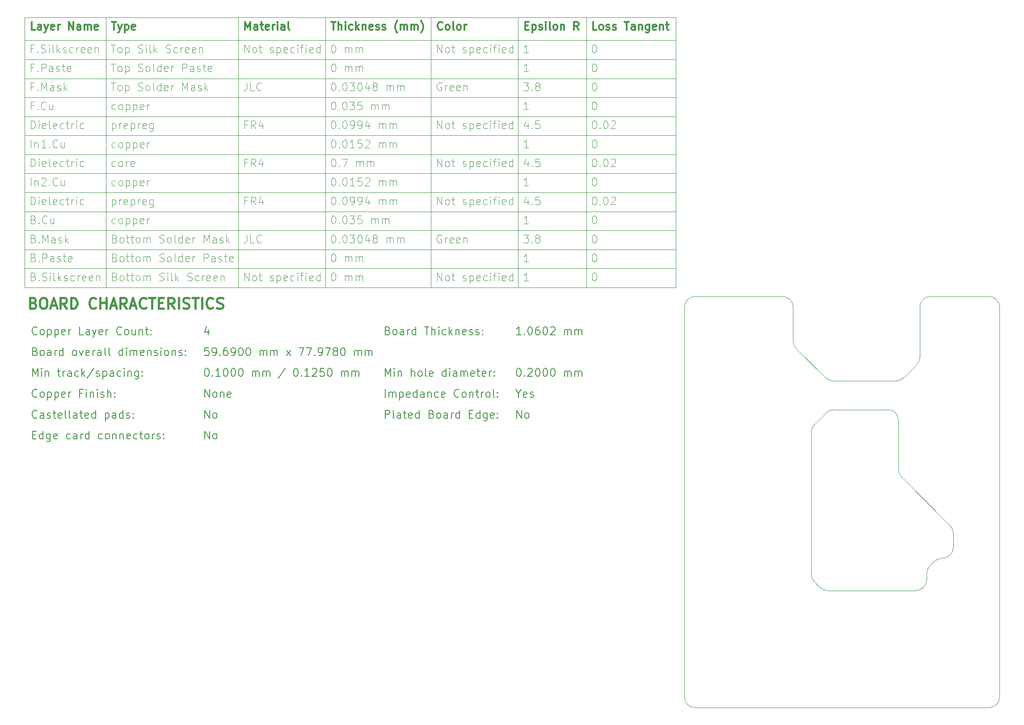
<source format=gbr>
G04 #@! TF.GenerationSoftware,KiCad,Pcbnew,9.0.3*
G04 #@! TF.CreationDate,2026-01-22T19:59:57+01:00*
G04 #@! TF.ProjectId,CM5IO,434d3549-4f2e-46b6-9963-61645f706362,rev?*
G04 #@! TF.SameCoordinates,Original*
G04 #@! TF.FileFunction,Other,Comment*
%FSLAX46Y46*%
G04 Gerber Fmt 4.6, Leading zero omitted, Abs format (unit mm)*
G04 Created by KiCad (PCBNEW 9.0.3) date 2026-01-22 19:59:57*
%MOMM*%
%LPD*%
G01*
G04 APERTURE LIST*
%ADD10C,0.100000*%
%ADD11C,0.300000*%
%ADD12C,0.200000*%
%ADD13C,0.400000*%
G04 #@! TA.AperFunction,Profile*
%ADD14C,0.050000*%
G04 #@! TD*
G04 APERTURE END LIST*
D10*
X127665688Y-15644200D02*
X127665688Y-66830200D01*
X21294257Y-23558200D02*
X144622832Y-23558200D01*
X21294257Y-15644200D02*
X144622832Y-15644200D01*
X144622832Y-15644200D02*
X144622832Y-66830200D01*
X22967188Y-57542714D02*
X23181474Y-57614142D01*
X23181474Y-57614142D02*
X23252903Y-57685571D01*
X23252903Y-57685571D02*
X23324331Y-57828428D01*
X23324331Y-57828428D02*
X23324331Y-58042714D01*
X23324331Y-58042714D02*
X23252903Y-58185571D01*
X23252903Y-58185571D02*
X23181474Y-58257000D01*
X23181474Y-58257000D02*
X23038617Y-58328428D01*
X23038617Y-58328428D02*
X22467188Y-58328428D01*
X22467188Y-58328428D02*
X22467188Y-56828428D01*
X22467188Y-56828428D02*
X22967188Y-56828428D01*
X22967188Y-56828428D02*
X23110046Y-56899857D01*
X23110046Y-56899857D02*
X23181474Y-56971285D01*
X23181474Y-56971285D02*
X23252903Y-57114142D01*
X23252903Y-57114142D02*
X23252903Y-57257000D01*
X23252903Y-57257000D02*
X23181474Y-57399857D01*
X23181474Y-57399857D02*
X23110046Y-57471285D01*
X23110046Y-57471285D02*
X22967188Y-57542714D01*
X22967188Y-57542714D02*
X22467188Y-57542714D01*
X23967188Y-58185571D02*
X24038617Y-58257000D01*
X24038617Y-58257000D02*
X23967188Y-58328428D01*
X23967188Y-58328428D02*
X23895760Y-58257000D01*
X23895760Y-58257000D02*
X23967188Y-58185571D01*
X23967188Y-58185571D02*
X23967188Y-58328428D01*
X24681474Y-58328428D02*
X24681474Y-56828428D01*
X24681474Y-56828428D02*
X25181474Y-57899857D01*
X25181474Y-57899857D02*
X25681474Y-56828428D01*
X25681474Y-56828428D02*
X25681474Y-58328428D01*
X27038618Y-58328428D02*
X27038618Y-57542714D01*
X27038618Y-57542714D02*
X26967189Y-57399857D01*
X26967189Y-57399857D02*
X26824332Y-57328428D01*
X26824332Y-57328428D02*
X26538618Y-57328428D01*
X26538618Y-57328428D02*
X26395760Y-57399857D01*
X27038618Y-58257000D02*
X26895760Y-58328428D01*
X26895760Y-58328428D02*
X26538618Y-58328428D01*
X26538618Y-58328428D02*
X26395760Y-58257000D01*
X26395760Y-58257000D02*
X26324332Y-58114142D01*
X26324332Y-58114142D02*
X26324332Y-57971285D01*
X26324332Y-57971285D02*
X26395760Y-57828428D01*
X26395760Y-57828428D02*
X26538618Y-57757000D01*
X26538618Y-57757000D02*
X26895760Y-57757000D01*
X26895760Y-57757000D02*
X27038618Y-57685571D01*
X27681475Y-58257000D02*
X27824332Y-58328428D01*
X27824332Y-58328428D02*
X28110046Y-58328428D01*
X28110046Y-58328428D02*
X28252903Y-58257000D01*
X28252903Y-58257000D02*
X28324332Y-58114142D01*
X28324332Y-58114142D02*
X28324332Y-58042714D01*
X28324332Y-58042714D02*
X28252903Y-57899857D01*
X28252903Y-57899857D02*
X28110046Y-57828428D01*
X28110046Y-57828428D02*
X27895761Y-57828428D01*
X27895761Y-57828428D02*
X27752903Y-57757000D01*
X27752903Y-57757000D02*
X27681475Y-57614142D01*
X27681475Y-57614142D02*
X27681475Y-57542714D01*
X27681475Y-57542714D02*
X27752903Y-57399857D01*
X27752903Y-57399857D02*
X27895761Y-57328428D01*
X27895761Y-57328428D02*
X28110046Y-57328428D01*
X28110046Y-57328428D02*
X28252903Y-57399857D01*
X28967189Y-58328428D02*
X28967189Y-56828428D01*
X29110047Y-57757000D02*
X29538618Y-58328428D01*
X29538618Y-57328428D02*
X28967189Y-57899857D01*
X22467188Y-51116428D02*
X22467188Y-49616428D01*
X22467188Y-49616428D02*
X22824331Y-49616428D01*
X22824331Y-49616428D02*
X23038617Y-49687857D01*
X23038617Y-49687857D02*
X23181474Y-49830714D01*
X23181474Y-49830714D02*
X23252903Y-49973571D01*
X23252903Y-49973571D02*
X23324331Y-50259285D01*
X23324331Y-50259285D02*
X23324331Y-50473571D01*
X23324331Y-50473571D02*
X23252903Y-50759285D01*
X23252903Y-50759285D02*
X23181474Y-50902142D01*
X23181474Y-50902142D02*
X23038617Y-51045000D01*
X23038617Y-51045000D02*
X22824331Y-51116428D01*
X22824331Y-51116428D02*
X22467188Y-51116428D01*
X23967188Y-51116428D02*
X23967188Y-50116428D01*
X23967188Y-49616428D02*
X23895760Y-49687857D01*
X23895760Y-49687857D02*
X23967188Y-49759285D01*
X23967188Y-49759285D02*
X24038617Y-49687857D01*
X24038617Y-49687857D02*
X23967188Y-49616428D01*
X23967188Y-49616428D02*
X23967188Y-49759285D01*
X25252903Y-51045000D02*
X25110046Y-51116428D01*
X25110046Y-51116428D02*
X24824332Y-51116428D01*
X24824332Y-51116428D02*
X24681474Y-51045000D01*
X24681474Y-51045000D02*
X24610046Y-50902142D01*
X24610046Y-50902142D02*
X24610046Y-50330714D01*
X24610046Y-50330714D02*
X24681474Y-50187857D01*
X24681474Y-50187857D02*
X24824332Y-50116428D01*
X24824332Y-50116428D02*
X25110046Y-50116428D01*
X25110046Y-50116428D02*
X25252903Y-50187857D01*
X25252903Y-50187857D02*
X25324332Y-50330714D01*
X25324332Y-50330714D02*
X25324332Y-50473571D01*
X25324332Y-50473571D02*
X24610046Y-50616428D01*
X26181474Y-51116428D02*
X26038617Y-51045000D01*
X26038617Y-51045000D02*
X25967188Y-50902142D01*
X25967188Y-50902142D02*
X25967188Y-49616428D01*
X27324331Y-51045000D02*
X27181474Y-51116428D01*
X27181474Y-51116428D02*
X26895760Y-51116428D01*
X26895760Y-51116428D02*
X26752902Y-51045000D01*
X26752902Y-51045000D02*
X26681474Y-50902142D01*
X26681474Y-50902142D02*
X26681474Y-50330714D01*
X26681474Y-50330714D02*
X26752902Y-50187857D01*
X26752902Y-50187857D02*
X26895760Y-50116428D01*
X26895760Y-50116428D02*
X27181474Y-50116428D01*
X27181474Y-50116428D02*
X27324331Y-50187857D01*
X27324331Y-50187857D02*
X27395760Y-50330714D01*
X27395760Y-50330714D02*
X27395760Y-50473571D01*
X27395760Y-50473571D02*
X26681474Y-50616428D01*
X28681474Y-51045000D02*
X28538616Y-51116428D01*
X28538616Y-51116428D02*
X28252902Y-51116428D01*
X28252902Y-51116428D02*
X28110045Y-51045000D01*
X28110045Y-51045000D02*
X28038616Y-50973571D01*
X28038616Y-50973571D02*
X27967188Y-50830714D01*
X27967188Y-50830714D02*
X27967188Y-50402142D01*
X27967188Y-50402142D02*
X28038616Y-50259285D01*
X28038616Y-50259285D02*
X28110045Y-50187857D01*
X28110045Y-50187857D02*
X28252902Y-50116428D01*
X28252902Y-50116428D02*
X28538616Y-50116428D01*
X28538616Y-50116428D02*
X28681474Y-50187857D01*
X29110045Y-50116428D02*
X29681473Y-50116428D01*
X29324330Y-49616428D02*
X29324330Y-50902142D01*
X29324330Y-50902142D02*
X29395759Y-51045000D01*
X29395759Y-51045000D02*
X29538616Y-51116428D01*
X29538616Y-51116428D02*
X29681473Y-51116428D01*
X30181473Y-51116428D02*
X30181473Y-50116428D01*
X30181473Y-50402142D02*
X30252902Y-50259285D01*
X30252902Y-50259285D02*
X30324331Y-50187857D01*
X30324331Y-50187857D02*
X30467188Y-50116428D01*
X30467188Y-50116428D02*
X30610045Y-50116428D01*
X31110044Y-51116428D02*
X31110044Y-50116428D01*
X31110044Y-49616428D02*
X31038616Y-49687857D01*
X31038616Y-49687857D02*
X31110044Y-49759285D01*
X31110044Y-49759285D02*
X31181473Y-49687857D01*
X31181473Y-49687857D02*
X31110044Y-49616428D01*
X31110044Y-49616428D02*
X31110044Y-49759285D01*
X32467188Y-51045000D02*
X32324330Y-51116428D01*
X32324330Y-51116428D02*
X32038616Y-51116428D01*
X32038616Y-51116428D02*
X31895759Y-51045000D01*
X31895759Y-51045000D02*
X31824330Y-50973571D01*
X31824330Y-50973571D02*
X31752902Y-50830714D01*
X31752902Y-50830714D02*
X31752902Y-50402142D01*
X31752902Y-50402142D02*
X31824330Y-50259285D01*
X31824330Y-50259285D02*
X31895759Y-50187857D01*
X31895759Y-50187857D02*
X32038616Y-50116428D01*
X32038616Y-50116428D02*
X32324330Y-50116428D01*
X32324330Y-50116428D02*
X32467188Y-50187857D01*
X79710046Y-31586428D02*
X79852903Y-31586428D01*
X79852903Y-31586428D02*
X79995760Y-31657857D01*
X79995760Y-31657857D02*
X80067189Y-31729285D01*
X80067189Y-31729285D02*
X80138617Y-31872142D01*
X80138617Y-31872142D02*
X80210046Y-32157857D01*
X80210046Y-32157857D02*
X80210046Y-32515000D01*
X80210046Y-32515000D02*
X80138617Y-32800714D01*
X80138617Y-32800714D02*
X80067189Y-32943571D01*
X80067189Y-32943571D02*
X79995760Y-33015000D01*
X79995760Y-33015000D02*
X79852903Y-33086428D01*
X79852903Y-33086428D02*
X79710046Y-33086428D01*
X79710046Y-33086428D02*
X79567189Y-33015000D01*
X79567189Y-33015000D02*
X79495760Y-32943571D01*
X79495760Y-32943571D02*
X79424331Y-32800714D01*
X79424331Y-32800714D02*
X79352903Y-32515000D01*
X79352903Y-32515000D02*
X79352903Y-32157857D01*
X79352903Y-32157857D02*
X79424331Y-31872142D01*
X79424331Y-31872142D02*
X79495760Y-31729285D01*
X79495760Y-31729285D02*
X79567189Y-31657857D01*
X79567189Y-31657857D02*
X79710046Y-31586428D01*
X80852902Y-32943571D02*
X80924331Y-33015000D01*
X80924331Y-33015000D02*
X80852902Y-33086428D01*
X80852902Y-33086428D02*
X80781474Y-33015000D01*
X80781474Y-33015000D02*
X80852902Y-32943571D01*
X80852902Y-32943571D02*
X80852902Y-33086428D01*
X81852903Y-31586428D02*
X81995760Y-31586428D01*
X81995760Y-31586428D02*
X82138617Y-31657857D01*
X82138617Y-31657857D02*
X82210046Y-31729285D01*
X82210046Y-31729285D02*
X82281474Y-31872142D01*
X82281474Y-31872142D02*
X82352903Y-32157857D01*
X82352903Y-32157857D02*
X82352903Y-32515000D01*
X82352903Y-32515000D02*
X82281474Y-32800714D01*
X82281474Y-32800714D02*
X82210046Y-32943571D01*
X82210046Y-32943571D02*
X82138617Y-33015000D01*
X82138617Y-33015000D02*
X81995760Y-33086428D01*
X81995760Y-33086428D02*
X81852903Y-33086428D01*
X81852903Y-33086428D02*
X81710046Y-33015000D01*
X81710046Y-33015000D02*
X81638617Y-32943571D01*
X81638617Y-32943571D02*
X81567188Y-32800714D01*
X81567188Y-32800714D02*
X81495760Y-32515000D01*
X81495760Y-32515000D02*
X81495760Y-32157857D01*
X81495760Y-32157857D02*
X81567188Y-31872142D01*
X81567188Y-31872142D02*
X81638617Y-31729285D01*
X81638617Y-31729285D02*
X81710046Y-31657857D01*
X81710046Y-31657857D02*
X81852903Y-31586428D01*
X82852902Y-31586428D02*
X83781474Y-31586428D01*
X83781474Y-31586428D02*
X83281474Y-32157857D01*
X83281474Y-32157857D02*
X83495759Y-32157857D01*
X83495759Y-32157857D02*
X83638617Y-32229285D01*
X83638617Y-32229285D02*
X83710045Y-32300714D01*
X83710045Y-32300714D02*
X83781474Y-32443571D01*
X83781474Y-32443571D02*
X83781474Y-32800714D01*
X83781474Y-32800714D02*
X83710045Y-32943571D01*
X83710045Y-32943571D02*
X83638617Y-33015000D01*
X83638617Y-33015000D02*
X83495759Y-33086428D01*
X83495759Y-33086428D02*
X83067188Y-33086428D01*
X83067188Y-33086428D02*
X82924331Y-33015000D01*
X82924331Y-33015000D02*
X82852902Y-32943571D01*
X85138616Y-31586428D02*
X84424330Y-31586428D01*
X84424330Y-31586428D02*
X84352902Y-32300714D01*
X84352902Y-32300714D02*
X84424330Y-32229285D01*
X84424330Y-32229285D02*
X84567188Y-32157857D01*
X84567188Y-32157857D02*
X84924330Y-32157857D01*
X84924330Y-32157857D02*
X85067188Y-32229285D01*
X85067188Y-32229285D02*
X85138616Y-32300714D01*
X85138616Y-32300714D02*
X85210045Y-32443571D01*
X85210045Y-32443571D02*
X85210045Y-32800714D01*
X85210045Y-32800714D02*
X85138616Y-32943571D01*
X85138616Y-32943571D02*
X85067188Y-33015000D01*
X85067188Y-33015000D02*
X84924330Y-33086428D01*
X84924330Y-33086428D02*
X84567188Y-33086428D01*
X84567188Y-33086428D02*
X84424330Y-33015000D01*
X84424330Y-33015000D02*
X84352902Y-32943571D01*
X86995758Y-33086428D02*
X86995758Y-32086428D01*
X86995758Y-32229285D02*
X87067187Y-32157857D01*
X87067187Y-32157857D02*
X87210044Y-32086428D01*
X87210044Y-32086428D02*
X87424330Y-32086428D01*
X87424330Y-32086428D02*
X87567187Y-32157857D01*
X87567187Y-32157857D02*
X87638616Y-32300714D01*
X87638616Y-32300714D02*
X87638616Y-33086428D01*
X87638616Y-32300714D02*
X87710044Y-32157857D01*
X87710044Y-32157857D02*
X87852901Y-32086428D01*
X87852901Y-32086428D02*
X88067187Y-32086428D01*
X88067187Y-32086428D02*
X88210044Y-32157857D01*
X88210044Y-32157857D02*
X88281473Y-32300714D01*
X88281473Y-32300714D02*
X88281473Y-33086428D01*
X88995758Y-33086428D02*
X88995758Y-32086428D01*
X88995758Y-32229285D02*
X89067187Y-32157857D01*
X89067187Y-32157857D02*
X89210044Y-32086428D01*
X89210044Y-32086428D02*
X89424330Y-32086428D01*
X89424330Y-32086428D02*
X89567187Y-32157857D01*
X89567187Y-32157857D02*
X89638616Y-32300714D01*
X89638616Y-32300714D02*
X89638616Y-33086428D01*
X89638616Y-32300714D02*
X89710044Y-32157857D01*
X89710044Y-32157857D02*
X89852901Y-32086428D01*
X89852901Y-32086428D02*
X90067187Y-32086428D01*
X90067187Y-32086428D02*
X90210044Y-32157857D01*
X90210044Y-32157857D02*
X90281473Y-32300714D01*
X90281473Y-32300714D02*
X90281473Y-33086428D01*
X37852902Y-35692428D02*
X37852902Y-37192428D01*
X37852902Y-35763857D02*
X37995760Y-35692428D01*
X37995760Y-35692428D02*
X38281474Y-35692428D01*
X38281474Y-35692428D02*
X38424331Y-35763857D01*
X38424331Y-35763857D02*
X38495760Y-35835285D01*
X38495760Y-35835285D02*
X38567188Y-35978142D01*
X38567188Y-35978142D02*
X38567188Y-36406714D01*
X38567188Y-36406714D02*
X38495760Y-36549571D01*
X38495760Y-36549571D02*
X38424331Y-36621000D01*
X38424331Y-36621000D02*
X38281474Y-36692428D01*
X38281474Y-36692428D02*
X37995760Y-36692428D01*
X37995760Y-36692428D02*
X37852902Y-36621000D01*
X39210045Y-36692428D02*
X39210045Y-35692428D01*
X39210045Y-35978142D02*
X39281474Y-35835285D01*
X39281474Y-35835285D02*
X39352903Y-35763857D01*
X39352903Y-35763857D02*
X39495760Y-35692428D01*
X39495760Y-35692428D02*
X39638617Y-35692428D01*
X40710045Y-36621000D02*
X40567188Y-36692428D01*
X40567188Y-36692428D02*
X40281474Y-36692428D01*
X40281474Y-36692428D02*
X40138616Y-36621000D01*
X40138616Y-36621000D02*
X40067188Y-36478142D01*
X40067188Y-36478142D02*
X40067188Y-35906714D01*
X40067188Y-35906714D02*
X40138616Y-35763857D01*
X40138616Y-35763857D02*
X40281474Y-35692428D01*
X40281474Y-35692428D02*
X40567188Y-35692428D01*
X40567188Y-35692428D02*
X40710045Y-35763857D01*
X40710045Y-35763857D02*
X40781474Y-35906714D01*
X40781474Y-35906714D02*
X40781474Y-36049571D01*
X40781474Y-36049571D02*
X40067188Y-36192428D01*
X41424330Y-35692428D02*
X41424330Y-37192428D01*
X41424330Y-35763857D02*
X41567188Y-35692428D01*
X41567188Y-35692428D02*
X41852902Y-35692428D01*
X41852902Y-35692428D02*
X41995759Y-35763857D01*
X41995759Y-35763857D02*
X42067188Y-35835285D01*
X42067188Y-35835285D02*
X42138616Y-35978142D01*
X42138616Y-35978142D02*
X42138616Y-36406714D01*
X42138616Y-36406714D02*
X42067188Y-36549571D01*
X42067188Y-36549571D02*
X41995759Y-36621000D01*
X41995759Y-36621000D02*
X41852902Y-36692428D01*
X41852902Y-36692428D02*
X41567188Y-36692428D01*
X41567188Y-36692428D02*
X41424330Y-36621000D01*
X42781473Y-36692428D02*
X42781473Y-35692428D01*
X42781473Y-35978142D02*
X42852902Y-35835285D01*
X42852902Y-35835285D02*
X42924331Y-35763857D01*
X42924331Y-35763857D02*
X43067188Y-35692428D01*
X43067188Y-35692428D02*
X43210045Y-35692428D01*
X44281473Y-36621000D02*
X44138616Y-36692428D01*
X44138616Y-36692428D02*
X43852902Y-36692428D01*
X43852902Y-36692428D02*
X43710044Y-36621000D01*
X43710044Y-36621000D02*
X43638616Y-36478142D01*
X43638616Y-36478142D02*
X43638616Y-35906714D01*
X43638616Y-35906714D02*
X43710044Y-35763857D01*
X43710044Y-35763857D02*
X43852902Y-35692428D01*
X43852902Y-35692428D02*
X44138616Y-35692428D01*
X44138616Y-35692428D02*
X44281473Y-35763857D01*
X44281473Y-35763857D02*
X44352902Y-35906714D01*
X44352902Y-35906714D02*
X44352902Y-36049571D01*
X44352902Y-36049571D02*
X43638616Y-36192428D01*
X45638616Y-35692428D02*
X45638616Y-36906714D01*
X45638616Y-36906714D02*
X45567187Y-37049571D01*
X45567187Y-37049571D02*
X45495758Y-37121000D01*
X45495758Y-37121000D02*
X45352901Y-37192428D01*
X45352901Y-37192428D02*
X45138616Y-37192428D01*
X45138616Y-37192428D02*
X44995758Y-37121000D01*
X45638616Y-36621000D02*
X45495758Y-36692428D01*
X45495758Y-36692428D02*
X45210044Y-36692428D01*
X45210044Y-36692428D02*
X45067187Y-36621000D01*
X45067187Y-36621000D02*
X44995758Y-36549571D01*
X44995758Y-36549571D02*
X44924330Y-36406714D01*
X44924330Y-36406714D02*
X44924330Y-35978142D01*
X44924330Y-35978142D02*
X44995758Y-35835285D01*
X44995758Y-35835285D02*
X45067187Y-35763857D01*
X45067187Y-35763857D02*
X45210044Y-35692428D01*
X45210044Y-35692428D02*
X45495758Y-35692428D01*
X45495758Y-35692428D02*
X45638616Y-35763857D01*
X98279972Y-15644200D02*
X98279972Y-66830200D01*
X129124334Y-49616428D02*
X129267191Y-49616428D01*
X129267191Y-49616428D02*
X129410048Y-49687857D01*
X129410048Y-49687857D02*
X129481477Y-49759285D01*
X129481477Y-49759285D02*
X129552905Y-49902142D01*
X129552905Y-49902142D02*
X129624334Y-50187857D01*
X129624334Y-50187857D02*
X129624334Y-50545000D01*
X129624334Y-50545000D02*
X129552905Y-50830714D01*
X129552905Y-50830714D02*
X129481477Y-50973571D01*
X129481477Y-50973571D02*
X129410048Y-51045000D01*
X129410048Y-51045000D02*
X129267191Y-51116428D01*
X129267191Y-51116428D02*
X129124334Y-51116428D01*
X129124334Y-51116428D02*
X128981477Y-51045000D01*
X128981477Y-51045000D02*
X128910048Y-50973571D01*
X128910048Y-50973571D02*
X128838619Y-50830714D01*
X128838619Y-50830714D02*
X128767191Y-50545000D01*
X128767191Y-50545000D02*
X128767191Y-50187857D01*
X128767191Y-50187857D02*
X128838619Y-49902142D01*
X128838619Y-49902142D02*
X128910048Y-49759285D01*
X128910048Y-49759285D02*
X128981477Y-49687857D01*
X128981477Y-49687857D02*
X129124334Y-49616428D01*
X130267190Y-50973571D02*
X130338619Y-51045000D01*
X130338619Y-51045000D02*
X130267190Y-51116428D01*
X130267190Y-51116428D02*
X130195762Y-51045000D01*
X130195762Y-51045000D02*
X130267190Y-50973571D01*
X130267190Y-50973571D02*
X130267190Y-51116428D01*
X131267191Y-49616428D02*
X131410048Y-49616428D01*
X131410048Y-49616428D02*
X131552905Y-49687857D01*
X131552905Y-49687857D02*
X131624334Y-49759285D01*
X131624334Y-49759285D02*
X131695762Y-49902142D01*
X131695762Y-49902142D02*
X131767191Y-50187857D01*
X131767191Y-50187857D02*
X131767191Y-50545000D01*
X131767191Y-50545000D02*
X131695762Y-50830714D01*
X131695762Y-50830714D02*
X131624334Y-50973571D01*
X131624334Y-50973571D02*
X131552905Y-51045000D01*
X131552905Y-51045000D02*
X131410048Y-51116428D01*
X131410048Y-51116428D02*
X131267191Y-51116428D01*
X131267191Y-51116428D02*
X131124334Y-51045000D01*
X131124334Y-51045000D02*
X131052905Y-50973571D01*
X131052905Y-50973571D02*
X130981476Y-50830714D01*
X130981476Y-50830714D02*
X130910048Y-50545000D01*
X130910048Y-50545000D02*
X130910048Y-50187857D01*
X130910048Y-50187857D02*
X130981476Y-49902142D01*
X130981476Y-49902142D02*
X131052905Y-49759285D01*
X131052905Y-49759285D02*
X131124334Y-49687857D01*
X131124334Y-49687857D02*
X131267191Y-49616428D01*
X132338619Y-49759285D02*
X132410047Y-49687857D01*
X132410047Y-49687857D02*
X132552905Y-49616428D01*
X132552905Y-49616428D02*
X132910047Y-49616428D01*
X132910047Y-49616428D02*
X133052905Y-49687857D01*
X133052905Y-49687857D02*
X133124333Y-49759285D01*
X133124333Y-49759285D02*
X133195762Y-49902142D01*
X133195762Y-49902142D02*
X133195762Y-50045000D01*
X133195762Y-50045000D02*
X133124333Y-50259285D01*
X133124333Y-50259285D02*
X132267190Y-51116428D01*
X132267190Y-51116428D02*
X133195762Y-51116428D01*
X116595762Y-35692428D02*
X116595762Y-36692428D01*
X116238619Y-35121000D02*
X115881476Y-36192428D01*
X115881476Y-36192428D02*
X116810047Y-36192428D01*
X117381475Y-36549571D02*
X117452904Y-36621000D01*
X117452904Y-36621000D02*
X117381475Y-36692428D01*
X117381475Y-36692428D02*
X117310047Y-36621000D01*
X117310047Y-36621000D02*
X117381475Y-36549571D01*
X117381475Y-36549571D02*
X117381475Y-36692428D01*
X118810047Y-35192428D02*
X118095761Y-35192428D01*
X118095761Y-35192428D02*
X118024333Y-35906714D01*
X118024333Y-35906714D02*
X118095761Y-35835285D01*
X118095761Y-35835285D02*
X118238619Y-35763857D01*
X118238619Y-35763857D02*
X118595761Y-35763857D01*
X118595761Y-35763857D02*
X118738619Y-35835285D01*
X118738619Y-35835285D02*
X118810047Y-35906714D01*
X118810047Y-35906714D02*
X118881476Y-36049571D01*
X118881476Y-36049571D02*
X118881476Y-36406714D01*
X118881476Y-36406714D02*
X118810047Y-36549571D01*
X118810047Y-36549571D02*
X118738619Y-36621000D01*
X118738619Y-36621000D02*
X118595761Y-36692428D01*
X118595761Y-36692428D02*
X118238619Y-36692428D01*
X118238619Y-36692428D02*
X118095761Y-36621000D01*
X118095761Y-36621000D02*
X118024333Y-36549571D01*
X38495760Y-43833000D02*
X38352902Y-43904428D01*
X38352902Y-43904428D02*
X38067188Y-43904428D01*
X38067188Y-43904428D02*
X37924331Y-43833000D01*
X37924331Y-43833000D02*
X37852902Y-43761571D01*
X37852902Y-43761571D02*
X37781474Y-43618714D01*
X37781474Y-43618714D02*
X37781474Y-43190142D01*
X37781474Y-43190142D02*
X37852902Y-43047285D01*
X37852902Y-43047285D02*
X37924331Y-42975857D01*
X37924331Y-42975857D02*
X38067188Y-42904428D01*
X38067188Y-42904428D02*
X38352902Y-42904428D01*
X38352902Y-42904428D02*
X38495760Y-42975857D01*
X39352902Y-43904428D02*
X39210045Y-43833000D01*
X39210045Y-43833000D02*
X39138616Y-43761571D01*
X39138616Y-43761571D02*
X39067188Y-43618714D01*
X39067188Y-43618714D02*
X39067188Y-43190142D01*
X39067188Y-43190142D02*
X39138616Y-43047285D01*
X39138616Y-43047285D02*
X39210045Y-42975857D01*
X39210045Y-42975857D02*
X39352902Y-42904428D01*
X39352902Y-42904428D02*
X39567188Y-42904428D01*
X39567188Y-42904428D02*
X39710045Y-42975857D01*
X39710045Y-42975857D02*
X39781474Y-43047285D01*
X39781474Y-43047285D02*
X39852902Y-43190142D01*
X39852902Y-43190142D02*
X39852902Y-43618714D01*
X39852902Y-43618714D02*
X39781474Y-43761571D01*
X39781474Y-43761571D02*
X39710045Y-43833000D01*
X39710045Y-43833000D02*
X39567188Y-43904428D01*
X39567188Y-43904428D02*
X39352902Y-43904428D01*
X40495759Y-43904428D02*
X40495759Y-42904428D01*
X40495759Y-43190142D02*
X40567188Y-43047285D01*
X40567188Y-43047285D02*
X40638617Y-42975857D01*
X40638617Y-42975857D02*
X40781474Y-42904428D01*
X40781474Y-42904428D02*
X40924331Y-42904428D01*
X41995759Y-43833000D02*
X41852902Y-43904428D01*
X41852902Y-43904428D02*
X41567188Y-43904428D01*
X41567188Y-43904428D02*
X41424330Y-43833000D01*
X41424330Y-43833000D02*
X41352902Y-43690142D01*
X41352902Y-43690142D02*
X41352902Y-43118714D01*
X41352902Y-43118714D02*
X41424330Y-42975857D01*
X41424330Y-42975857D02*
X41567188Y-42904428D01*
X41567188Y-42904428D02*
X41852902Y-42904428D01*
X41852902Y-42904428D02*
X41995759Y-42975857D01*
X41995759Y-42975857D02*
X42067188Y-43118714D01*
X42067188Y-43118714D02*
X42067188Y-43261571D01*
X42067188Y-43261571D02*
X41352902Y-43404428D01*
X38352902Y-57542714D02*
X38567188Y-57614142D01*
X38567188Y-57614142D02*
X38638617Y-57685571D01*
X38638617Y-57685571D02*
X38710045Y-57828428D01*
X38710045Y-57828428D02*
X38710045Y-58042714D01*
X38710045Y-58042714D02*
X38638617Y-58185571D01*
X38638617Y-58185571D02*
X38567188Y-58257000D01*
X38567188Y-58257000D02*
X38424331Y-58328428D01*
X38424331Y-58328428D02*
X37852902Y-58328428D01*
X37852902Y-58328428D02*
X37852902Y-56828428D01*
X37852902Y-56828428D02*
X38352902Y-56828428D01*
X38352902Y-56828428D02*
X38495760Y-56899857D01*
X38495760Y-56899857D02*
X38567188Y-56971285D01*
X38567188Y-56971285D02*
X38638617Y-57114142D01*
X38638617Y-57114142D02*
X38638617Y-57257000D01*
X38638617Y-57257000D02*
X38567188Y-57399857D01*
X38567188Y-57399857D02*
X38495760Y-57471285D01*
X38495760Y-57471285D02*
X38352902Y-57542714D01*
X38352902Y-57542714D02*
X37852902Y-57542714D01*
X39567188Y-58328428D02*
X39424331Y-58257000D01*
X39424331Y-58257000D02*
X39352902Y-58185571D01*
X39352902Y-58185571D02*
X39281474Y-58042714D01*
X39281474Y-58042714D02*
X39281474Y-57614142D01*
X39281474Y-57614142D02*
X39352902Y-57471285D01*
X39352902Y-57471285D02*
X39424331Y-57399857D01*
X39424331Y-57399857D02*
X39567188Y-57328428D01*
X39567188Y-57328428D02*
X39781474Y-57328428D01*
X39781474Y-57328428D02*
X39924331Y-57399857D01*
X39924331Y-57399857D02*
X39995760Y-57471285D01*
X39995760Y-57471285D02*
X40067188Y-57614142D01*
X40067188Y-57614142D02*
X40067188Y-58042714D01*
X40067188Y-58042714D02*
X39995760Y-58185571D01*
X39995760Y-58185571D02*
X39924331Y-58257000D01*
X39924331Y-58257000D02*
X39781474Y-58328428D01*
X39781474Y-58328428D02*
X39567188Y-58328428D01*
X40495760Y-57328428D02*
X41067188Y-57328428D01*
X40710045Y-56828428D02*
X40710045Y-58114142D01*
X40710045Y-58114142D02*
X40781474Y-58257000D01*
X40781474Y-58257000D02*
X40924331Y-58328428D01*
X40924331Y-58328428D02*
X41067188Y-58328428D01*
X41352903Y-57328428D02*
X41924331Y-57328428D01*
X41567188Y-56828428D02*
X41567188Y-58114142D01*
X41567188Y-58114142D02*
X41638617Y-58257000D01*
X41638617Y-58257000D02*
X41781474Y-58328428D01*
X41781474Y-58328428D02*
X41924331Y-58328428D01*
X42638617Y-58328428D02*
X42495760Y-58257000D01*
X42495760Y-58257000D02*
X42424331Y-58185571D01*
X42424331Y-58185571D02*
X42352903Y-58042714D01*
X42352903Y-58042714D02*
X42352903Y-57614142D01*
X42352903Y-57614142D02*
X42424331Y-57471285D01*
X42424331Y-57471285D02*
X42495760Y-57399857D01*
X42495760Y-57399857D02*
X42638617Y-57328428D01*
X42638617Y-57328428D02*
X42852903Y-57328428D01*
X42852903Y-57328428D02*
X42995760Y-57399857D01*
X42995760Y-57399857D02*
X43067189Y-57471285D01*
X43067189Y-57471285D02*
X43138617Y-57614142D01*
X43138617Y-57614142D02*
X43138617Y-58042714D01*
X43138617Y-58042714D02*
X43067189Y-58185571D01*
X43067189Y-58185571D02*
X42995760Y-58257000D01*
X42995760Y-58257000D02*
X42852903Y-58328428D01*
X42852903Y-58328428D02*
X42638617Y-58328428D01*
X43781474Y-58328428D02*
X43781474Y-57328428D01*
X43781474Y-57471285D02*
X43852903Y-57399857D01*
X43852903Y-57399857D02*
X43995760Y-57328428D01*
X43995760Y-57328428D02*
X44210046Y-57328428D01*
X44210046Y-57328428D02*
X44352903Y-57399857D01*
X44352903Y-57399857D02*
X44424332Y-57542714D01*
X44424332Y-57542714D02*
X44424332Y-58328428D01*
X44424332Y-57542714D02*
X44495760Y-57399857D01*
X44495760Y-57399857D02*
X44638617Y-57328428D01*
X44638617Y-57328428D02*
X44852903Y-57328428D01*
X44852903Y-57328428D02*
X44995760Y-57399857D01*
X44995760Y-57399857D02*
X45067189Y-57542714D01*
X45067189Y-57542714D02*
X45067189Y-58328428D01*
X46852903Y-58257000D02*
X47067189Y-58328428D01*
X47067189Y-58328428D02*
X47424331Y-58328428D01*
X47424331Y-58328428D02*
X47567189Y-58257000D01*
X47567189Y-58257000D02*
X47638617Y-58185571D01*
X47638617Y-58185571D02*
X47710046Y-58042714D01*
X47710046Y-58042714D02*
X47710046Y-57899857D01*
X47710046Y-57899857D02*
X47638617Y-57757000D01*
X47638617Y-57757000D02*
X47567189Y-57685571D01*
X47567189Y-57685571D02*
X47424331Y-57614142D01*
X47424331Y-57614142D02*
X47138617Y-57542714D01*
X47138617Y-57542714D02*
X46995760Y-57471285D01*
X46995760Y-57471285D02*
X46924331Y-57399857D01*
X46924331Y-57399857D02*
X46852903Y-57257000D01*
X46852903Y-57257000D02*
X46852903Y-57114142D01*
X46852903Y-57114142D02*
X46924331Y-56971285D01*
X46924331Y-56971285D02*
X46995760Y-56899857D01*
X46995760Y-56899857D02*
X47138617Y-56828428D01*
X47138617Y-56828428D02*
X47495760Y-56828428D01*
X47495760Y-56828428D02*
X47710046Y-56899857D01*
X48567188Y-58328428D02*
X48424331Y-58257000D01*
X48424331Y-58257000D02*
X48352902Y-58185571D01*
X48352902Y-58185571D02*
X48281474Y-58042714D01*
X48281474Y-58042714D02*
X48281474Y-57614142D01*
X48281474Y-57614142D02*
X48352902Y-57471285D01*
X48352902Y-57471285D02*
X48424331Y-57399857D01*
X48424331Y-57399857D02*
X48567188Y-57328428D01*
X48567188Y-57328428D02*
X48781474Y-57328428D01*
X48781474Y-57328428D02*
X48924331Y-57399857D01*
X48924331Y-57399857D02*
X48995760Y-57471285D01*
X48995760Y-57471285D02*
X49067188Y-57614142D01*
X49067188Y-57614142D02*
X49067188Y-58042714D01*
X49067188Y-58042714D02*
X48995760Y-58185571D01*
X48995760Y-58185571D02*
X48924331Y-58257000D01*
X48924331Y-58257000D02*
X48781474Y-58328428D01*
X48781474Y-58328428D02*
X48567188Y-58328428D01*
X49924331Y-58328428D02*
X49781474Y-58257000D01*
X49781474Y-58257000D02*
X49710045Y-58114142D01*
X49710045Y-58114142D02*
X49710045Y-56828428D01*
X51138617Y-58328428D02*
X51138617Y-56828428D01*
X51138617Y-58257000D02*
X50995759Y-58328428D01*
X50995759Y-58328428D02*
X50710045Y-58328428D01*
X50710045Y-58328428D02*
X50567188Y-58257000D01*
X50567188Y-58257000D02*
X50495759Y-58185571D01*
X50495759Y-58185571D02*
X50424331Y-58042714D01*
X50424331Y-58042714D02*
X50424331Y-57614142D01*
X50424331Y-57614142D02*
X50495759Y-57471285D01*
X50495759Y-57471285D02*
X50567188Y-57399857D01*
X50567188Y-57399857D02*
X50710045Y-57328428D01*
X50710045Y-57328428D02*
X50995759Y-57328428D01*
X50995759Y-57328428D02*
X51138617Y-57399857D01*
X52424331Y-58257000D02*
X52281474Y-58328428D01*
X52281474Y-58328428D02*
X51995760Y-58328428D01*
X51995760Y-58328428D02*
X51852902Y-58257000D01*
X51852902Y-58257000D02*
X51781474Y-58114142D01*
X51781474Y-58114142D02*
X51781474Y-57542714D01*
X51781474Y-57542714D02*
X51852902Y-57399857D01*
X51852902Y-57399857D02*
X51995760Y-57328428D01*
X51995760Y-57328428D02*
X52281474Y-57328428D01*
X52281474Y-57328428D02*
X52424331Y-57399857D01*
X52424331Y-57399857D02*
X52495760Y-57542714D01*
X52495760Y-57542714D02*
X52495760Y-57685571D01*
X52495760Y-57685571D02*
X51781474Y-57828428D01*
X53138616Y-58328428D02*
X53138616Y-57328428D01*
X53138616Y-57614142D02*
X53210045Y-57471285D01*
X53210045Y-57471285D02*
X53281474Y-57399857D01*
X53281474Y-57399857D02*
X53424331Y-57328428D01*
X53424331Y-57328428D02*
X53567188Y-57328428D01*
X55210044Y-58328428D02*
X55210044Y-56828428D01*
X55210044Y-56828428D02*
X55710044Y-57899857D01*
X55710044Y-57899857D02*
X56210044Y-56828428D01*
X56210044Y-56828428D02*
X56210044Y-58328428D01*
X57567188Y-58328428D02*
X57567188Y-57542714D01*
X57567188Y-57542714D02*
X57495759Y-57399857D01*
X57495759Y-57399857D02*
X57352902Y-57328428D01*
X57352902Y-57328428D02*
X57067188Y-57328428D01*
X57067188Y-57328428D02*
X56924330Y-57399857D01*
X57567188Y-58257000D02*
X57424330Y-58328428D01*
X57424330Y-58328428D02*
X57067188Y-58328428D01*
X57067188Y-58328428D02*
X56924330Y-58257000D01*
X56924330Y-58257000D02*
X56852902Y-58114142D01*
X56852902Y-58114142D02*
X56852902Y-57971285D01*
X56852902Y-57971285D02*
X56924330Y-57828428D01*
X56924330Y-57828428D02*
X57067188Y-57757000D01*
X57067188Y-57757000D02*
X57424330Y-57757000D01*
X57424330Y-57757000D02*
X57567188Y-57685571D01*
X58210045Y-58257000D02*
X58352902Y-58328428D01*
X58352902Y-58328428D02*
X58638616Y-58328428D01*
X58638616Y-58328428D02*
X58781473Y-58257000D01*
X58781473Y-58257000D02*
X58852902Y-58114142D01*
X58852902Y-58114142D02*
X58852902Y-58042714D01*
X58852902Y-58042714D02*
X58781473Y-57899857D01*
X58781473Y-57899857D02*
X58638616Y-57828428D01*
X58638616Y-57828428D02*
X58424331Y-57828428D01*
X58424331Y-57828428D02*
X58281473Y-57757000D01*
X58281473Y-57757000D02*
X58210045Y-57614142D01*
X58210045Y-57614142D02*
X58210045Y-57542714D01*
X58210045Y-57542714D02*
X58281473Y-57399857D01*
X58281473Y-57399857D02*
X58424331Y-57328428D01*
X58424331Y-57328428D02*
X58638616Y-57328428D01*
X58638616Y-57328428D02*
X58781473Y-57399857D01*
X59495759Y-58328428D02*
X59495759Y-56828428D01*
X59638617Y-57757000D02*
X60067188Y-58328428D01*
X60067188Y-57328428D02*
X59495759Y-57899857D01*
X63352902Y-27980428D02*
X63352902Y-29051857D01*
X63352902Y-29051857D02*
X63281473Y-29266142D01*
X63281473Y-29266142D02*
X63138616Y-29409000D01*
X63138616Y-29409000D02*
X62924330Y-29480428D01*
X62924330Y-29480428D02*
X62781473Y-29480428D01*
X64781473Y-29480428D02*
X64067187Y-29480428D01*
X64067187Y-29480428D02*
X64067187Y-27980428D01*
X66138616Y-29337571D02*
X66067188Y-29409000D01*
X66067188Y-29409000D02*
X65852902Y-29480428D01*
X65852902Y-29480428D02*
X65710045Y-29480428D01*
X65710045Y-29480428D02*
X65495759Y-29409000D01*
X65495759Y-29409000D02*
X65352902Y-29266142D01*
X65352902Y-29266142D02*
X65281473Y-29123285D01*
X65281473Y-29123285D02*
X65210045Y-28837571D01*
X65210045Y-28837571D02*
X65210045Y-28623285D01*
X65210045Y-28623285D02*
X65281473Y-28337571D01*
X65281473Y-28337571D02*
X65352902Y-28194714D01*
X65352902Y-28194714D02*
X65495759Y-28051857D01*
X65495759Y-28051857D02*
X65710045Y-27980428D01*
X65710045Y-27980428D02*
X65852902Y-27980428D01*
X65852902Y-27980428D02*
X66067188Y-28051857D01*
X66067188Y-28051857D02*
X66138616Y-28123285D01*
X129124334Y-38798428D02*
X129267191Y-38798428D01*
X129267191Y-38798428D02*
X129410048Y-38869857D01*
X129410048Y-38869857D02*
X129481477Y-38941285D01*
X129481477Y-38941285D02*
X129552905Y-39084142D01*
X129552905Y-39084142D02*
X129624334Y-39369857D01*
X129624334Y-39369857D02*
X129624334Y-39727000D01*
X129624334Y-39727000D02*
X129552905Y-40012714D01*
X129552905Y-40012714D02*
X129481477Y-40155571D01*
X129481477Y-40155571D02*
X129410048Y-40227000D01*
X129410048Y-40227000D02*
X129267191Y-40298428D01*
X129267191Y-40298428D02*
X129124334Y-40298428D01*
X129124334Y-40298428D02*
X128981477Y-40227000D01*
X128981477Y-40227000D02*
X128910048Y-40155571D01*
X128910048Y-40155571D02*
X128838619Y-40012714D01*
X128838619Y-40012714D02*
X128767191Y-39727000D01*
X128767191Y-39727000D02*
X128767191Y-39369857D01*
X128767191Y-39369857D02*
X128838619Y-39084142D01*
X128838619Y-39084142D02*
X128910048Y-38941285D01*
X128910048Y-38941285D02*
X128981477Y-38869857D01*
X128981477Y-38869857D02*
X129124334Y-38798428D01*
X115810047Y-56828428D02*
X116738619Y-56828428D01*
X116738619Y-56828428D02*
X116238619Y-57399857D01*
X116238619Y-57399857D02*
X116452904Y-57399857D01*
X116452904Y-57399857D02*
X116595762Y-57471285D01*
X116595762Y-57471285D02*
X116667190Y-57542714D01*
X116667190Y-57542714D02*
X116738619Y-57685571D01*
X116738619Y-57685571D02*
X116738619Y-58042714D01*
X116738619Y-58042714D02*
X116667190Y-58185571D01*
X116667190Y-58185571D02*
X116595762Y-58257000D01*
X116595762Y-58257000D02*
X116452904Y-58328428D01*
X116452904Y-58328428D02*
X116024333Y-58328428D01*
X116024333Y-58328428D02*
X115881476Y-58257000D01*
X115881476Y-58257000D02*
X115810047Y-58185571D01*
X117381475Y-58185571D02*
X117452904Y-58257000D01*
X117452904Y-58257000D02*
X117381475Y-58328428D01*
X117381475Y-58328428D02*
X117310047Y-58257000D01*
X117310047Y-58257000D02*
X117381475Y-58185571D01*
X117381475Y-58185571D02*
X117381475Y-58328428D01*
X118310047Y-57471285D02*
X118167190Y-57399857D01*
X118167190Y-57399857D02*
X118095761Y-57328428D01*
X118095761Y-57328428D02*
X118024333Y-57185571D01*
X118024333Y-57185571D02*
X118024333Y-57114142D01*
X118024333Y-57114142D02*
X118095761Y-56971285D01*
X118095761Y-56971285D02*
X118167190Y-56899857D01*
X118167190Y-56899857D02*
X118310047Y-56828428D01*
X118310047Y-56828428D02*
X118595761Y-56828428D01*
X118595761Y-56828428D02*
X118738619Y-56899857D01*
X118738619Y-56899857D02*
X118810047Y-56971285D01*
X118810047Y-56971285D02*
X118881476Y-57114142D01*
X118881476Y-57114142D02*
X118881476Y-57185571D01*
X118881476Y-57185571D02*
X118810047Y-57328428D01*
X118810047Y-57328428D02*
X118738619Y-57399857D01*
X118738619Y-57399857D02*
X118595761Y-57471285D01*
X118595761Y-57471285D02*
X118310047Y-57471285D01*
X118310047Y-57471285D02*
X118167190Y-57542714D01*
X118167190Y-57542714D02*
X118095761Y-57614142D01*
X118095761Y-57614142D02*
X118024333Y-57757000D01*
X118024333Y-57757000D02*
X118024333Y-58042714D01*
X118024333Y-58042714D02*
X118095761Y-58185571D01*
X118095761Y-58185571D02*
X118167190Y-58257000D01*
X118167190Y-58257000D02*
X118310047Y-58328428D01*
X118310047Y-58328428D02*
X118595761Y-58328428D01*
X118595761Y-58328428D02*
X118738619Y-58257000D01*
X118738619Y-58257000D02*
X118810047Y-58185571D01*
X118810047Y-58185571D02*
X118881476Y-58042714D01*
X118881476Y-58042714D02*
X118881476Y-57757000D01*
X118881476Y-57757000D02*
X118810047Y-57614142D01*
X118810047Y-57614142D02*
X118738619Y-57542714D01*
X118738619Y-57542714D02*
X118595761Y-57471285D01*
X22967188Y-32300714D02*
X22467188Y-32300714D01*
X22467188Y-33086428D02*
X22467188Y-31586428D01*
X22467188Y-31586428D02*
X23181474Y-31586428D01*
X23752902Y-32943571D02*
X23824331Y-33015000D01*
X23824331Y-33015000D02*
X23752902Y-33086428D01*
X23752902Y-33086428D02*
X23681474Y-33015000D01*
X23681474Y-33015000D02*
X23752902Y-32943571D01*
X23752902Y-32943571D02*
X23752902Y-33086428D01*
X25324331Y-32943571D02*
X25252903Y-33015000D01*
X25252903Y-33015000D02*
X25038617Y-33086428D01*
X25038617Y-33086428D02*
X24895760Y-33086428D01*
X24895760Y-33086428D02*
X24681474Y-33015000D01*
X24681474Y-33015000D02*
X24538617Y-32872142D01*
X24538617Y-32872142D02*
X24467188Y-32729285D01*
X24467188Y-32729285D02*
X24395760Y-32443571D01*
X24395760Y-32443571D02*
X24395760Y-32229285D01*
X24395760Y-32229285D02*
X24467188Y-31943571D01*
X24467188Y-31943571D02*
X24538617Y-31800714D01*
X24538617Y-31800714D02*
X24681474Y-31657857D01*
X24681474Y-31657857D02*
X24895760Y-31586428D01*
X24895760Y-31586428D02*
X25038617Y-31586428D01*
X25038617Y-31586428D02*
X25252903Y-31657857D01*
X25252903Y-31657857D02*
X25324331Y-31729285D01*
X26610046Y-32086428D02*
X26610046Y-33086428D01*
X25967188Y-32086428D02*
X25967188Y-32872142D01*
X25967188Y-32872142D02*
X26038617Y-33015000D01*
X26038617Y-33015000D02*
X26181474Y-33086428D01*
X26181474Y-33086428D02*
X26395760Y-33086428D01*
X26395760Y-33086428D02*
X26538617Y-33015000D01*
X26538617Y-33015000D02*
X26610046Y-32943571D01*
X63424330Y-50330714D02*
X62924330Y-50330714D01*
X62924330Y-51116428D02*
X62924330Y-49616428D01*
X62924330Y-49616428D02*
X63638616Y-49616428D01*
X65067187Y-51116428D02*
X64567187Y-50402142D01*
X64210044Y-51116428D02*
X64210044Y-49616428D01*
X64210044Y-49616428D02*
X64781473Y-49616428D01*
X64781473Y-49616428D02*
X64924330Y-49687857D01*
X64924330Y-49687857D02*
X64995759Y-49759285D01*
X64995759Y-49759285D02*
X65067187Y-49902142D01*
X65067187Y-49902142D02*
X65067187Y-50116428D01*
X65067187Y-50116428D02*
X64995759Y-50259285D01*
X64995759Y-50259285D02*
X64924330Y-50330714D01*
X64924330Y-50330714D02*
X64781473Y-50402142D01*
X64781473Y-50402142D02*
X64210044Y-50402142D01*
X66352902Y-50116428D02*
X66352902Y-51116428D01*
X65995759Y-49545000D02*
X65638616Y-50616428D01*
X65638616Y-50616428D02*
X66567187Y-50616428D01*
X116595762Y-50116428D02*
X116595762Y-51116428D01*
X116238619Y-49545000D02*
X115881476Y-50616428D01*
X115881476Y-50616428D02*
X116810047Y-50616428D01*
X117381475Y-50973571D02*
X117452904Y-51045000D01*
X117452904Y-51045000D02*
X117381475Y-51116428D01*
X117381475Y-51116428D02*
X117310047Y-51045000D01*
X117310047Y-51045000D02*
X117381475Y-50973571D01*
X117381475Y-50973571D02*
X117381475Y-51116428D01*
X118810047Y-49616428D02*
X118095761Y-49616428D01*
X118095761Y-49616428D02*
X118024333Y-50330714D01*
X118024333Y-50330714D02*
X118095761Y-50259285D01*
X118095761Y-50259285D02*
X118238619Y-50187857D01*
X118238619Y-50187857D02*
X118595761Y-50187857D01*
X118595761Y-50187857D02*
X118738619Y-50259285D01*
X118738619Y-50259285D02*
X118810047Y-50330714D01*
X118810047Y-50330714D02*
X118881476Y-50473571D01*
X118881476Y-50473571D02*
X118881476Y-50830714D01*
X118881476Y-50830714D02*
X118810047Y-50973571D01*
X118810047Y-50973571D02*
X118738619Y-51045000D01*
X118738619Y-51045000D02*
X118595761Y-51116428D01*
X118595761Y-51116428D02*
X118238619Y-51116428D01*
X118238619Y-51116428D02*
X118095761Y-51045000D01*
X118095761Y-51045000D02*
X118024333Y-50973571D01*
X22967188Y-64754714D02*
X23181474Y-64826142D01*
X23181474Y-64826142D02*
X23252903Y-64897571D01*
X23252903Y-64897571D02*
X23324331Y-65040428D01*
X23324331Y-65040428D02*
X23324331Y-65254714D01*
X23324331Y-65254714D02*
X23252903Y-65397571D01*
X23252903Y-65397571D02*
X23181474Y-65469000D01*
X23181474Y-65469000D02*
X23038617Y-65540428D01*
X23038617Y-65540428D02*
X22467188Y-65540428D01*
X22467188Y-65540428D02*
X22467188Y-64040428D01*
X22467188Y-64040428D02*
X22967188Y-64040428D01*
X22967188Y-64040428D02*
X23110046Y-64111857D01*
X23110046Y-64111857D02*
X23181474Y-64183285D01*
X23181474Y-64183285D02*
X23252903Y-64326142D01*
X23252903Y-64326142D02*
X23252903Y-64469000D01*
X23252903Y-64469000D02*
X23181474Y-64611857D01*
X23181474Y-64611857D02*
X23110046Y-64683285D01*
X23110046Y-64683285D02*
X22967188Y-64754714D01*
X22967188Y-64754714D02*
X22467188Y-64754714D01*
X23967188Y-65397571D02*
X24038617Y-65469000D01*
X24038617Y-65469000D02*
X23967188Y-65540428D01*
X23967188Y-65540428D02*
X23895760Y-65469000D01*
X23895760Y-65469000D02*
X23967188Y-65397571D01*
X23967188Y-65397571D02*
X23967188Y-65540428D01*
X24610046Y-65469000D02*
X24824332Y-65540428D01*
X24824332Y-65540428D02*
X25181474Y-65540428D01*
X25181474Y-65540428D02*
X25324332Y-65469000D01*
X25324332Y-65469000D02*
X25395760Y-65397571D01*
X25395760Y-65397571D02*
X25467189Y-65254714D01*
X25467189Y-65254714D02*
X25467189Y-65111857D01*
X25467189Y-65111857D02*
X25395760Y-64969000D01*
X25395760Y-64969000D02*
X25324332Y-64897571D01*
X25324332Y-64897571D02*
X25181474Y-64826142D01*
X25181474Y-64826142D02*
X24895760Y-64754714D01*
X24895760Y-64754714D02*
X24752903Y-64683285D01*
X24752903Y-64683285D02*
X24681474Y-64611857D01*
X24681474Y-64611857D02*
X24610046Y-64469000D01*
X24610046Y-64469000D02*
X24610046Y-64326142D01*
X24610046Y-64326142D02*
X24681474Y-64183285D01*
X24681474Y-64183285D02*
X24752903Y-64111857D01*
X24752903Y-64111857D02*
X24895760Y-64040428D01*
X24895760Y-64040428D02*
X25252903Y-64040428D01*
X25252903Y-64040428D02*
X25467189Y-64111857D01*
X26110045Y-65540428D02*
X26110045Y-64540428D01*
X26110045Y-64040428D02*
X26038617Y-64111857D01*
X26038617Y-64111857D02*
X26110045Y-64183285D01*
X26110045Y-64183285D02*
X26181474Y-64111857D01*
X26181474Y-64111857D02*
X26110045Y-64040428D01*
X26110045Y-64040428D02*
X26110045Y-64183285D01*
X27038617Y-65540428D02*
X26895760Y-65469000D01*
X26895760Y-65469000D02*
X26824331Y-65326142D01*
X26824331Y-65326142D02*
X26824331Y-64040428D01*
X27610045Y-65540428D02*
X27610045Y-64040428D01*
X27752903Y-64969000D02*
X28181474Y-65540428D01*
X28181474Y-64540428D02*
X27610045Y-65111857D01*
X28752903Y-65469000D02*
X28895760Y-65540428D01*
X28895760Y-65540428D02*
X29181474Y-65540428D01*
X29181474Y-65540428D02*
X29324331Y-65469000D01*
X29324331Y-65469000D02*
X29395760Y-65326142D01*
X29395760Y-65326142D02*
X29395760Y-65254714D01*
X29395760Y-65254714D02*
X29324331Y-65111857D01*
X29324331Y-65111857D02*
X29181474Y-65040428D01*
X29181474Y-65040428D02*
X28967189Y-65040428D01*
X28967189Y-65040428D02*
X28824331Y-64969000D01*
X28824331Y-64969000D02*
X28752903Y-64826142D01*
X28752903Y-64826142D02*
X28752903Y-64754714D01*
X28752903Y-64754714D02*
X28824331Y-64611857D01*
X28824331Y-64611857D02*
X28967189Y-64540428D01*
X28967189Y-64540428D02*
X29181474Y-64540428D01*
X29181474Y-64540428D02*
X29324331Y-64611857D01*
X30681475Y-65469000D02*
X30538617Y-65540428D01*
X30538617Y-65540428D02*
X30252903Y-65540428D01*
X30252903Y-65540428D02*
X30110046Y-65469000D01*
X30110046Y-65469000D02*
X30038617Y-65397571D01*
X30038617Y-65397571D02*
X29967189Y-65254714D01*
X29967189Y-65254714D02*
X29967189Y-64826142D01*
X29967189Y-64826142D02*
X30038617Y-64683285D01*
X30038617Y-64683285D02*
X30110046Y-64611857D01*
X30110046Y-64611857D02*
X30252903Y-64540428D01*
X30252903Y-64540428D02*
X30538617Y-64540428D01*
X30538617Y-64540428D02*
X30681475Y-64611857D01*
X31324331Y-65540428D02*
X31324331Y-64540428D01*
X31324331Y-64826142D02*
X31395760Y-64683285D01*
X31395760Y-64683285D02*
X31467189Y-64611857D01*
X31467189Y-64611857D02*
X31610046Y-64540428D01*
X31610046Y-64540428D02*
X31752903Y-64540428D01*
X32824331Y-65469000D02*
X32681474Y-65540428D01*
X32681474Y-65540428D02*
X32395760Y-65540428D01*
X32395760Y-65540428D02*
X32252902Y-65469000D01*
X32252902Y-65469000D02*
X32181474Y-65326142D01*
X32181474Y-65326142D02*
X32181474Y-64754714D01*
X32181474Y-64754714D02*
X32252902Y-64611857D01*
X32252902Y-64611857D02*
X32395760Y-64540428D01*
X32395760Y-64540428D02*
X32681474Y-64540428D01*
X32681474Y-64540428D02*
X32824331Y-64611857D01*
X32824331Y-64611857D02*
X32895760Y-64754714D01*
X32895760Y-64754714D02*
X32895760Y-64897571D01*
X32895760Y-64897571D02*
X32181474Y-65040428D01*
X34110045Y-65469000D02*
X33967188Y-65540428D01*
X33967188Y-65540428D02*
X33681474Y-65540428D01*
X33681474Y-65540428D02*
X33538616Y-65469000D01*
X33538616Y-65469000D02*
X33467188Y-65326142D01*
X33467188Y-65326142D02*
X33467188Y-64754714D01*
X33467188Y-64754714D02*
X33538616Y-64611857D01*
X33538616Y-64611857D02*
X33681474Y-64540428D01*
X33681474Y-64540428D02*
X33967188Y-64540428D01*
X33967188Y-64540428D02*
X34110045Y-64611857D01*
X34110045Y-64611857D02*
X34181474Y-64754714D01*
X34181474Y-64754714D02*
X34181474Y-64897571D01*
X34181474Y-64897571D02*
X33467188Y-65040428D01*
X34824330Y-64540428D02*
X34824330Y-65540428D01*
X34824330Y-64683285D02*
X34895759Y-64611857D01*
X34895759Y-64611857D02*
X35038616Y-64540428D01*
X35038616Y-64540428D02*
X35252902Y-64540428D01*
X35252902Y-64540428D02*
X35395759Y-64611857D01*
X35395759Y-64611857D02*
X35467188Y-64754714D01*
X35467188Y-64754714D02*
X35467188Y-65540428D01*
X129124334Y-24374428D02*
X129267191Y-24374428D01*
X129267191Y-24374428D02*
X129410048Y-24445857D01*
X129410048Y-24445857D02*
X129481477Y-24517285D01*
X129481477Y-24517285D02*
X129552905Y-24660142D01*
X129552905Y-24660142D02*
X129624334Y-24945857D01*
X129624334Y-24945857D02*
X129624334Y-25303000D01*
X129624334Y-25303000D02*
X129552905Y-25588714D01*
X129552905Y-25588714D02*
X129481477Y-25731571D01*
X129481477Y-25731571D02*
X129410048Y-25803000D01*
X129410048Y-25803000D02*
X129267191Y-25874428D01*
X129267191Y-25874428D02*
X129124334Y-25874428D01*
X129124334Y-25874428D02*
X128981477Y-25803000D01*
X128981477Y-25803000D02*
X128910048Y-25731571D01*
X128910048Y-25731571D02*
X128838619Y-25588714D01*
X128838619Y-25588714D02*
X128767191Y-25303000D01*
X128767191Y-25303000D02*
X128767191Y-24945857D01*
X128767191Y-24945857D02*
X128838619Y-24660142D01*
X128838619Y-24660142D02*
X128910048Y-24517285D01*
X128910048Y-24517285D02*
X128981477Y-24445857D01*
X128981477Y-24445857D02*
X129124334Y-24374428D01*
X38495760Y-47439000D02*
X38352902Y-47510428D01*
X38352902Y-47510428D02*
X38067188Y-47510428D01*
X38067188Y-47510428D02*
X37924331Y-47439000D01*
X37924331Y-47439000D02*
X37852902Y-47367571D01*
X37852902Y-47367571D02*
X37781474Y-47224714D01*
X37781474Y-47224714D02*
X37781474Y-46796142D01*
X37781474Y-46796142D02*
X37852902Y-46653285D01*
X37852902Y-46653285D02*
X37924331Y-46581857D01*
X37924331Y-46581857D02*
X38067188Y-46510428D01*
X38067188Y-46510428D02*
X38352902Y-46510428D01*
X38352902Y-46510428D02*
X38495760Y-46581857D01*
X39352902Y-47510428D02*
X39210045Y-47439000D01*
X39210045Y-47439000D02*
X39138616Y-47367571D01*
X39138616Y-47367571D02*
X39067188Y-47224714D01*
X39067188Y-47224714D02*
X39067188Y-46796142D01*
X39067188Y-46796142D02*
X39138616Y-46653285D01*
X39138616Y-46653285D02*
X39210045Y-46581857D01*
X39210045Y-46581857D02*
X39352902Y-46510428D01*
X39352902Y-46510428D02*
X39567188Y-46510428D01*
X39567188Y-46510428D02*
X39710045Y-46581857D01*
X39710045Y-46581857D02*
X39781474Y-46653285D01*
X39781474Y-46653285D02*
X39852902Y-46796142D01*
X39852902Y-46796142D02*
X39852902Y-47224714D01*
X39852902Y-47224714D02*
X39781474Y-47367571D01*
X39781474Y-47367571D02*
X39710045Y-47439000D01*
X39710045Y-47439000D02*
X39567188Y-47510428D01*
X39567188Y-47510428D02*
X39352902Y-47510428D01*
X40495759Y-46510428D02*
X40495759Y-48010428D01*
X40495759Y-46581857D02*
X40638617Y-46510428D01*
X40638617Y-46510428D02*
X40924331Y-46510428D01*
X40924331Y-46510428D02*
X41067188Y-46581857D01*
X41067188Y-46581857D02*
X41138617Y-46653285D01*
X41138617Y-46653285D02*
X41210045Y-46796142D01*
X41210045Y-46796142D02*
X41210045Y-47224714D01*
X41210045Y-47224714D02*
X41138617Y-47367571D01*
X41138617Y-47367571D02*
X41067188Y-47439000D01*
X41067188Y-47439000D02*
X40924331Y-47510428D01*
X40924331Y-47510428D02*
X40638617Y-47510428D01*
X40638617Y-47510428D02*
X40495759Y-47439000D01*
X41852902Y-46510428D02*
X41852902Y-48010428D01*
X41852902Y-46581857D02*
X41995760Y-46510428D01*
X41995760Y-46510428D02*
X42281474Y-46510428D01*
X42281474Y-46510428D02*
X42424331Y-46581857D01*
X42424331Y-46581857D02*
X42495760Y-46653285D01*
X42495760Y-46653285D02*
X42567188Y-46796142D01*
X42567188Y-46796142D02*
X42567188Y-47224714D01*
X42567188Y-47224714D02*
X42495760Y-47367571D01*
X42495760Y-47367571D02*
X42424331Y-47439000D01*
X42424331Y-47439000D02*
X42281474Y-47510428D01*
X42281474Y-47510428D02*
X41995760Y-47510428D01*
X41995760Y-47510428D02*
X41852902Y-47439000D01*
X43781474Y-47439000D02*
X43638617Y-47510428D01*
X43638617Y-47510428D02*
X43352903Y-47510428D01*
X43352903Y-47510428D02*
X43210045Y-47439000D01*
X43210045Y-47439000D02*
X43138617Y-47296142D01*
X43138617Y-47296142D02*
X43138617Y-46724714D01*
X43138617Y-46724714D02*
X43210045Y-46581857D01*
X43210045Y-46581857D02*
X43352903Y-46510428D01*
X43352903Y-46510428D02*
X43638617Y-46510428D01*
X43638617Y-46510428D02*
X43781474Y-46581857D01*
X43781474Y-46581857D02*
X43852903Y-46724714D01*
X43852903Y-46724714D02*
X43852903Y-46867571D01*
X43852903Y-46867571D02*
X43138617Y-47010428D01*
X44495759Y-47510428D02*
X44495759Y-46510428D01*
X44495759Y-46796142D02*
X44567188Y-46653285D01*
X44567188Y-46653285D02*
X44638617Y-46581857D01*
X44638617Y-46581857D02*
X44781474Y-46510428D01*
X44781474Y-46510428D02*
X44924331Y-46510428D01*
X129124334Y-31586428D02*
X129267191Y-31586428D01*
X129267191Y-31586428D02*
X129410048Y-31657857D01*
X129410048Y-31657857D02*
X129481477Y-31729285D01*
X129481477Y-31729285D02*
X129552905Y-31872142D01*
X129552905Y-31872142D02*
X129624334Y-32157857D01*
X129624334Y-32157857D02*
X129624334Y-32515000D01*
X129624334Y-32515000D02*
X129552905Y-32800714D01*
X129552905Y-32800714D02*
X129481477Y-32943571D01*
X129481477Y-32943571D02*
X129410048Y-33015000D01*
X129410048Y-33015000D02*
X129267191Y-33086428D01*
X129267191Y-33086428D02*
X129124334Y-33086428D01*
X129124334Y-33086428D02*
X128981477Y-33015000D01*
X128981477Y-33015000D02*
X128910048Y-32943571D01*
X128910048Y-32943571D02*
X128838619Y-32800714D01*
X128838619Y-32800714D02*
X128767191Y-32515000D01*
X128767191Y-32515000D02*
X128767191Y-32157857D01*
X128767191Y-32157857D02*
X128838619Y-31872142D01*
X128838619Y-31872142D02*
X128910048Y-31729285D01*
X128910048Y-31729285D02*
X128981477Y-31657857D01*
X128981477Y-31657857D02*
X129124334Y-31586428D01*
X38495760Y-40227000D02*
X38352902Y-40298428D01*
X38352902Y-40298428D02*
X38067188Y-40298428D01*
X38067188Y-40298428D02*
X37924331Y-40227000D01*
X37924331Y-40227000D02*
X37852902Y-40155571D01*
X37852902Y-40155571D02*
X37781474Y-40012714D01*
X37781474Y-40012714D02*
X37781474Y-39584142D01*
X37781474Y-39584142D02*
X37852902Y-39441285D01*
X37852902Y-39441285D02*
X37924331Y-39369857D01*
X37924331Y-39369857D02*
X38067188Y-39298428D01*
X38067188Y-39298428D02*
X38352902Y-39298428D01*
X38352902Y-39298428D02*
X38495760Y-39369857D01*
X39352902Y-40298428D02*
X39210045Y-40227000D01*
X39210045Y-40227000D02*
X39138616Y-40155571D01*
X39138616Y-40155571D02*
X39067188Y-40012714D01*
X39067188Y-40012714D02*
X39067188Y-39584142D01*
X39067188Y-39584142D02*
X39138616Y-39441285D01*
X39138616Y-39441285D02*
X39210045Y-39369857D01*
X39210045Y-39369857D02*
X39352902Y-39298428D01*
X39352902Y-39298428D02*
X39567188Y-39298428D01*
X39567188Y-39298428D02*
X39710045Y-39369857D01*
X39710045Y-39369857D02*
X39781474Y-39441285D01*
X39781474Y-39441285D02*
X39852902Y-39584142D01*
X39852902Y-39584142D02*
X39852902Y-40012714D01*
X39852902Y-40012714D02*
X39781474Y-40155571D01*
X39781474Y-40155571D02*
X39710045Y-40227000D01*
X39710045Y-40227000D02*
X39567188Y-40298428D01*
X39567188Y-40298428D02*
X39352902Y-40298428D01*
X40495759Y-39298428D02*
X40495759Y-40798428D01*
X40495759Y-39369857D02*
X40638617Y-39298428D01*
X40638617Y-39298428D02*
X40924331Y-39298428D01*
X40924331Y-39298428D02*
X41067188Y-39369857D01*
X41067188Y-39369857D02*
X41138617Y-39441285D01*
X41138617Y-39441285D02*
X41210045Y-39584142D01*
X41210045Y-39584142D02*
X41210045Y-40012714D01*
X41210045Y-40012714D02*
X41138617Y-40155571D01*
X41138617Y-40155571D02*
X41067188Y-40227000D01*
X41067188Y-40227000D02*
X40924331Y-40298428D01*
X40924331Y-40298428D02*
X40638617Y-40298428D01*
X40638617Y-40298428D02*
X40495759Y-40227000D01*
X41852902Y-39298428D02*
X41852902Y-40798428D01*
X41852902Y-39369857D02*
X41995760Y-39298428D01*
X41995760Y-39298428D02*
X42281474Y-39298428D01*
X42281474Y-39298428D02*
X42424331Y-39369857D01*
X42424331Y-39369857D02*
X42495760Y-39441285D01*
X42495760Y-39441285D02*
X42567188Y-39584142D01*
X42567188Y-39584142D02*
X42567188Y-40012714D01*
X42567188Y-40012714D02*
X42495760Y-40155571D01*
X42495760Y-40155571D02*
X42424331Y-40227000D01*
X42424331Y-40227000D02*
X42281474Y-40298428D01*
X42281474Y-40298428D02*
X41995760Y-40298428D01*
X41995760Y-40298428D02*
X41852902Y-40227000D01*
X43781474Y-40227000D02*
X43638617Y-40298428D01*
X43638617Y-40298428D02*
X43352903Y-40298428D01*
X43352903Y-40298428D02*
X43210045Y-40227000D01*
X43210045Y-40227000D02*
X43138617Y-40084142D01*
X43138617Y-40084142D02*
X43138617Y-39512714D01*
X43138617Y-39512714D02*
X43210045Y-39369857D01*
X43210045Y-39369857D02*
X43352903Y-39298428D01*
X43352903Y-39298428D02*
X43638617Y-39298428D01*
X43638617Y-39298428D02*
X43781474Y-39369857D01*
X43781474Y-39369857D02*
X43852903Y-39512714D01*
X43852903Y-39512714D02*
X43852903Y-39655571D01*
X43852903Y-39655571D02*
X43138617Y-39798428D01*
X44495759Y-40298428D02*
X44495759Y-39298428D01*
X44495759Y-39584142D02*
X44567188Y-39441285D01*
X44567188Y-39441285D02*
X44638617Y-39369857D01*
X44638617Y-39369857D02*
X44781474Y-39298428D01*
X44781474Y-39298428D02*
X44924331Y-39298428D01*
X116738619Y-47510428D02*
X115881476Y-47510428D01*
X116310047Y-47510428D02*
X116310047Y-46010428D01*
X116310047Y-46010428D02*
X116167190Y-46224714D01*
X116167190Y-46224714D02*
X116024333Y-46367571D01*
X116024333Y-46367571D02*
X115881476Y-46439000D01*
X129124334Y-64040428D02*
X129267191Y-64040428D01*
X129267191Y-64040428D02*
X129410048Y-64111857D01*
X129410048Y-64111857D02*
X129481477Y-64183285D01*
X129481477Y-64183285D02*
X129552905Y-64326142D01*
X129552905Y-64326142D02*
X129624334Y-64611857D01*
X129624334Y-64611857D02*
X129624334Y-64969000D01*
X129624334Y-64969000D02*
X129552905Y-65254714D01*
X129552905Y-65254714D02*
X129481477Y-65397571D01*
X129481477Y-65397571D02*
X129410048Y-65469000D01*
X129410048Y-65469000D02*
X129267191Y-65540428D01*
X129267191Y-65540428D02*
X129124334Y-65540428D01*
X129124334Y-65540428D02*
X128981477Y-65469000D01*
X128981477Y-65469000D02*
X128910048Y-65397571D01*
X128910048Y-65397571D02*
X128838619Y-65254714D01*
X128838619Y-65254714D02*
X128767191Y-64969000D01*
X128767191Y-64969000D02*
X128767191Y-64611857D01*
X128767191Y-64611857D02*
X128838619Y-64326142D01*
X128838619Y-64326142D02*
X128910048Y-64183285D01*
X128910048Y-64183285D02*
X128981477Y-64111857D01*
X128981477Y-64111857D02*
X129124334Y-64040428D01*
D11*
X79341625Y-16450028D02*
X80198768Y-16450028D01*
X79770196Y-17950028D02*
X79770196Y-16450028D01*
X80698767Y-17950028D02*
X80698767Y-16450028D01*
X81341625Y-17950028D02*
X81341625Y-17164314D01*
X81341625Y-17164314D02*
X81270196Y-17021457D01*
X81270196Y-17021457D02*
X81127339Y-16950028D01*
X81127339Y-16950028D02*
X80913053Y-16950028D01*
X80913053Y-16950028D02*
X80770196Y-17021457D01*
X80770196Y-17021457D02*
X80698767Y-17092885D01*
X82055910Y-17950028D02*
X82055910Y-16950028D01*
X82055910Y-16450028D02*
X81984482Y-16521457D01*
X81984482Y-16521457D02*
X82055910Y-16592885D01*
X82055910Y-16592885D02*
X82127339Y-16521457D01*
X82127339Y-16521457D02*
X82055910Y-16450028D01*
X82055910Y-16450028D02*
X82055910Y-16592885D01*
X83413054Y-17878600D02*
X83270196Y-17950028D01*
X83270196Y-17950028D02*
X82984482Y-17950028D01*
X82984482Y-17950028D02*
X82841625Y-17878600D01*
X82841625Y-17878600D02*
X82770196Y-17807171D01*
X82770196Y-17807171D02*
X82698768Y-17664314D01*
X82698768Y-17664314D02*
X82698768Y-17235742D01*
X82698768Y-17235742D02*
X82770196Y-17092885D01*
X82770196Y-17092885D02*
X82841625Y-17021457D01*
X82841625Y-17021457D02*
X82984482Y-16950028D01*
X82984482Y-16950028D02*
X83270196Y-16950028D01*
X83270196Y-16950028D02*
X83413054Y-17021457D01*
X84055910Y-17950028D02*
X84055910Y-16450028D01*
X84198768Y-17378600D02*
X84627339Y-17950028D01*
X84627339Y-16950028D02*
X84055910Y-17521457D01*
X85270196Y-16950028D02*
X85270196Y-17950028D01*
X85270196Y-17092885D02*
X85341625Y-17021457D01*
X85341625Y-17021457D02*
X85484482Y-16950028D01*
X85484482Y-16950028D02*
X85698768Y-16950028D01*
X85698768Y-16950028D02*
X85841625Y-17021457D01*
X85841625Y-17021457D02*
X85913054Y-17164314D01*
X85913054Y-17164314D02*
X85913054Y-17950028D01*
X87198768Y-17878600D02*
X87055911Y-17950028D01*
X87055911Y-17950028D02*
X86770197Y-17950028D01*
X86770197Y-17950028D02*
X86627339Y-17878600D01*
X86627339Y-17878600D02*
X86555911Y-17735742D01*
X86555911Y-17735742D02*
X86555911Y-17164314D01*
X86555911Y-17164314D02*
X86627339Y-17021457D01*
X86627339Y-17021457D02*
X86770197Y-16950028D01*
X86770197Y-16950028D02*
X87055911Y-16950028D01*
X87055911Y-16950028D02*
X87198768Y-17021457D01*
X87198768Y-17021457D02*
X87270197Y-17164314D01*
X87270197Y-17164314D02*
X87270197Y-17307171D01*
X87270197Y-17307171D02*
X86555911Y-17450028D01*
X87841625Y-17878600D02*
X87984482Y-17950028D01*
X87984482Y-17950028D02*
X88270196Y-17950028D01*
X88270196Y-17950028D02*
X88413053Y-17878600D01*
X88413053Y-17878600D02*
X88484482Y-17735742D01*
X88484482Y-17735742D02*
X88484482Y-17664314D01*
X88484482Y-17664314D02*
X88413053Y-17521457D01*
X88413053Y-17521457D02*
X88270196Y-17450028D01*
X88270196Y-17450028D02*
X88055911Y-17450028D01*
X88055911Y-17450028D02*
X87913053Y-17378600D01*
X87913053Y-17378600D02*
X87841625Y-17235742D01*
X87841625Y-17235742D02*
X87841625Y-17164314D01*
X87841625Y-17164314D02*
X87913053Y-17021457D01*
X87913053Y-17021457D02*
X88055911Y-16950028D01*
X88055911Y-16950028D02*
X88270196Y-16950028D01*
X88270196Y-16950028D02*
X88413053Y-17021457D01*
X89055911Y-17878600D02*
X89198768Y-17950028D01*
X89198768Y-17950028D02*
X89484482Y-17950028D01*
X89484482Y-17950028D02*
X89627339Y-17878600D01*
X89627339Y-17878600D02*
X89698768Y-17735742D01*
X89698768Y-17735742D02*
X89698768Y-17664314D01*
X89698768Y-17664314D02*
X89627339Y-17521457D01*
X89627339Y-17521457D02*
X89484482Y-17450028D01*
X89484482Y-17450028D02*
X89270197Y-17450028D01*
X89270197Y-17450028D02*
X89127339Y-17378600D01*
X89127339Y-17378600D02*
X89055911Y-17235742D01*
X89055911Y-17235742D02*
X89055911Y-17164314D01*
X89055911Y-17164314D02*
X89127339Y-17021457D01*
X89127339Y-17021457D02*
X89270197Y-16950028D01*
X89270197Y-16950028D02*
X89484482Y-16950028D01*
X89484482Y-16950028D02*
X89627339Y-17021457D01*
X91913054Y-18521457D02*
X91841625Y-18450028D01*
X91841625Y-18450028D02*
X91698768Y-18235742D01*
X91698768Y-18235742D02*
X91627340Y-18092885D01*
X91627340Y-18092885D02*
X91555911Y-17878600D01*
X91555911Y-17878600D02*
X91484482Y-17521457D01*
X91484482Y-17521457D02*
X91484482Y-17235742D01*
X91484482Y-17235742D02*
X91555911Y-16878600D01*
X91555911Y-16878600D02*
X91627340Y-16664314D01*
X91627340Y-16664314D02*
X91698768Y-16521457D01*
X91698768Y-16521457D02*
X91841625Y-16307171D01*
X91841625Y-16307171D02*
X91913054Y-16235742D01*
X92484482Y-17950028D02*
X92484482Y-16950028D01*
X92484482Y-17092885D02*
X92555911Y-17021457D01*
X92555911Y-17021457D02*
X92698768Y-16950028D01*
X92698768Y-16950028D02*
X92913054Y-16950028D01*
X92913054Y-16950028D02*
X93055911Y-17021457D01*
X93055911Y-17021457D02*
X93127340Y-17164314D01*
X93127340Y-17164314D02*
X93127340Y-17950028D01*
X93127340Y-17164314D02*
X93198768Y-17021457D01*
X93198768Y-17021457D02*
X93341625Y-16950028D01*
X93341625Y-16950028D02*
X93555911Y-16950028D01*
X93555911Y-16950028D02*
X93698768Y-17021457D01*
X93698768Y-17021457D02*
X93770197Y-17164314D01*
X93770197Y-17164314D02*
X93770197Y-17950028D01*
X94484482Y-17950028D02*
X94484482Y-16950028D01*
X94484482Y-17092885D02*
X94555911Y-17021457D01*
X94555911Y-17021457D02*
X94698768Y-16950028D01*
X94698768Y-16950028D02*
X94913054Y-16950028D01*
X94913054Y-16950028D02*
X95055911Y-17021457D01*
X95055911Y-17021457D02*
X95127340Y-17164314D01*
X95127340Y-17164314D02*
X95127340Y-17950028D01*
X95127340Y-17164314D02*
X95198768Y-17021457D01*
X95198768Y-17021457D02*
X95341625Y-16950028D01*
X95341625Y-16950028D02*
X95555911Y-16950028D01*
X95555911Y-16950028D02*
X95698768Y-17021457D01*
X95698768Y-17021457D02*
X95770197Y-17164314D01*
X95770197Y-17164314D02*
X95770197Y-17950028D01*
X96341625Y-18521457D02*
X96413054Y-18450028D01*
X96413054Y-18450028D02*
X96555911Y-18235742D01*
X96555911Y-18235742D02*
X96627340Y-18092885D01*
X96627340Y-18092885D02*
X96698768Y-17878600D01*
X96698768Y-17878600D02*
X96770197Y-17521457D01*
X96770197Y-17521457D02*
X96770197Y-17235742D01*
X96770197Y-17235742D02*
X96698768Y-16878600D01*
X96698768Y-16878600D02*
X96627340Y-16664314D01*
X96627340Y-16664314D02*
X96555911Y-16521457D01*
X96555911Y-16521457D02*
X96413054Y-16307171D01*
X96413054Y-16307171D02*
X96341625Y-16235742D01*
D10*
X37852902Y-50116428D02*
X37852902Y-51616428D01*
X37852902Y-50187857D02*
X37995760Y-50116428D01*
X37995760Y-50116428D02*
X38281474Y-50116428D01*
X38281474Y-50116428D02*
X38424331Y-50187857D01*
X38424331Y-50187857D02*
X38495760Y-50259285D01*
X38495760Y-50259285D02*
X38567188Y-50402142D01*
X38567188Y-50402142D02*
X38567188Y-50830714D01*
X38567188Y-50830714D02*
X38495760Y-50973571D01*
X38495760Y-50973571D02*
X38424331Y-51045000D01*
X38424331Y-51045000D02*
X38281474Y-51116428D01*
X38281474Y-51116428D02*
X37995760Y-51116428D01*
X37995760Y-51116428D02*
X37852902Y-51045000D01*
X39210045Y-51116428D02*
X39210045Y-50116428D01*
X39210045Y-50402142D02*
X39281474Y-50259285D01*
X39281474Y-50259285D02*
X39352903Y-50187857D01*
X39352903Y-50187857D02*
X39495760Y-50116428D01*
X39495760Y-50116428D02*
X39638617Y-50116428D01*
X40710045Y-51045000D02*
X40567188Y-51116428D01*
X40567188Y-51116428D02*
X40281474Y-51116428D01*
X40281474Y-51116428D02*
X40138616Y-51045000D01*
X40138616Y-51045000D02*
X40067188Y-50902142D01*
X40067188Y-50902142D02*
X40067188Y-50330714D01*
X40067188Y-50330714D02*
X40138616Y-50187857D01*
X40138616Y-50187857D02*
X40281474Y-50116428D01*
X40281474Y-50116428D02*
X40567188Y-50116428D01*
X40567188Y-50116428D02*
X40710045Y-50187857D01*
X40710045Y-50187857D02*
X40781474Y-50330714D01*
X40781474Y-50330714D02*
X40781474Y-50473571D01*
X40781474Y-50473571D02*
X40067188Y-50616428D01*
X41424330Y-50116428D02*
X41424330Y-51616428D01*
X41424330Y-50187857D02*
X41567188Y-50116428D01*
X41567188Y-50116428D02*
X41852902Y-50116428D01*
X41852902Y-50116428D02*
X41995759Y-50187857D01*
X41995759Y-50187857D02*
X42067188Y-50259285D01*
X42067188Y-50259285D02*
X42138616Y-50402142D01*
X42138616Y-50402142D02*
X42138616Y-50830714D01*
X42138616Y-50830714D02*
X42067188Y-50973571D01*
X42067188Y-50973571D02*
X41995759Y-51045000D01*
X41995759Y-51045000D02*
X41852902Y-51116428D01*
X41852902Y-51116428D02*
X41567188Y-51116428D01*
X41567188Y-51116428D02*
X41424330Y-51045000D01*
X42781473Y-51116428D02*
X42781473Y-50116428D01*
X42781473Y-50402142D02*
X42852902Y-50259285D01*
X42852902Y-50259285D02*
X42924331Y-50187857D01*
X42924331Y-50187857D02*
X43067188Y-50116428D01*
X43067188Y-50116428D02*
X43210045Y-50116428D01*
X44281473Y-51045000D02*
X44138616Y-51116428D01*
X44138616Y-51116428D02*
X43852902Y-51116428D01*
X43852902Y-51116428D02*
X43710044Y-51045000D01*
X43710044Y-51045000D02*
X43638616Y-50902142D01*
X43638616Y-50902142D02*
X43638616Y-50330714D01*
X43638616Y-50330714D02*
X43710044Y-50187857D01*
X43710044Y-50187857D02*
X43852902Y-50116428D01*
X43852902Y-50116428D02*
X44138616Y-50116428D01*
X44138616Y-50116428D02*
X44281473Y-50187857D01*
X44281473Y-50187857D02*
X44352902Y-50330714D01*
X44352902Y-50330714D02*
X44352902Y-50473571D01*
X44352902Y-50473571D02*
X43638616Y-50616428D01*
X45638616Y-50116428D02*
X45638616Y-51330714D01*
X45638616Y-51330714D02*
X45567187Y-51473571D01*
X45567187Y-51473571D02*
X45495758Y-51545000D01*
X45495758Y-51545000D02*
X45352901Y-51616428D01*
X45352901Y-51616428D02*
X45138616Y-51616428D01*
X45138616Y-51616428D02*
X44995758Y-51545000D01*
X45638616Y-51045000D02*
X45495758Y-51116428D01*
X45495758Y-51116428D02*
X45210044Y-51116428D01*
X45210044Y-51116428D02*
X45067187Y-51045000D01*
X45067187Y-51045000D02*
X44995758Y-50973571D01*
X44995758Y-50973571D02*
X44924330Y-50830714D01*
X44924330Y-50830714D02*
X44924330Y-50402142D01*
X44924330Y-50402142D02*
X44995758Y-50259285D01*
X44995758Y-50259285D02*
X45067187Y-50187857D01*
X45067187Y-50187857D02*
X45210044Y-50116428D01*
X45210044Y-50116428D02*
X45495758Y-50116428D01*
X45495758Y-50116428D02*
X45638616Y-50187857D01*
X21294257Y-37982200D02*
X144622832Y-37982200D01*
X114779973Y-15644200D02*
X114779973Y-66830200D01*
X99452903Y-51116428D02*
X99452903Y-49616428D01*
X99452903Y-49616428D02*
X100310046Y-51116428D01*
X100310046Y-51116428D02*
X100310046Y-49616428D01*
X101238618Y-51116428D02*
X101095761Y-51045000D01*
X101095761Y-51045000D02*
X101024332Y-50973571D01*
X101024332Y-50973571D02*
X100952904Y-50830714D01*
X100952904Y-50830714D02*
X100952904Y-50402142D01*
X100952904Y-50402142D02*
X101024332Y-50259285D01*
X101024332Y-50259285D02*
X101095761Y-50187857D01*
X101095761Y-50187857D02*
X101238618Y-50116428D01*
X101238618Y-50116428D02*
X101452904Y-50116428D01*
X101452904Y-50116428D02*
X101595761Y-50187857D01*
X101595761Y-50187857D02*
X101667190Y-50259285D01*
X101667190Y-50259285D02*
X101738618Y-50402142D01*
X101738618Y-50402142D02*
X101738618Y-50830714D01*
X101738618Y-50830714D02*
X101667190Y-50973571D01*
X101667190Y-50973571D02*
X101595761Y-51045000D01*
X101595761Y-51045000D02*
X101452904Y-51116428D01*
X101452904Y-51116428D02*
X101238618Y-51116428D01*
X102167190Y-50116428D02*
X102738618Y-50116428D01*
X102381475Y-49616428D02*
X102381475Y-50902142D01*
X102381475Y-50902142D02*
X102452904Y-51045000D01*
X102452904Y-51045000D02*
X102595761Y-51116428D01*
X102595761Y-51116428D02*
X102738618Y-51116428D01*
X104310047Y-51045000D02*
X104452904Y-51116428D01*
X104452904Y-51116428D02*
X104738618Y-51116428D01*
X104738618Y-51116428D02*
X104881475Y-51045000D01*
X104881475Y-51045000D02*
X104952904Y-50902142D01*
X104952904Y-50902142D02*
X104952904Y-50830714D01*
X104952904Y-50830714D02*
X104881475Y-50687857D01*
X104881475Y-50687857D02*
X104738618Y-50616428D01*
X104738618Y-50616428D02*
X104524333Y-50616428D01*
X104524333Y-50616428D02*
X104381475Y-50545000D01*
X104381475Y-50545000D02*
X104310047Y-50402142D01*
X104310047Y-50402142D02*
X104310047Y-50330714D01*
X104310047Y-50330714D02*
X104381475Y-50187857D01*
X104381475Y-50187857D02*
X104524333Y-50116428D01*
X104524333Y-50116428D02*
X104738618Y-50116428D01*
X104738618Y-50116428D02*
X104881475Y-50187857D01*
X105595761Y-50116428D02*
X105595761Y-51616428D01*
X105595761Y-50187857D02*
X105738619Y-50116428D01*
X105738619Y-50116428D02*
X106024333Y-50116428D01*
X106024333Y-50116428D02*
X106167190Y-50187857D01*
X106167190Y-50187857D02*
X106238619Y-50259285D01*
X106238619Y-50259285D02*
X106310047Y-50402142D01*
X106310047Y-50402142D02*
X106310047Y-50830714D01*
X106310047Y-50830714D02*
X106238619Y-50973571D01*
X106238619Y-50973571D02*
X106167190Y-51045000D01*
X106167190Y-51045000D02*
X106024333Y-51116428D01*
X106024333Y-51116428D02*
X105738619Y-51116428D01*
X105738619Y-51116428D02*
X105595761Y-51045000D01*
X107524333Y-51045000D02*
X107381476Y-51116428D01*
X107381476Y-51116428D02*
X107095762Y-51116428D01*
X107095762Y-51116428D02*
X106952904Y-51045000D01*
X106952904Y-51045000D02*
X106881476Y-50902142D01*
X106881476Y-50902142D02*
X106881476Y-50330714D01*
X106881476Y-50330714D02*
X106952904Y-50187857D01*
X106952904Y-50187857D02*
X107095762Y-50116428D01*
X107095762Y-50116428D02*
X107381476Y-50116428D01*
X107381476Y-50116428D02*
X107524333Y-50187857D01*
X107524333Y-50187857D02*
X107595762Y-50330714D01*
X107595762Y-50330714D02*
X107595762Y-50473571D01*
X107595762Y-50473571D02*
X106881476Y-50616428D01*
X108881476Y-51045000D02*
X108738618Y-51116428D01*
X108738618Y-51116428D02*
X108452904Y-51116428D01*
X108452904Y-51116428D02*
X108310047Y-51045000D01*
X108310047Y-51045000D02*
X108238618Y-50973571D01*
X108238618Y-50973571D02*
X108167190Y-50830714D01*
X108167190Y-50830714D02*
X108167190Y-50402142D01*
X108167190Y-50402142D02*
X108238618Y-50259285D01*
X108238618Y-50259285D02*
X108310047Y-50187857D01*
X108310047Y-50187857D02*
X108452904Y-50116428D01*
X108452904Y-50116428D02*
X108738618Y-50116428D01*
X108738618Y-50116428D02*
X108881476Y-50187857D01*
X109524332Y-51116428D02*
X109524332Y-50116428D01*
X109524332Y-49616428D02*
X109452904Y-49687857D01*
X109452904Y-49687857D02*
X109524332Y-49759285D01*
X109524332Y-49759285D02*
X109595761Y-49687857D01*
X109595761Y-49687857D02*
X109524332Y-49616428D01*
X109524332Y-49616428D02*
X109524332Y-49759285D01*
X110024333Y-50116428D02*
X110595761Y-50116428D01*
X110238618Y-51116428D02*
X110238618Y-49830714D01*
X110238618Y-49830714D02*
X110310047Y-49687857D01*
X110310047Y-49687857D02*
X110452904Y-49616428D01*
X110452904Y-49616428D02*
X110595761Y-49616428D01*
X111095761Y-51116428D02*
X111095761Y-50116428D01*
X111095761Y-49616428D02*
X111024333Y-49687857D01*
X111024333Y-49687857D02*
X111095761Y-49759285D01*
X111095761Y-49759285D02*
X111167190Y-49687857D01*
X111167190Y-49687857D02*
X111095761Y-49616428D01*
X111095761Y-49616428D02*
X111095761Y-49759285D01*
X112381476Y-51045000D02*
X112238619Y-51116428D01*
X112238619Y-51116428D02*
X111952905Y-51116428D01*
X111952905Y-51116428D02*
X111810047Y-51045000D01*
X111810047Y-51045000D02*
X111738619Y-50902142D01*
X111738619Y-50902142D02*
X111738619Y-50330714D01*
X111738619Y-50330714D02*
X111810047Y-50187857D01*
X111810047Y-50187857D02*
X111952905Y-50116428D01*
X111952905Y-50116428D02*
X112238619Y-50116428D01*
X112238619Y-50116428D02*
X112381476Y-50187857D01*
X112381476Y-50187857D02*
X112452905Y-50330714D01*
X112452905Y-50330714D02*
X112452905Y-50473571D01*
X112452905Y-50473571D02*
X111738619Y-50616428D01*
X113738619Y-51116428D02*
X113738619Y-49616428D01*
X113738619Y-51045000D02*
X113595761Y-51116428D01*
X113595761Y-51116428D02*
X113310047Y-51116428D01*
X113310047Y-51116428D02*
X113167190Y-51045000D01*
X113167190Y-51045000D02*
X113095761Y-50973571D01*
X113095761Y-50973571D02*
X113024333Y-50830714D01*
X113024333Y-50830714D02*
X113024333Y-50402142D01*
X113024333Y-50402142D02*
X113095761Y-50259285D01*
X113095761Y-50259285D02*
X113167190Y-50187857D01*
X113167190Y-50187857D02*
X113310047Y-50116428D01*
X113310047Y-50116428D02*
X113595761Y-50116428D01*
X113595761Y-50116428D02*
X113738619Y-50187857D01*
X21294257Y-34376200D02*
X144622832Y-34376200D01*
X22967188Y-28694714D02*
X22467188Y-28694714D01*
X22467188Y-29480428D02*
X22467188Y-27980428D01*
X22467188Y-27980428D02*
X23181474Y-27980428D01*
X23752902Y-29337571D02*
X23824331Y-29409000D01*
X23824331Y-29409000D02*
X23752902Y-29480428D01*
X23752902Y-29480428D02*
X23681474Y-29409000D01*
X23681474Y-29409000D02*
X23752902Y-29337571D01*
X23752902Y-29337571D02*
X23752902Y-29480428D01*
X24467188Y-29480428D02*
X24467188Y-27980428D01*
X24467188Y-27980428D02*
X24967188Y-29051857D01*
X24967188Y-29051857D02*
X25467188Y-27980428D01*
X25467188Y-27980428D02*
X25467188Y-29480428D01*
X26824332Y-29480428D02*
X26824332Y-28694714D01*
X26824332Y-28694714D02*
X26752903Y-28551857D01*
X26752903Y-28551857D02*
X26610046Y-28480428D01*
X26610046Y-28480428D02*
X26324332Y-28480428D01*
X26324332Y-28480428D02*
X26181474Y-28551857D01*
X26824332Y-29409000D02*
X26681474Y-29480428D01*
X26681474Y-29480428D02*
X26324332Y-29480428D01*
X26324332Y-29480428D02*
X26181474Y-29409000D01*
X26181474Y-29409000D02*
X26110046Y-29266142D01*
X26110046Y-29266142D02*
X26110046Y-29123285D01*
X26110046Y-29123285D02*
X26181474Y-28980428D01*
X26181474Y-28980428D02*
X26324332Y-28909000D01*
X26324332Y-28909000D02*
X26681474Y-28909000D01*
X26681474Y-28909000D02*
X26824332Y-28837571D01*
X27467189Y-29409000D02*
X27610046Y-29480428D01*
X27610046Y-29480428D02*
X27895760Y-29480428D01*
X27895760Y-29480428D02*
X28038617Y-29409000D01*
X28038617Y-29409000D02*
X28110046Y-29266142D01*
X28110046Y-29266142D02*
X28110046Y-29194714D01*
X28110046Y-29194714D02*
X28038617Y-29051857D01*
X28038617Y-29051857D02*
X27895760Y-28980428D01*
X27895760Y-28980428D02*
X27681475Y-28980428D01*
X27681475Y-28980428D02*
X27538617Y-28909000D01*
X27538617Y-28909000D02*
X27467189Y-28766142D01*
X27467189Y-28766142D02*
X27467189Y-28694714D01*
X27467189Y-28694714D02*
X27538617Y-28551857D01*
X27538617Y-28551857D02*
X27681475Y-28480428D01*
X27681475Y-28480428D02*
X27895760Y-28480428D01*
X27895760Y-28480428D02*
X28038617Y-28551857D01*
X28752903Y-29480428D02*
X28752903Y-27980428D01*
X28895761Y-28909000D02*
X29324332Y-29480428D01*
X29324332Y-28480428D02*
X28752903Y-29051857D01*
X22467188Y-40298428D02*
X22467188Y-38798428D01*
X23181474Y-39298428D02*
X23181474Y-40298428D01*
X23181474Y-39441285D02*
X23252903Y-39369857D01*
X23252903Y-39369857D02*
X23395760Y-39298428D01*
X23395760Y-39298428D02*
X23610046Y-39298428D01*
X23610046Y-39298428D02*
X23752903Y-39369857D01*
X23752903Y-39369857D02*
X23824332Y-39512714D01*
X23824332Y-39512714D02*
X23824332Y-40298428D01*
X25324332Y-40298428D02*
X24467189Y-40298428D01*
X24895760Y-40298428D02*
X24895760Y-38798428D01*
X24895760Y-38798428D02*
X24752903Y-39012714D01*
X24752903Y-39012714D02*
X24610046Y-39155571D01*
X24610046Y-39155571D02*
X24467189Y-39227000D01*
X25967188Y-40155571D02*
X26038617Y-40227000D01*
X26038617Y-40227000D02*
X25967188Y-40298428D01*
X25967188Y-40298428D02*
X25895760Y-40227000D01*
X25895760Y-40227000D02*
X25967188Y-40155571D01*
X25967188Y-40155571D02*
X25967188Y-40298428D01*
X27538617Y-40155571D02*
X27467189Y-40227000D01*
X27467189Y-40227000D02*
X27252903Y-40298428D01*
X27252903Y-40298428D02*
X27110046Y-40298428D01*
X27110046Y-40298428D02*
X26895760Y-40227000D01*
X26895760Y-40227000D02*
X26752903Y-40084142D01*
X26752903Y-40084142D02*
X26681474Y-39941285D01*
X26681474Y-39941285D02*
X26610046Y-39655571D01*
X26610046Y-39655571D02*
X26610046Y-39441285D01*
X26610046Y-39441285D02*
X26681474Y-39155571D01*
X26681474Y-39155571D02*
X26752903Y-39012714D01*
X26752903Y-39012714D02*
X26895760Y-38869857D01*
X26895760Y-38869857D02*
X27110046Y-38798428D01*
X27110046Y-38798428D02*
X27252903Y-38798428D01*
X27252903Y-38798428D02*
X27467189Y-38869857D01*
X27467189Y-38869857D02*
X27538617Y-38941285D01*
X28824332Y-39298428D02*
X28824332Y-40298428D01*
X28181474Y-39298428D02*
X28181474Y-40084142D01*
X28181474Y-40084142D02*
X28252903Y-40227000D01*
X28252903Y-40227000D02*
X28395760Y-40298428D01*
X28395760Y-40298428D02*
X28610046Y-40298428D01*
X28610046Y-40298428D02*
X28752903Y-40227000D01*
X28752903Y-40227000D02*
X28824332Y-40155571D01*
X22467188Y-47510428D02*
X22467188Y-46010428D01*
X23181474Y-46510428D02*
X23181474Y-47510428D01*
X23181474Y-46653285D02*
X23252903Y-46581857D01*
X23252903Y-46581857D02*
X23395760Y-46510428D01*
X23395760Y-46510428D02*
X23610046Y-46510428D01*
X23610046Y-46510428D02*
X23752903Y-46581857D01*
X23752903Y-46581857D02*
X23824332Y-46724714D01*
X23824332Y-46724714D02*
X23824332Y-47510428D01*
X24467189Y-46153285D02*
X24538617Y-46081857D01*
X24538617Y-46081857D02*
X24681475Y-46010428D01*
X24681475Y-46010428D02*
X25038617Y-46010428D01*
X25038617Y-46010428D02*
X25181475Y-46081857D01*
X25181475Y-46081857D02*
X25252903Y-46153285D01*
X25252903Y-46153285D02*
X25324332Y-46296142D01*
X25324332Y-46296142D02*
X25324332Y-46439000D01*
X25324332Y-46439000D02*
X25252903Y-46653285D01*
X25252903Y-46653285D02*
X24395760Y-47510428D01*
X24395760Y-47510428D02*
X25324332Y-47510428D01*
X25967188Y-47367571D02*
X26038617Y-47439000D01*
X26038617Y-47439000D02*
X25967188Y-47510428D01*
X25967188Y-47510428D02*
X25895760Y-47439000D01*
X25895760Y-47439000D02*
X25967188Y-47367571D01*
X25967188Y-47367571D02*
X25967188Y-47510428D01*
X27538617Y-47367571D02*
X27467189Y-47439000D01*
X27467189Y-47439000D02*
X27252903Y-47510428D01*
X27252903Y-47510428D02*
X27110046Y-47510428D01*
X27110046Y-47510428D02*
X26895760Y-47439000D01*
X26895760Y-47439000D02*
X26752903Y-47296142D01*
X26752903Y-47296142D02*
X26681474Y-47153285D01*
X26681474Y-47153285D02*
X26610046Y-46867571D01*
X26610046Y-46867571D02*
X26610046Y-46653285D01*
X26610046Y-46653285D02*
X26681474Y-46367571D01*
X26681474Y-46367571D02*
X26752903Y-46224714D01*
X26752903Y-46224714D02*
X26895760Y-46081857D01*
X26895760Y-46081857D02*
X27110046Y-46010428D01*
X27110046Y-46010428D02*
X27252903Y-46010428D01*
X27252903Y-46010428D02*
X27467189Y-46081857D01*
X27467189Y-46081857D02*
X27538617Y-46153285D01*
X28824332Y-46510428D02*
X28824332Y-47510428D01*
X28181474Y-46510428D02*
X28181474Y-47296142D01*
X28181474Y-47296142D02*
X28252903Y-47439000D01*
X28252903Y-47439000D02*
X28395760Y-47510428D01*
X28395760Y-47510428D02*
X28610046Y-47510428D01*
X28610046Y-47510428D02*
X28752903Y-47439000D01*
X28752903Y-47439000D02*
X28824332Y-47367571D01*
X79710046Y-60434428D02*
X79852903Y-60434428D01*
X79852903Y-60434428D02*
X79995760Y-60505857D01*
X79995760Y-60505857D02*
X80067189Y-60577285D01*
X80067189Y-60577285D02*
X80138617Y-60720142D01*
X80138617Y-60720142D02*
X80210046Y-61005857D01*
X80210046Y-61005857D02*
X80210046Y-61363000D01*
X80210046Y-61363000D02*
X80138617Y-61648714D01*
X80138617Y-61648714D02*
X80067189Y-61791571D01*
X80067189Y-61791571D02*
X79995760Y-61863000D01*
X79995760Y-61863000D02*
X79852903Y-61934428D01*
X79852903Y-61934428D02*
X79710046Y-61934428D01*
X79710046Y-61934428D02*
X79567189Y-61863000D01*
X79567189Y-61863000D02*
X79495760Y-61791571D01*
X79495760Y-61791571D02*
X79424331Y-61648714D01*
X79424331Y-61648714D02*
X79352903Y-61363000D01*
X79352903Y-61363000D02*
X79352903Y-61005857D01*
X79352903Y-61005857D02*
X79424331Y-60720142D01*
X79424331Y-60720142D02*
X79495760Y-60577285D01*
X79495760Y-60577285D02*
X79567189Y-60505857D01*
X79567189Y-60505857D02*
X79710046Y-60434428D01*
X81995759Y-61934428D02*
X81995759Y-60934428D01*
X81995759Y-61077285D02*
X82067188Y-61005857D01*
X82067188Y-61005857D02*
X82210045Y-60934428D01*
X82210045Y-60934428D02*
X82424331Y-60934428D01*
X82424331Y-60934428D02*
X82567188Y-61005857D01*
X82567188Y-61005857D02*
X82638617Y-61148714D01*
X82638617Y-61148714D02*
X82638617Y-61934428D01*
X82638617Y-61148714D02*
X82710045Y-61005857D01*
X82710045Y-61005857D02*
X82852902Y-60934428D01*
X82852902Y-60934428D02*
X83067188Y-60934428D01*
X83067188Y-60934428D02*
X83210045Y-61005857D01*
X83210045Y-61005857D02*
X83281474Y-61148714D01*
X83281474Y-61148714D02*
X83281474Y-61934428D01*
X83995759Y-61934428D02*
X83995759Y-60934428D01*
X83995759Y-61077285D02*
X84067188Y-61005857D01*
X84067188Y-61005857D02*
X84210045Y-60934428D01*
X84210045Y-60934428D02*
X84424331Y-60934428D01*
X84424331Y-60934428D02*
X84567188Y-61005857D01*
X84567188Y-61005857D02*
X84638617Y-61148714D01*
X84638617Y-61148714D02*
X84638617Y-61934428D01*
X84638617Y-61148714D02*
X84710045Y-61005857D01*
X84710045Y-61005857D02*
X84852902Y-60934428D01*
X84852902Y-60934428D02*
X85067188Y-60934428D01*
X85067188Y-60934428D02*
X85210045Y-61005857D01*
X85210045Y-61005857D02*
X85281474Y-61148714D01*
X85281474Y-61148714D02*
X85281474Y-61934428D01*
X129124334Y-27980428D02*
X129267191Y-27980428D01*
X129267191Y-27980428D02*
X129410048Y-28051857D01*
X129410048Y-28051857D02*
X129481477Y-28123285D01*
X129481477Y-28123285D02*
X129552905Y-28266142D01*
X129552905Y-28266142D02*
X129624334Y-28551857D01*
X129624334Y-28551857D02*
X129624334Y-28909000D01*
X129624334Y-28909000D02*
X129552905Y-29194714D01*
X129552905Y-29194714D02*
X129481477Y-29337571D01*
X129481477Y-29337571D02*
X129410048Y-29409000D01*
X129410048Y-29409000D02*
X129267191Y-29480428D01*
X129267191Y-29480428D02*
X129124334Y-29480428D01*
X129124334Y-29480428D02*
X128981477Y-29409000D01*
X128981477Y-29409000D02*
X128910048Y-29337571D01*
X128910048Y-29337571D02*
X128838619Y-29194714D01*
X128838619Y-29194714D02*
X128767191Y-28909000D01*
X128767191Y-28909000D02*
X128767191Y-28551857D01*
X128767191Y-28551857D02*
X128838619Y-28266142D01*
X128838619Y-28266142D02*
X128910048Y-28123285D01*
X128910048Y-28123285D02*
X128981477Y-28051857D01*
X128981477Y-28051857D02*
X129124334Y-27980428D01*
X129124334Y-20768428D02*
X129267191Y-20768428D01*
X129267191Y-20768428D02*
X129410048Y-20839857D01*
X129410048Y-20839857D02*
X129481477Y-20911285D01*
X129481477Y-20911285D02*
X129552905Y-21054142D01*
X129552905Y-21054142D02*
X129624334Y-21339857D01*
X129624334Y-21339857D02*
X129624334Y-21697000D01*
X129624334Y-21697000D02*
X129552905Y-21982714D01*
X129552905Y-21982714D02*
X129481477Y-22125571D01*
X129481477Y-22125571D02*
X129410048Y-22197000D01*
X129410048Y-22197000D02*
X129267191Y-22268428D01*
X129267191Y-22268428D02*
X129124334Y-22268428D01*
X129124334Y-22268428D02*
X128981477Y-22197000D01*
X128981477Y-22197000D02*
X128910048Y-22125571D01*
X128910048Y-22125571D02*
X128838619Y-21982714D01*
X128838619Y-21982714D02*
X128767191Y-21697000D01*
X128767191Y-21697000D02*
X128767191Y-21339857D01*
X128767191Y-21339857D02*
X128838619Y-21054142D01*
X128838619Y-21054142D02*
X128910048Y-20911285D01*
X128910048Y-20911285D02*
X128981477Y-20839857D01*
X128981477Y-20839857D02*
X129124334Y-20768428D01*
X129124334Y-46010428D02*
X129267191Y-46010428D01*
X129267191Y-46010428D02*
X129410048Y-46081857D01*
X129410048Y-46081857D02*
X129481477Y-46153285D01*
X129481477Y-46153285D02*
X129552905Y-46296142D01*
X129552905Y-46296142D02*
X129624334Y-46581857D01*
X129624334Y-46581857D02*
X129624334Y-46939000D01*
X129624334Y-46939000D02*
X129552905Y-47224714D01*
X129552905Y-47224714D02*
X129481477Y-47367571D01*
X129481477Y-47367571D02*
X129410048Y-47439000D01*
X129410048Y-47439000D02*
X129267191Y-47510428D01*
X129267191Y-47510428D02*
X129124334Y-47510428D01*
X129124334Y-47510428D02*
X128981477Y-47439000D01*
X128981477Y-47439000D02*
X128910048Y-47367571D01*
X128910048Y-47367571D02*
X128838619Y-47224714D01*
X128838619Y-47224714D02*
X128767191Y-46939000D01*
X128767191Y-46939000D02*
X128767191Y-46581857D01*
X128767191Y-46581857D02*
X128838619Y-46296142D01*
X128838619Y-46296142D02*
X128910048Y-46153285D01*
X128910048Y-46153285D02*
X128981477Y-46081857D01*
X128981477Y-46081857D02*
X129124334Y-46010428D01*
X116738619Y-40298428D02*
X115881476Y-40298428D01*
X116310047Y-40298428D02*
X116310047Y-38798428D01*
X116310047Y-38798428D02*
X116167190Y-39012714D01*
X116167190Y-39012714D02*
X116024333Y-39155571D01*
X116024333Y-39155571D02*
X115881476Y-39227000D01*
X100238618Y-56899857D02*
X100095761Y-56828428D01*
X100095761Y-56828428D02*
X99881475Y-56828428D01*
X99881475Y-56828428D02*
X99667189Y-56899857D01*
X99667189Y-56899857D02*
X99524332Y-57042714D01*
X99524332Y-57042714D02*
X99452903Y-57185571D01*
X99452903Y-57185571D02*
X99381475Y-57471285D01*
X99381475Y-57471285D02*
X99381475Y-57685571D01*
X99381475Y-57685571D02*
X99452903Y-57971285D01*
X99452903Y-57971285D02*
X99524332Y-58114142D01*
X99524332Y-58114142D02*
X99667189Y-58257000D01*
X99667189Y-58257000D02*
X99881475Y-58328428D01*
X99881475Y-58328428D02*
X100024332Y-58328428D01*
X100024332Y-58328428D02*
X100238618Y-58257000D01*
X100238618Y-58257000D02*
X100310046Y-58185571D01*
X100310046Y-58185571D02*
X100310046Y-57685571D01*
X100310046Y-57685571D02*
X100024332Y-57685571D01*
X100952903Y-58328428D02*
X100952903Y-57328428D01*
X100952903Y-57614142D02*
X101024332Y-57471285D01*
X101024332Y-57471285D02*
X101095761Y-57399857D01*
X101095761Y-57399857D02*
X101238618Y-57328428D01*
X101238618Y-57328428D02*
X101381475Y-57328428D01*
X102452903Y-58257000D02*
X102310046Y-58328428D01*
X102310046Y-58328428D02*
X102024332Y-58328428D01*
X102024332Y-58328428D02*
X101881474Y-58257000D01*
X101881474Y-58257000D02*
X101810046Y-58114142D01*
X101810046Y-58114142D02*
X101810046Y-57542714D01*
X101810046Y-57542714D02*
X101881474Y-57399857D01*
X101881474Y-57399857D02*
X102024332Y-57328428D01*
X102024332Y-57328428D02*
X102310046Y-57328428D01*
X102310046Y-57328428D02*
X102452903Y-57399857D01*
X102452903Y-57399857D02*
X102524332Y-57542714D01*
X102524332Y-57542714D02*
X102524332Y-57685571D01*
X102524332Y-57685571D02*
X101810046Y-57828428D01*
X103738617Y-58257000D02*
X103595760Y-58328428D01*
X103595760Y-58328428D02*
X103310046Y-58328428D01*
X103310046Y-58328428D02*
X103167188Y-58257000D01*
X103167188Y-58257000D02*
X103095760Y-58114142D01*
X103095760Y-58114142D02*
X103095760Y-57542714D01*
X103095760Y-57542714D02*
X103167188Y-57399857D01*
X103167188Y-57399857D02*
X103310046Y-57328428D01*
X103310046Y-57328428D02*
X103595760Y-57328428D01*
X103595760Y-57328428D02*
X103738617Y-57399857D01*
X103738617Y-57399857D02*
X103810046Y-57542714D01*
X103810046Y-57542714D02*
X103810046Y-57685571D01*
X103810046Y-57685571D02*
X103095760Y-57828428D01*
X104452902Y-57328428D02*
X104452902Y-58328428D01*
X104452902Y-57471285D02*
X104524331Y-57399857D01*
X104524331Y-57399857D02*
X104667188Y-57328428D01*
X104667188Y-57328428D02*
X104881474Y-57328428D01*
X104881474Y-57328428D02*
X105024331Y-57399857D01*
X105024331Y-57399857D02*
X105095760Y-57542714D01*
X105095760Y-57542714D02*
X105095760Y-58328428D01*
X116738619Y-54722428D02*
X115881476Y-54722428D01*
X116310047Y-54722428D02*
X116310047Y-53222428D01*
X116310047Y-53222428D02*
X116167190Y-53436714D01*
X116167190Y-53436714D02*
X116024333Y-53579571D01*
X116024333Y-53579571D02*
X115881476Y-53651000D01*
X62924330Y-22268428D02*
X62924330Y-20768428D01*
X62924330Y-20768428D02*
X63781473Y-22268428D01*
X63781473Y-22268428D02*
X63781473Y-20768428D01*
X64710045Y-22268428D02*
X64567188Y-22197000D01*
X64567188Y-22197000D02*
X64495759Y-22125571D01*
X64495759Y-22125571D02*
X64424331Y-21982714D01*
X64424331Y-21982714D02*
X64424331Y-21554142D01*
X64424331Y-21554142D02*
X64495759Y-21411285D01*
X64495759Y-21411285D02*
X64567188Y-21339857D01*
X64567188Y-21339857D02*
X64710045Y-21268428D01*
X64710045Y-21268428D02*
X64924331Y-21268428D01*
X64924331Y-21268428D02*
X65067188Y-21339857D01*
X65067188Y-21339857D02*
X65138617Y-21411285D01*
X65138617Y-21411285D02*
X65210045Y-21554142D01*
X65210045Y-21554142D02*
X65210045Y-21982714D01*
X65210045Y-21982714D02*
X65138617Y-22125571D01*
X65138617Y-22125571D02*
X65067188Y-22197000D01*
X65067188Y-22197000D02*
X64924331Y-22268428D01*
X64924331Y-22268428D02*
X64710045Y-22268428D01*
X65638617Y-21268428D02*
X66210045Y-21268428D01*
X65852902Y-20768428D02*
X65852902Y-22054142D01*
X65852902Y-22054142D02*
X65924331Y-22197000D01*
X65924331Y-22197000D02*
X66067188Y-22268428D01*
X66067188Y-22268428D02*
X66210045Y-22268428D01*
X67781474Y-22197000D02*
X67924331Y-22268428D01*
X67924331Y-22268428D02*
X68210045Y-22268428D01*
X68210045Y-22268428D02*
X68352902Y-22197000D01*
X68352902Y-22197000D02*
X68424331Y-22054142D01*
X68424331Y-22054142D02*
X68424331Y-21982714D01*
X68424331Y-21982714D02*
X68352902Y-21839857D01*
X68352902Y-21839857D02*
X68210045Y-21768428D01*
X68210045Y-21768428D02*
X67995760Y-21768428D01*
X67995760Y-21768428D02*
X67852902Y-21697000D01*
X67852902Y-21697000D02*
X67781474Y-21554142D01*
X67781474Y-21554142D02*
X67781474Y-21482714D01*
X67781474Y-21482714D02*
X67852902Y-21339857D01*
X67852902Y-21339857D02*
X67995760Y-21268428D01*
X67995760Y-21268428D02*
X68210045Y-21268428D01*
X68210045Y-21268428D02*
X68352902Y-21339857D01*
X69067188Y-21268428D02*
X69067188Y-22768428D01*
X69067188Y-21339857D02*
X69210046Y-21268428D01*
X69210046Y-21268428D02*
X69495760Y-21268428D01*
X69495760Y-21268428D02*
X69638617Y-21339857D01*
X69638617Y-21339857D02*
X69710046Y-21411285D01*
X69710046Y-21411285D02*
X69781474Y-21554142D01*
X69781474Y-21554142D02*
X69781474Y-21982714D01*
X69781474Y-21982714D02*
X69710046Y-22125571D01*
X69710046Y-22125571D02*
X69638617Y-22197000D01*
X69638617Y-22197000D02*
X69495760Y-22268428D01*
X69495760Y-22268428D02*
X69210046Y-22268428D01*
X69210046Y-22268428D02*
X69067188Y-22197000D01*
X70995760Y-22197000D02*
X70852903Y-22268428D01*
X70852903Y-22268428D02*
X70567189Y-22268428D01*
X70567189Y-22268428D02*
X70424331Y-22197000D01*
X70424331Y-22197000D02*
X70352903Y-22054142D01*
X70352903Y-22054142D02*
X70352903Y-21482714D01*
X70352903Y-21482714D02*
X70424331Y-21339857D01*
X70424331Y-21339857D02*
X70567189Y-21268428D01*
X70567189Y-21268428D02*
X70852903Y-21268428D01*
X70852903Y-21268428D02*
X70995760Y-21339857D01*
X70995760Y-21339857D02*
X71067189Y-21482714D01*
X71067189Y-21482714D02*
X71067189Y-21625571D01*
X71067189Y-21625571D02*
X70352903Y-21768428D01*
X72352903Y-22197000D02*
X72210045Y-22268428D01*
X72210045Y-22268428D02*
X71924331Y-22268428D01*
X71924331Y-22268428D02*
X71781474Y-22197000D01*
X71781474Y-22197000D02*
X71710045Y-22125571D01*
X71710045Y-22125571D02*
X71638617Y-21982714D01*
X71638617Y-21982714D02*
X71638617Y-21554142D01*
X71638617Y-21554142D02*
X71710045Y-21411285D01*
X71710045Y-21411285D02*
X71781474Y-21339857D01*
X71781474Y-21339857D02*
X71924331Y-21268428D01*
X71924331Y-21268428D02*
X72210045Y-21268428D01*
X72210045Y-21268428D02*
X72352903Y-21339857D01*
X72995759Y-22268428D02*
X72995759Y-21268428D01*
X72995759Y-20768428D02*
X72924331Y-20839857D01*
X72924331Y-20839857D02*
X72995759Y-20911285D01*
X72995759Y-20911285D02*
X73067188Y-20839857D01*
X73067188Y-20839857D02*
X72995759Y-20768428D01*
X72995759Y-20768428D02*
X72995759Y-20911285D01*
X73495760Y-21268428D02*
X74067188Y-21268428D01*
X73710045Y-22268428D02*
X73710045Y-20982714D01*
X73710045Y-20982714D02*
X73781474Y-20839857D01*
X73781474Y-20839857D02*
X73924331Y-20768428D01*
X73924331Y-20768428D02*
X74067188Y-20768428D01*
X74567188Y-22268428D02*
X74567188Y-21268428D01*
X74567188Y-20768428D02*
X74495760Y-20839857D01*
X74495760Y-20839857D02*
X74567188Y-20911285D01*
X74567188Y-20911285D02*
X74638617Y-20839857D01*
X74638617Y-20839857D02*
X74567188Y-20768428D01*
X74567188Y-20768428D02*
X74567188Y-20911285D01*
X75852903Y-22197000D02*
X75710046Y-22268428D01*
X75710046Y-22268428D02*
X75424332Y-22268428D01*
X75424332Y-22268428D02*
X75281474Y-22197000D01*
X75281474Y-22197000D02*
X75210046Y-22054142D01*
X75210046Y-22054142D02*
X75210046Y-21482714D01*
X75210046Y-21482714D02*
X75281474Y-21339857D01*
X75281474Y-21339857D02*
X75424332Y-21268428D01*
X75424332Y-21268428D02*
X75710046Y-21268428D01*
X75710046Y-21268428D02*
X75852903Y-21339857D01*
X75852903Y-21339857D02*
X75924332Y-21482714D01*
X75924332Y-21482714D02*
X75924332Y-21625571D01*
X75924332Y-21625571D02*
X75210046Y-21768428D01*
X77210046Y-22268428D02*
X77210046Y-20768428D01*
X77210046Y-22197000D02*
X77067188Y-22268428D01*
X77067188Y-22268428D02*
X76781474Y-22268428D01*
X76781474Y-22268428D02*
X76638617Y-22197000D01*
X76638617Y-22197000D02*
X76567188Y-22125571D01*
X76567188Y-22125571D02*
X76495760Y-21982714D01*
X76495760Y-21982714D02*
X76495760Y-21554142D01*
X76495760Y-21554142D02*
X76567188Y-21411285D01*
X76567188Y-21411285D02*
X76638617Y-21339857D01*
X76638617Y-21339857D02*
X76781474Y-21268428D01*
X76781474Y-21268428D02*
X77067188Y-21268428D01*
X77067188Y-21268428D02*
X77210046Y-21339857D01*
X100238618Y-28051857D02*
X100095761Y-27980428D01*
X100095761Y-27980428D02*
X99881475Y-27980428D01*
X99881475Y-27980428D02*
X99667189Y-28051857D01*
X99667189Y-28051857D02*
X99524332Y-28194714D01*
X99524332Y-28194714D02*
X99452903Y-28337571D01*
X99452903Y-28337571D02*
X99381475Y-28623285D01*
X99381475Y-28623285D02*
X99381475Y-28837571D01*
X99381475Y-28837571D02*
X99452903Y-29123285D01*
X99452903Y-29123285D02*
X99524332Y-29266142D01*
X99524332Y-29266142D02*
X99667189Y-29409000D01*
X99667189Y-29409000D02*
X99881475Y-29480428D01*
X99881475Y-29480428D02*
X100024332Y-29480428D01*
X100024332Y-29480428D02*
X100238618Y-29409000D01*
X100238618Y-29409000D02*
X100310046Y-29337571D01*
X100310046Y-29337571D02*
X100310046Y-28837571D01*
X100310046Y-28837571D02*
X100024332Y-28837571D01*
X100952903Y-29480428D02*
X100952903Y-28480428D01*
X100952903Y-28766142D02*
X101024332Y-28623285D01*
X101024332Y-28623285D02*
X101095761Y-28551857D01*
X101095761Y-28551857D02*
X101238618Y-28480428D01*
X101238618Y-28480428D02*
X101381475Y-28480428D01*
X102452903Y-29409000D02*
X102310046Y-29480428D01*
X102310046Y-29480428D02*
X102024332Y-29480428D01*
X102024332Y-29480428D02*
X101881474Y-29409000D01*
X101881474Y-29409000D02*
X101810046Y-29266142D01*
X101810046Y-29266142D02*
X101810046Y-28694714D01*
X101810046Y-28694714D02*
X101881474Y-28551857D01*
X101881474Y-28551857D02*
X102024332Y-28480428D01*
X102024332Y-28480428D02*
X102310046Y-28480428D01*
X102310046Y-28480428D02*
X102452903Y-28551857D01*
X102452903Y-28551857D02*
X102524332Y-28694714D01*
X102524332Y-28694714D02*
X102524332Y-28837571D01*
X102524332Y-28837571D02*
X101810046Y-28980428D01*
X103738617Y-29409000D02*
X103595760Y-29480428D01*
X103595760Y-29480428D02*
X103310046Y-29480428D01*
X103310046Y-29480428D02*
X103167188Y-29409000D01*
X103167188Y-29409000D02*
X103095760Y-29266142D01*
X103095760Y-29266142D02*
X103095760Y-28694714D01*
X103095760Y-28694714D02*
X103167188Y-28551857D01*
X103167188Y-28551857D02*
X103310046Y-28480428D01*
X103310046Y-28480428D02*
X103595760Y-28480428D01*
X103595760Y-28480428D02*
X103738617Y-28551857D01*
X103738617Y-28551857D02*
X103810046Y-28694714D01*
X103810046Y-28694714D02*
X103810046Y-28837571D01*
X103810046Y-28837571D02*
X103095760Y-28980428D01*
X104452902Y-28480428D02*
X104452902Y-29480428D01*
X104452902Y-28623285D02*
X104524331Y-28551857D01*
X104524331Y-28551857D02*
X104667188Y-28480428D01*
X104667188Y-28480428D02*
X104881474Y-28480428D01*
X104881474Y-28480428D02*
X105024331Y-28551857D01*
X105024331Y-28551857D02*
X105095760Y-28694714D01*
X105095760Y-28694714D02*
X105095760Y-29480428D01*
X116595762Y-42904428D02*
X116595762Y-43904428D01*
X116238619Y-42333000D02*
X115881476Y-43404428D01*
X115881476Y-43404428D02*
X116810047Y-43404428D01*
X117381475Y-43761571D02*
X117452904Y-43833000D01*
X117452904Y-43833000D02*
X117381475Y-43904428D01*
X117381475Y-43904428D02*
X117310047Y-43833000D01*
X117310047Y-43833000D02*
X117381475Y-43761571D01*
X117381475Y-43761571D02*
X117381475Y-43904428D01*
X118810047Y-42404428D02*
X118095761Y-42404428D01*
X118095761Y-42404428D02*
X118024333Y-43118714D01*
X118024333Y-43118714D02*
X118095761Y-43047285D01*
X118095761Y-43047285D02*
X118238619Y-42975857D01*
X118238619Y-42975857D02*
X118595761Y-42975857D01*
X118595761Y-42975857D02*
X118738619Y-43047285D01*
X118738619Y-43047285D02*
X118810047Y-43118714D01*
X118810047Y-43118714D02*
X118881476Y-43261571D01*
X118881476Y-43261571D02*
X118881476Y-43618714D01*
X118881476Y-43618714D02*
X118810047Y-43761571D01*
X118810047Y-43761571D02*
X118738619Y-43833000D01*
X118738619Y-43833000D02*
X118595761Y-43904428D01*
X118595761Y-43904428D02*
X118238619Y-43904428D01*
X118238619Y-43904428D02*
X118095761Y-43833000D01*
X118095761Y-43833000D02*
X118024333Y-43761571D01*
X129124334Y-42404428D02*
X129267191Y-42404428D01*
X129267191Y-42404428D02*
X129410048Y-42475857D01*
X129410048Y-42475857D02*
X129481477Y-42547285D01*
X129481477Y-42547285D02*
X129552905Y-42690142D01*
X129552905Y-42690142D02*
X129624334Y-42975857D01*
X129624334Y-42975857D02*
X129624334Y-43333000D01*
X129624334Y-43333000D02*
X129552905Y-43618714D01*
X129552905Y-43618714D02*
X129481477Y-43761571D01*
X129481477Y-43761571D02*
X129410048Y-43833000D01*
X129410048Y-43833000D02*
X129267191Y-43904428D01*
X129267191Y-43904428D02*
X129124334Y-43904428D01*
X129124334Y-43904428D02*
X128981477Y-43833000D01*
X128981477Y-43833000D02*
X128910048Y-43761571D01*
X128910048Y-43761571D02*
X128838619Y-43618714D01*
X128838619Y-43618714D02*
X128767191Y-43333000D01*
X128767191Y-43333000D02*
X128767191Y-42975857D01*
X128767191Y-42975857D02*
X128838619Y-42690142D01*
X128838619Y-42690142D02*
X128910048Y-42547285D01*
X128910048Y-42547285D02*
X128981477Y-42475857D01*
X128981477Y-42475857D02*
X129124334Y-42404428D01*
X130267190Y-43761571D02*
X130338619Y-43833000D01*
X130338619Y-43833000D02*
X130267190Y-43904428D01*
X130267190Y-43904428D02*
X130195762Y-43833000D01*
X130195762Y-43833000D02*
X130267190Y-43761571D01*
X130267190Y-43761571D02*
X130267190Y-43904428D01*
X131267191Y-42404428D02*
X131410048Y-42404428D01*
X131410048Y-42404428D02*
X131552905Y-42475857D01*
X131552905Y-42475857D02*
X131624334Y-42547285D01*
X131624334Y-42547285D02*
X131695762Y-42690142D01*
X131695762Y-42690142D02*
X131767191Y-42975857D01*
X131767191Y-42975857D02*
X131767191Y-43333000D01*
X131767191Y-43333000D02*
X131695762Y-43618714D01*
X131695762Y-43618714D02*
X131624334Y-43761571D01*
X131624334Y-43761571D02*
X131552905Y-43833000D01*
X131552905Y-43833000D02*
X131410048Y-43904428D01*
X131410048Y-43904428D02*
X131267191Y-43904428D01*
X131267191Y-43904428D02*
X131124334Y-43833000D01*
X131124334Y-43833000D02*
X131052905Y-43761571D01*
X131052905Y-43761571D02*
X130981476Y-43618714D01*
X130981476Y-43618714D02*
X130910048Y-43333000D01*
X130910048Y-43333000D02*
X130910048Y-42975857D01*
X130910048Y-42975857D02*
X130981476Y-42690142D01*
X130981476Y-42690142D02*
X131052905Y-42547285D01*
X131052905Y-42547285D02*
X131124334Y-42475857D01*
X131124334Y-42475857D02*
X131267191Y-42404428D01*
X132338619Y-42547285D02*
X132410047Y-42475857D01*
X132410047Y-42475857D02*
X132552905Y-42404428D01*
X132552905Y-42404428D02*
X132910047Y-42404428D01*
X132910047Y-42404428D02*
X133052905Y-42475857D01*
X133052905Y-42475857D02*
X133124333Y-42547285D01*
X133124333Y-42547285D02*
X133195762Y-42690142D01*
X133195762Y-42690142D02*
X133195762Y-42833000D01*
X133195762Y-42833000D02*
X133124333Y-43047285D01*
X133124333Y-43047285D02*
X132267190Y-43904428D01*
X132267190Y-43904428D02*
X133195762Y-43904428D01*
X79710046Y-64040428D02*
X79852903Y-64040428D01*
X79852903Y-64040428D02*
X79995760Y-64111857D01*
X79995760Y-64111857D02*
X80067189Y-64183285D01*
X80067189Y-64183285D02*
X80138617Y-64326142D01*
X80138617Y-64326142D02*
X80210046Y-64611857D01*
X80210046Y-64611857D02*
X80210046Y-64969000D01*
X80210046Y-64969000D02*
X80138617Y-65254714D01*
X80138617Y-65254714D02*
X80067189Y-65397571D01*
X80067189Y-65397571D02*
X79995760Y-65469000D01*
X79995760Y-65469000D02*
X79852903Y-65540428D01*
X79852903Y-65540428D02*
X79710046Y-65540428D01*
X79710046Y-65540428D02*
X79567189Y-65469000D01*
X79567189Y-65469000D02*
X79495760Y-65397571D01*
X79495760Y-65397571D02*
X79424331Y-65254714D01*
X79424331Y-65254714D02*
X79352903Y-64969000D01*
X79352903Y-64969000D02*
X79352903Y-64611857D01*
X79352903Y-64611857D02*
X79424331Y-64326142D01*
X79424331Y-64326142D02*
X79495760Y-64183285D01*
X79495760Y-64183285D02*
X79567189Y-64111857D01*
X79567189Y-64111857D02*
X79710046Y-64040428D01*
X81995759Y-65540428D02*
X81995759Y-64540428D01*
X81995759Y-64683285D02*
X82067188Y-64611857D01*
X82067188Y-64611857D02*
X82210045Y-64540428D01*
X82210045Y-64540428D02*
X82424331Y-64540428D01*
X82424331Y-64540428D02*
X82567188Y-64611857D01*
X82567188Y-64611857D02*
X82638617Y-64754714D01*
X82638617Y-64754714D02*
X82638617Y-65540428D01*
X82638617Y-64754714D02*
X82710045Y-64611857D01*
X82710045Y-64611857D02*
X82852902Y-64540428D01*
X82852902Y-64540428D02*
X83067188Y-64540428D01*
X83067188Y-64540428D02*
X83210045Y-64611857D01*
X83210045Y-64611857D02*
X83281474Y-64754714D01*
X83281474Y-64754714D02*
X83281474Y-65540428D01*
X83995759Y-65540428D02*
X83995759Y-64540428D01*
X83995759Y-64683285D02*
X84067188Y-64611857D01*
X84067188Y-64611857D02*
X84210045Y-64540428D01*
X84210045Y-64540428D02*
X84424331Y-64540428D01*
X84424331Y-64540428D02*
X84567188Y-64611857D01*
X84567188Y-64611857D02*
X84638617Y-64754714D01*
X84638617Y-64754714D02*
X84638617Y-65540428D01*
X84638617Y-64754714D02*
X84710045Y-64611857D01*
X84710045Y-64611857D02*
X84852902Y-64540428D01*
X84852902Y-64540428D02*
X85067188Y-64540428D01*
X85067188Y-64540428D02*
X85210045Y-64611857D01*
X85210045Y-64611857D02*
X85281474Y-64754714D01*
X85281474Y-64754714D02*
X85281474Y-65540428D01*
X36679971Y-15644200D02*
X36679971Y-66830200D01*
X129124334Y-35192428D02*
X129267191Y-35192428D01*
X129267191Y-35192428D02*
X129410048Y-35263857D01*
X129410048Y-35263857D02*
X129481477Y-35335285D01*
X129481477Y-35335285D02*
X129552905Y-35478142D01*
X129552905Y-35478142D02*
X129624334Y-35763857D01*
X129624334Y-35763857D02*
X129624334Y-36121000D01*
X129624334Y-36121000D02*
X129552905Y-36406714D01*
X129552905Y-36406714D02*
X129481477Y-36549571D01*
X129481477Y-36549571D02*
X129410048Y-36621000D01*
X129410048Y-36621000D02*
X129267191Y-36692428D01*
X129267191Y-36692428D02*
X129124334Y-36692428D01*
X129124334Y-36692428D02*
X128981477Y-36621000D01*
X128981477Y-36621000D02*
X128910048Y-36549571D01*
X128910048Y-36549571D02*
X128838619Y-36406714D01*
X128838619Y-36406714D02*
X128767191Y-36121000D01*
X128767191Y-36121000D02*
X128767191Y-35763857D01*
X128767191Y-35763857D02*
X128838619Y-35478142D01*
X128838619Y-35478142D02*
X128910048Y-35335285D01*
X128910048Y-35335285D02*
X128981477Y-35263857D01*
X128981477Y-35263857D02*
X129124334Y-35192428D01*
X130267190Y-36549571D02*
X130338619Y-36621000D01*
X130338619Y-36621000D02*
X130267190Y-36692428D01*
X130267190Y-36692428D02*
X130195762Y-36621000D01*
X130195762Y-36621000D02*
X130267190Y-36549571D01*
X130267190Y-36549571D02*
X130267190Y-36692428D01*
X131267191Y-35192428D02*
X131410048Y-35192428D01*
X131410048Y-35192428D02*
X131552905Y-35263857D01*
X131552905Y-35263857D02*
X131624334Y-35335285D01*
X131624334Y-35335285D02*
X131695762Y-35478142D01*
X131695762Y-35478142D02*
X131767191Y-35763857D01*
X131767191Y-35763857D02*
X131767191Y-36121000D01*
X131767191Y-36121000D02*
X131695762Y-36406714D01*
X131695762Y-36406714D02*
X131624334Y-36549571D01*
X131624334Y-36549571D02*
X131552905Y-36621000D01*
X131552905Y-36621000D02*
X131410048Y-36692428D01*
X131410048Y-36692428D02*
X131267191Y-36692428D01*
X131267191Y-36692428D02*
X131124334Y-36621000D01*
X131124334Y-36621000D02*
X131052905Y-36549571D01*
X131052905Y-36549571D02*
X130981476Y-36406714D01*
X130981476Y-36406714D02*
X130910048Y-36121000D01*
X130910048Y-36121000D02*
X130910048Y-35763857D01*
X130910048Y-35763857D02*
X130981476Y-35478142D01*
X130981476Y-35478142D02*
X131052905Y-35335285D01*
X131052905Y-35335285D02*
X131124334Y-35263857D01*
X131124334Y-35263857D02*
X131267191Y-35192428D01*
X132338619Y-35335285D02*
X132410047Y-35263857D01*
X132410047Y-35263857D02*
X132552905Y-35192428D01*
X132552905Y-35192428D02*
X132910047Y-35192428D01*
X132910047Y-35192428D02*
X133052905Y-35263857D01*
X133052905Y-35263857D02*
X133124333Y-35335285D01*
X133124333Y-35335285D02*
X133195762Y-35478142D01*
X133195762Y-35478142D02*
X133195762Y-35621000D01*
X133195762Y-35621000D02*
X133124333Y-35835285D01*
X133124333Y-35835285D02*
X132267190Y-36692428D01*
X132267190Y-36692428D02*
X133195762Y-36692428D01*
X21294257Y-56012200D02*
X144622832Y-56012200D01*
X129124334Y-53222428D02*
X129267191Y-53222428D01*
X129267191Y-53222428D02*
X129410048Y-53293857D01*
X129410048Y-53293857D02*
X129481477Y-53365285D01*
X129481477Y-53365285D02*
X129552905Y-53508142D01*
X129552905Y-53508142D02*
X129624334Y-53793857D01*
X129624334Y-53793857D02*
X129624334Y-54151000D01*
X129624334Y-54151000D02*
X129552905Y-54436714D01*
X129552905Y-54436714D02*
X129481477Y-54579571D01*
X129481477Y-54579571D02*
X129410048Y-54651000D01*
X129410048Y-54651000D02*
X129267191Y-54722428D01*
X129267191Y-54722428D02*
X129124334Y-54722428D01*
X129124334Y-54722428D02*
X128981477Y-54651000D01*
X128981477Y-54651000D02*
X128910048Y-54579571D01*
X128910048Y-54579571D02*
X128838619Y-54436714D01*
X128838619Y-54436714D02*
X128767191Y-54151000D01*
X128767191Y-54151000D02*
X128767191Y-53793857D01*
X128767191Y-53793857D02*
X128838619Y-53508142D01*
X128838619Y-53508142D02*
X128910048Y-53365285D01*
X128910048Y-53365285D02*
X128981477Y-53293857D01*
X128981477Y-53293857D02*
X129124334Y-53222428D01*
X22967188Y-53936714D02*
X23181474Y-54008142D01*
X23181474Y-54008142D02*
X23252903Y-54079571D01*
X23252903Y-54079571D02*
X23324331Y-54222428D01*
X23324331Y-54222428D02*
X23324331Y-54436714D01*
X23324331Y-54436714D02*
X23252903Y-54579571D01*
X23252903Y-54579571D02*
X23181474Y-54651000D01*
X23181474Y-54651000D02*
X23038617Y-54722428D01*
X23038617Y-54722428D02*
X22467188Y-54722428D01*
X22467188Y-54722428D02*
X22467188Y-53222428D01*
X22467188Y-53222428D02*
X22967188Y-53222428D01*
X22967188Y-53222428D02*
X23110046Y-53293857D01*
X23110046Y-53293857D02*
X23181474Y-53365285D01*
X23181474Y-53365285D02*
X23252903Y-53508142D01*
X23252903Y-53508142D02*
X23252903Y-53651000D01*
X23252903Y-53651000D02*
X23181474Y-53793857D01*
X23181474Y-53793857D02*
X23110046Y-53865285D01*
X23110046Y-53865285D02*
X22967188Y-53936714D01*
X22967188Y-53936714D02*
X22467188Y-53936714D01*
X23967188Y-54579571D02*
X24038617Y-54651000D01*
X24038617Y-54651000D02*
X23967188Y-54722428D01*
X23967188Y-54722428D02*
X23895760Y-54651000D01*
X23895760Y-54651000D02*
X23967188Y-54579571D01*
X23967188Y-54579571D02*
X23967188Y-54722428D01*
X25538617Y-54579571D02*
X25467189Y-54651000D01*
X25467189Y-54651000D02*
X25252903Y-54722428D01*
X25252903Y-54722428D02*
X25110046Y-54722428D01*
X25110046Y-54722428D02*
X24895760Y-54651000D01*
X24895760Y-54651000D02*
X24752903Y-54508142D01*
X24752903Y-54508142D02*
X24681474Y-54365285D01*
X24681474Y-54365285D02*
X24610046Y-54079571D01*
X24610046Y-54079571D02*
X24610046Y-53865285D01*
X24610046Y-53865285D02*
X24681474Y-53579571D01*
X24681474Y-53579571D02*
X24752903Y-53436714D01*
X24752903Y-53436714D02*
X24895760Y-53293857D01*
X24895760Y-53293857D02*
X25110046Y-53222428D01*
X25110046Y-53222428D02*
X25252903Y-53222428D01*
X25252903Y-53222428D02*
X25467189Y-53293857D01*
X25467189Y-53293857D02*
X25538617Y-53365285D01*
X26824332Y-53722428D02*
X26824332Y-54722428D01*
X26181474Y-53722428D02*
X26181474Y-54508142D01*
X26181474Y-54508142D02*
X26252903Y-54651000D01*
X26252903Y-54651000D02*
X26395760Y-54722428D01*
X26395760Y-54722428D02*
X26610046Y-54722428D01*
X26610046Y-54722428D02*
X26752903Y-54651000D01*
X26752903Y-54651000D02*
X26824332Y-54579571D01*
X22467188Y-36692428D02*
X22467188Y-35192428D01*
X22467188Y-35192428D02*
X22824331Y-35192428D01*
X22824331Y-35192428D02*
X23038617Y-35263857D01*
X23038617Y-35263857D02*
X23181474Y-35406714D01*
X23181474Y-35406714D02*
X23252903Y-35549571D01*
X23252903Y-35549571D02*
X23324331Y-35835285D01*
X23324331Y-35835285D02*
X23324331Y-36049571D01*
X23324331Y-36049571D02*
X23252903Y-36335285D01*
X23252903Y-36335285D02*
X23181474Y-36478142D01*
X23181474Y-36478142D02*
X23038617Y-36621000D01*
X23038617Y-36621000D02*
X22824331Y-36692428D01*
X22824331Y-36692428D02*
X22467188Y-36692428D01*
X23967188Y-36692428D02*
X23967188Y-35692428D01*
X23967188Y-35192428D02*
X23895760Y-35263857D01*
X23895760Y-35263857D02*
X23967188Y-35335285D01*
X23967188Y-35335285D02*
X24038617Y-35263857D01*
X24038617Y-35263857D02*
X23967188Y-35192428D01*
X23967188Y-35192428D02*
X23967188Y-35335285D01*
X25252903Y-36621000D02*
X25110046Y-36692428D01*
X25110046Y-36692428D02*
X24824332Y-36692428D01*
X24824332Y-36692428D02*
X24681474Y-36621000D01*
X24681474Y-36621000D02*
X24610046Y-36478142D01*
X24610046Y-36478142D02*
X24610046Y-35906714D01*
X24610046Y-35906714D02*
X24681474Y-35763857D01*
X24681474Y-35763857D02*
X24824332Y-35692428D01*
X24824332Y-35692428D02*
X25110046Y-35692428D01*
X25110046Y-35692428D02*
X25252903Y-35763857D01*
X25252903Y-35763857D02*
X25324332Y-35906714D01*
X25324332Y-35906714D02*
X25324332Y-36049571D01*
X25324332Y-36049571D02*
X24610046Y-36192428D01*
X26181474Y-36692428D02*
X26038617Y-36621000D01*
X26038617Y-36621000D02*
X25967188Y-36478142D01*
X25967188Y-36478142D02*
X25967188Y-35192428D01*
X27324331Y-36621000D02*
X27181474Y-36692428D01*
X27181474Y-36692428D02*
X26895760Y-36692428D01*
X26895760Y-36692428D02*
X26752902Y-36621000D01*
X26752902Y-36621000D02*
X26681474Y-36478142D01*
X26681474Y-36478142D02*
X26681474Y-35906714D01*
X26681474Y-35906714D02*
X26752902Y-35763857D01*
X26752902Y-35763857D02*
X26895760Y-35692428D01*
X26895760Y-35692428D02*
X27181474Y-35692428D01*
X27181474Y-35692428D02*
X27324331Y-35763857D01*
X27324331Y-35763857D02*
X27395760Y-35906714D01*
X27395760Y-35906714D02*
X27395760Y-36049571D01*
X27395760Y-36049571D02*
X26681474Y-36192428D01*
X28681474Y-36621000D02*
X28538616Y-36692428D01*
X28538616Y-36692428D02*
X28252902Y-36692428D01*
X28252902Y-36692428D02*
X28110045Y-36621000D01*
X28110045Y-36621000D02*
X28038616Y-36549571D01*
X28038616Y-36549571D02*
X27967188Y-36406714D01*
X27967188Y-36406714D02*
X27967188Y-35978142D01*
X27967188Y-35978142D02*
X28038616Y-35835285D01*
X28038616Y-35835285D02*
X28110045Y-35763857D01*
X28110045Y-35763857D02*
X28252902Y-35692428D01*
X28252902Y-35692428D02*
X28538616Y-35692428D01*
X28538616Y-35692428D02*
X28681474Y-35763857D01*
X29110045Y-35692428D02*
X29681473Y-35692428D01*
X29324330Y-35192428D02*
X29324330Y-36478142D01*
X29324330Y-36478142D02*
X29395759Y-36621000D01*
X29395759Y-36621000D02*
X29538616Y-36692428D01*
X29538616Y-36692428D02*
X29681473Y-36692428D01*
X30181473Y-36692428D02*
X30181473Y-35692428D01*
X30181473Y-35978142D02*
X30252902Y-35835285D01*
X30252902Y-35835285D02*
X30324331Y-35763857D01*
X30324331Y-35763857D02*
X30467188Y-35692428D01*
X30467188Y-35692428D02*
X30610045Y-35692428D01*
X31110044Y-36692428D02*
X31110044Y-35692428D01*
X31110044Y-35192428D02*
X31038616Y-35263857D01*
X31038616Y-35263857D02*
X31110044Y-35335285D01*
X31110044Y-35335285D02*
X31181473Y-35263857D01*
X31181473Y-35263857D02*
X31110044Y-35192428D01*
X31110044Y-35192428D02*
X31110044Y-35335285D01*
X32467188Y-36621000D02*
X32324330Y-36692428D01*
X32324330Y-36692428D02*
X32038616Y-36692428D01*
X32038616Y-36692428D02*
X31895759Y-36621000D01*
X31895759Y-36621000D02*
X31824330Y-36549571D01*
X31824330Y-36549571D02*
X31752902Y-36406714D01*
X31752902Y-36406714D02*
X31752902Y-35978142D01*
X31752902Y-35978142D02*
X31824330Y-35835285D01*
X31824330Y-35835285D02*
X31895759Y-35763857D01*
X31895759Y-35763857D02*
X32038616Y-35692428D01*
X32038616Y-35692428D02*
X32324330Y-35692428D01*
X32324330Y-35692428D02*
X32467188Y-35763857D01*
X99452903Y-36692428D02*
X99452903Y-35192428D01*
X99452903Y-35192428D02*
X100310046Y-36692428D01*
X100310046Y-36692428D02*
X100310046Y-35192428D01*
X101238618Y-36692428D02*
X101095761Y-36621000D01*
X101095761Y-36621000D02*
X101024332Y-36549571D01*
X101024332Y-36549571D02*
X100952904Y-36406714D01*
X100952904Y-36406714D02*
X100952904Y-35978142D01*
X100952904Y-35978142D02*
X101024332Y-35835285D01*
X101024332Y-35835285D02*
X101095761Y-35763857D01*
X101095761Y-35763857D02*
X101238618Y-35692428D01*
X101238618Y-35692428D02*
X101452904Y-35692428D01*
X101452904Y-35692428D02*
X101595761Y-35763857D01*
X101595761Y-35763857D02*
X101667190Y-35835285D01*
X101667190Y-35835285D02*
X101738618Y-35978142D01*
X101738618Y-35978142D02*
X101738618Y-36406714D01*
X101738618Y-36406714D02*
X101667190Y-36549571D01*
X101667190Y-36549571D02*
X101595761Y-36621000D01*
X101595761Y-36621000D02*
X101452904Y-36692428D01*
X101452904Y-36692428D02*
X101238618Y-36692428D01*
X102167190Y-35692428D02*
X102738618Y-35692428D01*
X102381475Y-35192428D02*
X102381475Y-36478142D01*
X102381475Y-36478142D02*
X102452904Y-36621000D01*
X102452904Y-36621000D02*
X102595761Y-36692428D01*
X102595761Y-36692428D02*
X102738618Y-36692428D01*
X104310047Y-36621000D02*
X104452904Y-36692428D01*
X104452904Y-36692428D02*
X104738618Y-36692428D01*
X104738618Y-36692428D02*
X104881475Y-36621000D01*
X104881475Y-36621000D02*
X104952904Y-36478142D01*
X104952904Y-36478142D02*
X104952904Y-36406714D01*
X104952904Y-36406714D02*
X104881475Y-36263857D01*
X104881475Y-36263857D02*
X104738618Y-36192428D01*
X104738618Y-36192428D02*
X104524333Y-36192428D01*
X104524333Y-36192428D02*
X104381475Y-36121000D01*
X104381475Y-36121000D02*
X104310047Y-35978142D01*
X104310047Y-35978142D02*
X104310047Y-35906714D01*
X104310047Y-35906714D02*
X104381475Y-35763857D01*
X104381475Y-35763857D02*
X104524333Y-35692428D01*
X104524333Y-35692428D02*
X104738618Y-35692428D01*
X104738618Y-35692428D02*
X104881475Y-35763857D01*
X105595761Y-35692428D02*
X105595761Y-37192428D01*
X105595761Y-35763857D02*
X105738619Y-35692428D01*
X105738619Y-35692428D02*
X106024333Y-35692428D01*
X106024333Y-35692428D02*
X106167190Y-35763857D01*
X106167190Y-35763857D02*
X106238619Y-35835285D01*
X106238619Y-35835285D02*
X106310047Y-35978142D01*
X106310047Y-35978142D02*
X106310047Y-36406714D01*
X106310047Y-36406714D02*
X106238619Y-36549571D01*
X106238619Y-36549571D02*
X106167190Y-36621000D01*
X106167190Y-36621000D02*
X106024333Y-36692428D01*
X106024333Y-36692428D02*
X105738619Y-36692428D01*
X105738619Y-36692428D02*
X105595761Y-36621000D01*
X107524333Y-36621000D02*
X107381476Y-36692428D01*
X107381476Y-36692428D02*
X107095762Y-36692428D01*
X107095762Y-36692428D02*
X106952904Y-36621000D01*
X106952904Y-36621000D02*
X106881476Y-36478142D01*
X106881476Y-36478142D02*
X106881476Y-35906714D01*
X106881476Y-35906714D02*
X106952904Y-35763857D01*
X106952904Y-35763857D02*
X107095762Y-35692428D01*
X107095762Y-35692428D02*
X107381476Y-35692428D01*
X107381476Y-35692428D02*
X107524333Y-35763857D01*
X107524333Y-35763857D02*
X107595762Y-35906714D01*
X107595762Y-35906714D02*
X107595762Y-36049571D01*
X107595762Y-36049571D02*
X106881476Y-36192428D01*
X108881476Y-36621000D02*
X108738618Y-36692428D01*
X108738618Y-36692428D02*
X108452904Y-36692428D01*
X108452904Y-36692428D02*
X108310047Y-36621000D01*
X108310047Y-36621000D02*
X108238618Y-36549571D01*
X108238618Y-36549571D02*
X108167190Y-36406714D01*
X108167190Y-36406714D02*
X108167190Y-35978142D01*
X108167190Y-35978142D02*
X108238618Y-35835285D01*
X108238618Y-35835285D02*
X108310047Y-35763857D01*
X108310047Y-35763857D02*
X108452904Y-35692428D01*
X108452904Y-35692428D02*
X108738618Y-35692428D01*
X108738618Y-35692428D02*
X108881476Y-35763857D01*
X109524332Y-36692428D02*
X109524332Y-35692428D01*
X109524332Y-35192428D02*
X109452904Y-35263857D01*
X109452904Y-35263857D02*
X109524332Y-35335285D01*
X109524332Y-35335285D02*
X109595761Y-35263857D01*
X109595761Y-35263857D02*
X109524332Y-35192428D01*
X109524332Y-35192428D02*
X109524332Y-35335285D01*
X110024333Y-35692428D02*
X110595761Y-35692428D01*
X110238618Y-36692428D02*
X110238618Y-35406714D01*
X110238618Y-35406714D02*
X110310047Y-35263857D01*
X110310047Y-35263857D02*
X110452904Y-35192428D01*
X110452904Y-35192428D02*
X110595761Y-35192428D01*
X111095761Y-36692428D02*
X111095761Y-35692428D01*
X111095761Y-35192428D02*
X111024333Y-35263857D01*
X111024333Y-35263857D02*
X111095761Y-35335285D01*
X111095761Y-35335285D02*
X111167190Y-35263857D01*
X111167190Y-35263857D02*
X111095761Y-35192428D01*
X111095761Y-35192428D02*
X111095761Y-35335285D01*
X112381476Y-36621000D02*
X112238619Y-36692428D01*
X112238619Y-36692428D02*
X111952905Y-36692428D01*
X111952905Y-36692428D02*
X111810047Y-36621000D01*
X111810047Y-36621000D02*
X111738619Y-36478142D01*
X111738619Y-36478142D02*
X111738619Y-35906714D01*
X111738619Y-35906714D02*
X111810047Y-35763857D01*
X111810047Y-35763857D02*
X111952905Y-35692428D01*
X111952905Y-35692428D02*
X112238619Y-35692428D01*
X112238619Y-35692428D02*
X112381476Y-35763857D01*
X112381476Y-35763857D02*
X112452905Y-35906714D01*
X112452905Y-35906714D02*
X112452905Y-36049571D01*
X112452905Y-36049571D02*
X111738619Y-36192428D01*
X113738619Y-36692428D02*
X113738619Y-35192428D01*
X113738619Y-36621000D02*
X113595761Y-36692428D01*
X113595761Y-36692428D02*
X113310047Y-36692428D01*
X113310047Y-36692428D02*
X113167190Y-36621000D01*
X113167190Y-36621000D02*
X113095761Y-36549571D01*
X113095761Y-36549571D02*
X113024333Y-36406714D01*
X113024333Y-36406714D02*
X113024333Y-35978142D01*
X113024333Y-35978142D02*
X113095761Y-35835285D01*
X113095761Y-35835285D02*
X113167190Y-35763857D01*
X113167190Y-35763857D02*
X113310047Y-35692428D01*
X113310047Y-35692428D02*
X113595761Y-35692428D01*
X113595761Y-35692428D02*
X113738619Y-35763857D01*
X21294257Y-52406200D02*
X144622832Y-52406200D01*
X21294257Y-15644200D02*
X21294257Y-66830200D01*
X116738619Y-33086428D02*
X115881476Y-33086428D01*
X116310047Y-33086428D02*
X116310047Y-31586428D01*
X116310047Y-31586428D02*
X116167190Y-31800714D01*
X116167190Y-31800714D02*
X116024333Y-31943571D01*
X116024333Y-31943571D02*
X115881476Y-32015000D01*
X79710046Y-38798428D02*
X79852903Y-38798428D01*
X79852903Y-38798428D02*
X79995760Y-38869857D01*
X79995760Y-38869857D02*
X80067189Y-38941285D01*
X80067189Y-38941285D02*
X80138617Y-39084142D01*
X80138617Y-39084142D02*
X80210046Y-39369857D01*
X80210046Y-39369857D02*
X80210046Y-39727000D01*
X80210046Y-39727000D02*
X80138617Y-40012714D01*
X80138617Y-40012714D02*
X80067189Y-40155571D01*
X80067189Y-40155571D02*
X79995760Y-40227000D01*
X79995760Y-40227000D02*
X79852903Y-40298428D01*
X79852903Y-40298428D02*
X79710046Y-40298428D01*
X79710046Y-40298428D02*
X79567189Y-40227000D01*
X79567189Y-40227000D02*
X79495760Y-40155571D01*
X79495760Y-40155571D02*
X79424331Y-40012714D01*
X79424331Y-40012714D02*
X79352903Y-39727000D01*
X79352903Y-39727000D02*
X79352903Y-39369857D01*
X79352903Y-39369857D02*
X79424331Y-39084142D01*
X79424331Y-39084142D02*
X79495760Y-38941285D01*
X79495760Y-38941285D02*
X79567189Y-38869857D01*
X79567189Y-38869857D02*
X79710046Y-38798428D01*
X80852902Y-40155571D02*
X80924331Y-40227000D01*
X80924331Y-40227000D02*
X80852902Y-40298428D01*
X80852902Y-40298428D02*
X80781474Y-40227000D01*
X80781474Y-40227000D02*
X80852902Y-40155571D01*
X80852902Y-40155571D02*
X80852902Y-40298428D01*
X81852903Y-38798428D02*
X81995760Y-38798428D01*
X81995760Y-38798428D02*
X82138617Y-38869857D01*
X82138617Y-38869857D02*
X82210046Y-38941285D01*
X82210046Y-38941285D02*
X82281474Y-39084142D01*
X82281474Y-39084142D02*
X82352903Y-39369857D01*
X82352903Y-39369857D02*
X82352903Y-39727000D01*
X82352903Y-39727000D02*
X82281474Y-40012714D01*
X82281474Y-40012714D02*
X82210046Y-40155571D01*
X82210046Y-40155571D02*
X82138617Y-40227000D01*
X82138617Y-40227000D02*
X81995760Y-40298428D01*
X81995760Y-40298428D02*
X81852903Y-40298428D01*
X81852903Y-40298428D02*
X81710046Y-40227000D01*
X81710046Y-40227000D02*
X81638617Y-40155571D01*
X81638617Y-40155571D02*
X81567188Y-40012714D01*
X81567188Y-40012714D02*
X81495760Y-39727000D01*
X81495760Y-39727000D02*
X81495760Y-39369857D01*
X81495760Y-39369857D02*
X81567188Y-39084142D01*
X81567188Y-39084142D02*
X81638617Y-38941285D01*
X81638617Y-38941285D02*
X81710046Y-38869857D01*
X81710046Y-38869857D02*
X81852903Y-38798428D01*
X83781474Y-40298428D02*
X82924331Y-40298428D01*
X83352902Y-40298428D02*
X83352902Y-38798428D01*
X83352902Y-38798428D02*
X83210045Y-39012714D01*
X83210045Y-39012714D02*
X83067188Y-39155571D01*
X83067188Y-39155571D02*
X82924331Y-39227000D01*
X85138616Y-38798428D02*
X84424330Y-38798428D01*
X84424330Y-38798428D02*
X84352902Y-39512714D01*
X84352902Y-39512714D02*
X84424330Y-39441285D01*
X84424330Y-39441285D02*
X84567188Y-39369857D01*
X84567188Y-39369857D02*
X84924330Y-39369857D01*
X84924330Y-39369857D02*
X85067188Y-39441285D01*
X85067188Y-39441285D02*
X85138616Y-39512714D01*
X85138616Y-39512714D02*
X85210045Y-39655571D01*
X85210045Y-39655571D02*
X85210045Y-40012714D01*
X85210045Y-40012714D02*
X85138616Y-40155571D01*
X85138616Y-40155571D02*
X85067188Y-40227000D01*
X85067188Y-40227000D02*
X84924330Y-40298428D01*
X84924330Y-40298428D02*
X84567188Y-40298428D01*
X84567188Y-40298428D02*
X84424330Y-40227000D01*
X84424330Y-40227000D02*
X84352902Y-40155571D01*
X85781473Y-38941285D02*
X85852901Y-38869857D01*
X85852901Y-38869857D02*
X85995759Y-38798428D01*
X85995759Y-38798428D02*
X86352901Y-38798428D01*
X86352901Y-38798428D02*
X86495759Y-38869857D01*
X86495759Y-38869857D02*
X86567187Y-38941285D01*
X86567187Y-38941285D02*
X86638616Y-39084142D01*
X86638616Y-39084142D02*
X86638616Y-39227000D01*
X86638616Y-39227000D02*
X86567187Y-39441285D01*
X86567187Y-39441285D02*
X85710044Y-40298428D01*
X85710044Y-40298428D02*
X86638616Y-40298428D01*
X88424329Y-40298428D02*
X88424329Y-39298428D01*
X88424329Y-39441285D02*
X88495758Y-39369857D01*
X88495758Y-39369857D02*
X88638615Y-39298428D01*
X88638615Y-39298428D02*
X88852901Y-39298428D01*
X88852901Y-39298428D02*
X88995758Y-39369857D01*
X88995758Y-39369857D02*
X89067187Y-39512714D01*
X89067187Y-39512714D02*
X89067187Y-40298428D01*
X89067187Y-39512714D02*
X89138615Y-39369857D01*
X89138615Y-39369857D02*
X89281472Y-39298428D01*
X89281472Y-39298428D02*
X89495758Y-39298428D01*
X89495758Y-39298428D02*
X89638615Y-39369857D01*
X89638615Y-39369857D02*
X89710044Y-39512714D01*
X89710044Y-39512714D02*
X89710044Y-40298428D01*
X90424329Y-40298428D02*
X90424329Y-39298428D01*
X90424329Y-39441285D02*
X90495758Y-39369857D01*
X90495758Y-39369857D02*
X90638615Y-39298428D01*
X90638615Y-39298428D02*
X90852901Y-39298428D01*
X90852901Y-39298428D02*
X90995758Y-39369857D01*
X90995758Y-39369857D02*
X91067187Y-39512714D01*
X91067187Y-39512714D02*
X91067187Y-40298428D01*
X91067187Y-39512714D02*
X91138615Y-39369857D01*
X91138615Y-39369857D02*
X91281472Y-39298428D01*
X91281472Y-39298428D02*
X91495758Y-39298428D01*
X91495758Y-39298428D02*
X91638615Y-39369857D01*
X91638615Y-39369857D02*
X91710044Y-39512714D01*
X91710044Y-39512714D02*
X91710044Y-40298428D01*
X21294257Y-48800200D02*
X144622832Y-48800200D01*
X79710046Y-56828428D02*
X79852903Y-56828428D01*
X79852903Y-56828428D02*
X79995760Y-56899857D01*
X79995760Y-56899857D02*
X80067189Y-56971285D01*
X80067189Y-56971285D02*
X80138617Y-57114142D01*
X80138617Y-57114142D02*
X80210046Y-57399857D01*
X80210046Y-57399857D02*
X80210046Y-57757000D01*
X80210046Y-57757000D02*
X80138617Y-58042714D01*
X80138617Y-58042714D02*
X80067189Y-58185571D01*
X80067189Y-58185571D02*
X79995760Y-58257000D01*
X79995760Y-58257000D02*
X79852903Y-58328428D01*
X79852903Y-58328428D02*
X79710046Y-58328428D01*
X79710046Y-58328428D02*
X79567189Y-58257000D01*
X79567189Y-58257000D02*
X79495760Y-58185571D01*
X79495760Y-58185571D02*
X79424331Y-58042714D01*
X79424331Y-58042714D02*
X79352903Y-57757000D01*
X79352903Y-57757000D02*
X79352903Y-57399857D01*
X79352903Y-57399857D02*
X79424331Y-57114142D01*
X79424331Y-57114142D02*
X79495760Y-56971285D01*
X79495760Y-56971285D02*
X79567189Y-56899857D01*
X79567189Y-56899857D02*
X79710046Y-56828428D01*
X80852902Y-58185571D02*
X80924331Y-58257000D01*
X80924331Y-58257000D02*
X80852902Y-58328428D01*
X80852902Y-58328428D02*
X80781474Y-58257000D01*
X80781474Y-58257000D02*
X80852902Y-58185571D01*
X80852902Y-58185571D02*
X80852902Y-58328428D01*
X81852903Y-56828428D02*
X81995760Y-56828428D01*
X81995760Y-56828428D02*
X82138617Y-56899857D01*
X82138617Y-56899857D02*
X82210046Y-56971285D01*
X82210046Y-56971285D02*
X82281474Y-57114142D01*
X82281474Y-57114142D02*
X82352903Y-57399857D01*
X82352903Y-57399857D02*
X82352903Y-57757000D01*
X82352903Y-57757000D02*
X82281474Y-58042714D01*
X82281474Y-58042714D02*
X82210046Y-58185571D01*
X82210046Y-58185571D02*
X82138617Y-58257000D01*
X82138617Y-58257000D02*
X81995760Y-58328428D01*
X81995760Y-58328428D02*
X81852903Y-58328428D01*
X81852903Y-58328428D02*
X81710046Y-58257000D01*
X81710046Y-58257000D02*
X81638617Y-58185571D01*
X81638617Y-58185571D02*
X81567188Y-58042714D01*
X81567188Y-58042714D02*
X81495760Y-57757000D01*
X81495760Y-57757000D02*
X81495760Y-57399857D01*
X81495760Y-57399857D02*
X81567188Y-57114142D01*
X81567188Y-57114142D02*
X81638617Y-56971285D01*
X81638617Y-56971285D02*
X81710046Y-56899857D01*
X81710046Y-56899857D02*
X81852903Y-56828428D01*
X82852902Y-56828428D02*
X83781474Y-56828428D01*
X83781474Y-56828428D02*
X83281474Y-57399857D01*
X83281474Y-57399857D02*
X83495759Y-57399857D01*
X83495759Y-57399857D02*
X83638617Y-57471285D01*
X83638617Y-57471285D02*
X83710045Y-57542714D01*
X83710045Y-57542714D02*
X83781474Y-57685571D01*
X83781474Y-57685571D02*
X83781474Y-58042714D01*
X83781474Y-58042714D02*
X83710045Y-58185571D01*
X83710045Y-58185571D02*
X83638617Y-58257000D01*
X83638617Y-58257000D02*
X83495759Y-58328428D01*
X83495759Y-58328428D02*
X83067188Y-58328428D01*
X83067188Y-58328428D02*
X82924331Y-58257000D01*
X82924331Y-58257000D02*
X82852902Y-58185571D01*
X84710045Y-56828428D02*
X84852902Y-56828428D01*
X84852902Y-56828428D02*
X84995759Y-56899857D01*
X84995759Y-56899857D02*
X85067188Y-56971285D01*
X85067188Y-56971285D02*
X85138616Y-57114142D01*
X85138616Y-57114142D02*
X85210045Y-57399857D01*
X85210045Y-57399857D02*
X85210045Y-57757000D01*
X85210045Y-57757000D02*
X85138616Y-58042714D01*
X85138616Y-58042714D02*
X85067188Y-58185571D01*
X85067188Y-58185571D02*
X84995759Y-58257000D01*
X84995759Y-58257000D02*
X84852902Y-58328428D01*
X84852902Y-58328428D02*
X84710045Y-58328428D01*
X84710045Y-58328428D02*
X84567188Y-58257000D01*
X84567188Y-58257000D02*
X84495759Y-58185571D01*
X84495759Y-58185571D02*
X84424330Y-58042714D01*
X84424330Y-58042714D02*
X84352902Y-57757000D01*
X84352902Y-57757000D02*
X84352902Y-57399857D01*
X84352902Y-57399857D02*
X84424330Y-57114142D01*
X84424330Y-57114142D02*
X84495759Y-56971285D01*
X84495759Y-56971285D02*
X84567188Y-56899857D01*
X84567188Y-56899857D02*
X84710045Y-56828428D01*
X86495759Y-57328428D02*
X86495759Y-58328428D01*
X86138616Y-56757000D02*
X85781473Y-57828428D01*
X85781473Y-57828428D02*
X86710044Y-57828428D01*
X87495758Y-57471285D02*
X87352901Y-57399857D01*
X87352901Y-57399857D02*
X87281472Y-57328428D01*
X87281472Y-57328428D02*
X87210044Y-57185571D01*
X87210044Y-57185571D02*
X87210044Y-57114142D01*
X87210044Y-57114142D02*
X87281472Y-56971285D01*
X87281472Y-56971285D02*
X87352901Y-56899857D01*
X87352901Y-56899857D02*
X87495758Y-56828428D01*
X87495758Y-56828428D02*
X87781472Y-56828428D01*
X87781472Y-56828428D02*
X87924330Y-56899857D01*
X87924330Y-56899857D02*
X87995758Y-56971285D01*
X87995758Y-56971285D02*
X88067187Y-57114142D01*
X88067187Y-57114142D02*
X88067187Y-57185571D01*
X88067187Y-57185571D02*
X87995758Y-57328428D01*
X87995758Y-57328428D02*
X87924330Y-57399857D01*
X87924330Y-57399857D02*
X87781472Y-57471285D01*
X87781472Y-57471285D02*
X87495758Y-57471285D01*
X87495758Y-57471285D02*
X87352901Y-57542714D01*
X87352901Y-57542714D02*
X87281472Y-57614142D01*
X87281472Y-57614142D02*
X87210044Y-57757000D01*
X87210044Y-57757000D02*
X87210044Y-58042714D01*
X87210044Y-58042714D02*
X87281472Y-58185571D01*
X87281472Y-58185571D02*
X87352901Y-58257000D01*
X87352901Y-58257000D02*
X87495758Y-58328428D01*
X87495758Y-58328428D02*
X87781472Y-58328428D01*
X87781472Y-58328428D02*
X87924330Y-58257000D01*
X87924330Y-58257000D02*
X87995758Y-58185571D01*
X87995758Y-58185571D02*
X88067187Y-58042714D01*
X88067187Y-58042714D02*
X88067187Y-57757000D01*
X88067187Y-57757000D02*
X87995758Y-57614142D01*
X87995758Y-57614142D02*
X87924330Y-57542714D01*
X87924330Y-57542714D02*
X87781472Y-57471285D01*
X89852900Y-58328428D02*
X89852900Y-57328428D01*
X89852900Y-57471285D02*
X89924329Y-57399857D01*
X89924329Y-57399857D02*
X90067186Y-57328428D01*
X90067186Y-57328428D02*
X90281472Y-57328428D01*
X90281472Y-57328428D02*
X90424329Y-57399857D01*
X90424329Y-57399857D02*
X90495758Y-57542714D01*
X90495758Y-57542714D02*
X90495758Y-58328428D01*
X90495758Y-57542714D02*
X90567186Y-57399857D01*
X90567186Y-57399857D02*
X90710043Y-57328428D01*
X90710043Y-57328428D02*
X90924329Y-57328428D01*
X90924329Y-57328428D02*
X91067186Y-57399857D01*
X91067186Y-57399857D02*
X91138615Y-57542714D01*
X91138615Y-57542714D02*
X91138615Y-58328428D01*
X91852900Y-58328428D02*
X91852900Y-57328428D01*
X91852900Y-57471285D02*
X91924329Y-57399857D01*
X91924329Y-57399857D02*
X92067186Y-57328428D01*
X92067186Y-57328428D02*
X92281472Y-57328428D01*
X92281472Y-57328428D02*
X92424329Y-57399857D01*
X92424329Y-57399857D02*
X92495758Y-57542714D01*
X92495758Y-57542714D02*
X92495758Y-58328428D01*
X92495758Y-57542714D02*
X92567186Y-57399857D01*
X92567186Y-57399857D02*
X92710043Y-57328428D01*
X92710043Y-57328428D02*
X92924329Y-57328428D01*
X92924329Y-57328428D02*
X93067186Y-57399857D01*
X93067186Y-57399857D02*
X93138615Y-57542714D01*
X93138615Y-57542714D02*
X93138615Y-58328428D01*
X21294257Y-30770200D02*
X144622832Y-30770200D01*
X78251400Y-15644200D02*
X78251400Y-66830200D01*
D11*
X37770196Y-16450028D02*
X38627339Y-16450028D01*
X38198767Y-17950028D02*
X38198767Y-16450028D01*
X38984481Y-16950028D02*
X39341624Y-17950028D01*
X39698767Y-16950028D02*
X39341624Y-17950028D01*
X39341624Y-17950028D02*
X39198767Y-18307171D01*
X39198767Y-18307171D02*
X39127338Y-18378600D01*
X39127338Y-18378600D02*
X38984481Y-18450028D01*
X40270195Y-16950028D02*
X40270195Y-18450028D01*
X40270195Y-17021457D02*
X40413053Y-16950028D01*
X40413053Y-16950028D02*
X40698767Y-16950028D01*
X40698767Y-16950028D02*
X40841624Y-17021457D01*
X40841624Y-17021457D02*
X40913053Y-17092885D01*
X40913053Y-17092885D02*
X40984481Y-17235742D01*
X40984481Y-17235742D02*
X40984481Y-17664314D01*
X40984481Y-17664314D02*
X40913053Y-17807171D01*
X40913053Y-17807171D02*
X40841624Y-17878600D01*
X40841624Y-17878600D02*
X40698767Y-17950028D01*
X40698767Y-17950028D02*
X40413053Y-17950028D01*
X40413053Y-17950028D02*
X40270195Y-17878600D01*
X42198767Y-17878600D02*
X42055910Y-17950028D01*
X42055910Y-17950028D02*
X41770196Y-17950028D01*
X41770196Y-17950028D02*
X41627338Y-17878600D01*
X41627338Y-17878600D02*
X41555910Y-17735742D01*
X41555910Y-17735742D02*
X41555910Y-17164314D01*
X41555910Y-17164314D02*
X41627338Y-17021457D01*
X41627338Y-17021457D02*
X41770196Y-16950028D01*
X41770196Y-16950028D02*
X42055910Y-16950028D01*
X42055910Y-16950028D02*
X42198767Y-17021457D01*
X42198767Y-17021457D02*
X42270196Y-17164314D01*
X42270196Y-17164314D02*
X42270196Y-17307171D01*
X42270196Y-17307171D02*
X41555910Y-17450028D01*
D10*
X63424330Y-35906714D02*
X62924330Y-35906714D01*
X62924330Y-36692428D02*
X62924330Y-35192428D01*
X62924330Y-35192428D02*
X63638616Y-35192428D01*
X65067187Y-36692428D02*
X64567187Y-35978142D01*
X64210044Y-36692428D02*
X64210044Y-35192428D01*
X64210044Y-35192428D02*
X64781473Y-35192428D01*
X64781473Y-35192428D02*
X64924330Y-35263857D01*
X64924330Y-35263857D02*
X64995759Y-35335285D01*
X64995759Y-35335285D02*
X65067187Y-35478142D01*
X65067187Y-35478142D02*
X65067187Y-35692428D01*
X65067187Y-35692428D02*
X64995759Y-35835285D01*
X64995759Y-35835285D02*
X64924330Y-35906714D01*
X64924330Y-35906714D02*
X64781473Y-35978142D01*
X64781473Y-35978142D02*
X64210044Y-35978142D01*
X66352902Y-35692428D02*
X66352902Y-36692428D01*
X65995759Y-35121000D02*
X65638616Y-36192428D01*
X65638616Y-36192428D02*
X66567187Y-36192428D01*
X115810047Y-27980428D02*
X116738619Y-27980428D01*
X116738619Y-27980428D02*
X116238619Y-28551857D01*
X116238619Y-28551857D02*
X116452904Y-28551857D01*
X116452904Y-28551857D02*
X116595762Y-28623285D01*
X116595762Y-28623285D02*
X116667190Y-28694714D01*
X116667190Y-28694714D02*
X116738619Y-28837571D01*
X116738619Y-28837571D02*
X116738619Y-29194714D01*
X116738619Y-29194714D02*
X116667190Y-29337571D01*
X116667190Y-29337571D02*
X116595762Y-29409000D01*
X116595762Y-29409000D02*
X116452904Y-29480428D01*
X116452904Y-29480428D02*
X116024333Y-29480428D01*
X116024333Y-29480428D02*
X115881476Y-29409000D01*
X115881476Y-29409000D02*
X115810047Y-29337571D01*
X117381475Y-29337571D02*
X117452904Y-29409000D01*
X117452904Y-29409000D02*
X117381475Y-29480428D01*
X117381475Y-29480428D02*
X117310047Y-29409000D01*
X117310047Y-29409000D02*
X117381475Y-29337571D01*
X117381475Y-29337571D02*
X117381475Y-29480428D01*
X118310047Y-28623285D02*
X118167190Y-28551857D01*
X118167190Y-28551857D02*
X118095761Y-28480428D01*
X118095761Y-28480428D02*
X118024333Y-28337571D01*
X118024333Y-28337571D02*
X118024333Y-28266142D01*
X118024333Y-28266142D02*
X118095761Y-28123285D01*
X118095761Y-28123285D02*
X118167190Y-28051857D01*
X118167190Y-28051857D02*
X118310047Y-27980428D01*
X118310047Y-27980428D02*
X118595761Y-27980428D01*
X118595761Y-27980428D02*
X118738619Y-28051857D01*
X118738619Y-28051857D02*
X118810047Y-28123285D01*
X118810047Y-28123285D02*
X118881476Y-28266142D01*
X118881476Y-28266142D02*
X118881476Y-28337571D01*
X118881476Y-28337571D02*
X118810047Y-28480428D01*
X118810047Y-28480428D02*
X118738619Y-28551857D01*
X118738619Y-28551857D02*
X118595761Y-28623285D01*
X118595761Y-28623285D02*
X118310047Y-28623285D01*
X118310047Y-28623285D02*
X118167190Y-28694714D01*
X118167190Y-28694714D02*
X118095761Y-28766142D01*
X118095761Y-28766142D02*
X118024333Y-28909000D01*
X118024333Y-28909000D02*
X118024333Y-29194714D01*
X118024333Y-29194714D02*
X118095761Y-29337571D01*
X118095761Y-29337571D02*
X118167190Y-29409000D01*
X118167190Y-29409000D02*
X118310047Y-29480428D01*
X118310047Y-29480428D02*
X118595761Y-29480428D01*
X118595761Y-29480428D02*
X118738619Y-29409000D01*
X118738619Y-29409000D02*
X118810047Y-29337571D01*
X118810047Y-29337571D02*
X118881476Y-29194714D01*
X118881476Y-29194714D02*
X118881476Y-28909000D01*
X118881476Y-28909000D02*
X118810047Y-28766142D01*
X118810047Y-28766142D02*
X118738619Y-28694714D01*
X118738619Y-28694714D02*
X118595761Y-28623285D01*
X22967188Y-61148714D02*
X23181474Y-61220142D01*
X23181474Y-61220142D02*
X23252903Y-61291571D01*
X23252903Y-61291571D02*
X23324331Y-61434428D01*
X23324331Y-61434428D02*
X23324331Y-61648714D01*
X23324331Y-61648714D02*
X23252903Y-61791571D01*
X23252903Y-61791571D02*
X23181474Y-61863000D01*
X23181474Y-61863000D02*
X23038617Y-61934428D01*
X23038617Y-61934428D02*
X22467188Y-61934428D01*
X22467188Y-61934428D02*
X22467188Y-60434428D01*
X22467188Y-60434428D02*
X22967188Y-60434428D01*
X22967188Y-60434428D02*
X23110046Y-60505857D01*
X23110046Y-60505857D02*
X23181474Y-60577285D01*
X23181474Y-60577285D02*
X23252903Y-60720142D01*
X23252903Y-60720142D02*
X23252903Y-60863000D01*
X23252903Y-60863000D02*
X23181474Y-61005857D01*
X23181474Y-61005857D02*
X23110046Y-61077285D01*
X23110046Y-61077285D02*
X22967188Y-61148714D01*
X22967188Y-61148714D02*
X22467188Y-61148714D01*
X23967188Y-61791571D02*
X24038617Y-61863000D01*
X24038617Y-61863000D02*
X23967188Y-61934428D01*
X23967188Y-61934428D02*
X23895760Y-61863000D01*
X23895760Y-61863000D02*
X23967188Y-61791571D01*
X23967188Y-61791571D02*
X23967188Y-61934428D01*
X24681474Y-61934428D02*
X24681474Y-60434428D01*
X24681474Y-60434428D02*
X25252903Y-60434428D01*
X25252903Y-60434428D02*
X25395760Y-60505857D01*
X25395760Y-60505857D02*
X25467189Y-60577285D01*
X25467189Y-60577285D02*
X25538617Y-60720142D01*
X25538617Y-60720142D02*
X25538617Y-60934428D01*
X25538617Y-60934428D02*
X25467189Y-61077285D01*
X25467189Y-61077285D02*
X25395760Y-61148714D01*
X25395760Y-61148714D02*
X25252903Y-61220142D01*
X25252903Y-61220142D02*
X24681474Y-61220142D01*
X26824332Y-61934428D02*
X26824332Y-61148714D01*
X26824332Y-61148714D02*
X26752903Y-61005857D01*
X26752903Y-61005857D02*
X26610046Y-60934428D01*
X26610046Y-60934428D02*
X26324332Y-60934428D01*
X26324332Y-60934428D02*
X26181474Y-61005857D01*
X26824332Y-61863000D02*
X26681474Y-61934428D01*
X26681474Y-61934428D02*
X26324332Y-61934428D01*
X26324332Y-61934428D02*
X26181474Y-61863000D01*
X26181474Y-61863000D02*
X26110046Y-61720142D01*
X26110046Y-61720142D02*
X26110046Y-61577285D01*
X26110046Y-61577285D02*
X26181474Y-61434428D01*
X26181474Y-61434428D02*
X26324332Y-61363000D01*
X26324332Y-61363000D02*
X26681474Y-61363000D01*
X26681474Y-61363000D02*
X26824332Y-61291571D01*
X27467189Y-61863000D02*
X27610046Y-61934428D01*
X27610046Y-61934428D02*
X27895760Y-61934428D01*
X27895760Y-61934428D02*
X28038617Y-61863000D01*
X28038617Y-61863000D02*
X28110046Y-61720142D01*
X28110046Y-61720142D02*
X28110046Y-61648714D01*
X28110046Y-61648714D02*
X28038617Y-61505857D01*
X28038617Y-61505857D02*
X27895760Y-61434428D01*
X27895760Y-61434428D02*
X27681475Y-61434428D01*
X27681475Y-61434428D02*
X27538617Y-61363000D01*
X27538617Y-61363000D02*
X27467189Y-61220142D01*
X27467189Y-61220142D02*
X27467189Y-61148714D01*
X27467189Y-61148714D02*
X27538617Y-61005857D01*
X27538617Y-61005857D02*
X27681475Y-60934428D01*
X27681475Y-60934428D02*
X27895760Y-60934428D01*
X27895760Y-60934428D02*
X28038617Y-61005857D01*
X28538618Y-60934428D02*
X29110046Y-60934428D01*
X28752903Y-60434428D02*
X28752903Y-61720142D01*
X28752903Y-61720142D02*
X28824332Y-61863000D01*
X28824332Y-61863000D02*
X28967189Y-61934428D01*
X28967189Y-61934428D02*
X29110046Y-61934428D01*
X30181475Y-61863000D02*
X30038618Y-61934428D01*
X30038618Y-61934428D02*
X29752904Y-61934428D01*
X29752904Y-61934428D02*
X29610046Y-61863000D01*
X29610046Y-61863000D02*
X29538618Y-61720142D01*
X29538618Y-61720142D02*
X29538618Y-61148714D01*
X29538618Y-61148714D02*
X29610046Y-61005857D01*
X29610046Y-61005857D02*
X29752904Y-60934428D01*
X29752904Y-60934428D02*
X30038618Y-60934428D01*
X30038618Y-60934428D02*
X30181475Y-61005857D01*
X30181475Y-61005857D02*
X30252904Y-61148714D01*
X30252904Y-61148714D02*
X30252904Y-61291571D01*
X30252904Y-61291571D02*
X29538618Y-61434428D01*
X116738619Y-61934428D02*
X115881476Y-61934428D01*
X116310047Y-61934428D02*
X116310047Y-60434428D01*
X116310047Y-60434428D02*
X116167190Y-60648714D01*
X116167190Y-60648714D02*
X116024333Y-60791571D01*
X116024333Y-60791571D02*
X115881476Y-60863000D01*
X37638617Y-24374428D02*
X38495760Y-24374428D01*
X38067188Y-25874428D02*
X38067188Y-24374428D01*
X39210045Y-25874428D02*
X39067188Y-25803000D01*
X39067188Y-25803000D02*
X38995759Y-25731571D01*
X38995759Y-25731571D02*
X38924331Y-25588714D01*
X38924331Y-25588714D02*
X38924331Y-25160142D01*
X38924331Y-25160142D02*
X38995759Y-25017285D01*
X38995759Y-25017285D02*
X39067188Y-24945857D01*
X39067188Y-24945857D02*
X39210045Y-24874428D01*
X39210045Y-24874428D02*
X39424331Y-24874428D01*
X39424331Y-24874428D02*
X39567188Y-24945857D01*
X39567188Y-24945857D02*
X39638617Y-25017285D01*
X39638617Y-25017285D02*
X39710045Y-25160142D01*
X39710045Y-25160142D02*
X39710045Y-25588714D01*
X39710045Y-25588714D02*
X39638617Y-25731571D01*
X39638617Y-25731571D02*
X39567188Y-25803000D01*
X39567188Y-25803000D02*
X39424331Y-25874428D01*
X39424331Y-25874428D02*
X39210045Y-25874428D01*
X40352902Y-24874428D02*
X40352902Y-26374428D01*
X40352902Y-24945857D02*
X40495760Y-24874428D01*
X40495760Y-24874428D02*
X40781474Y-24874428D01*
X40781474Y-24874428D02*
X40924331Y-24945857D01*
X40924331Y-24945857D02*
X40995760Y-25017285D01*
X40995760Y-25017285D02*
X41067188Y-25160142D01*
X41067188Y-25160142D02*
X41067188Y-25588714D01*
X41067188Y-25588714D02*
X40995760Y-25731571D01*
X40995760Y-25731571D02*
X40924331Y-25803000D01*
X40924331Y-25803000D02*
X40781474Y-25874428D01*
X40781474Y-25874428D02*
X40495760Y-25874428D01*
X40495760Y-25874428D02*
X40352902Y-25803000D01*
X42781474Y-25803000D02*
X42995760Y-25874428D01*
X42995760Y-25874428D02*
X43352902Y-25874428D01*
X43352902Y-25874428D02*
X43495760Y-25803000D01*
X43495760Y-25803000D02*
X43567188Y-25731571D01*
X43567188Y-25731571D02*
X43638617Y-25588714D01*
X43638617Y-25588714D02*
X43638617Y-25445857D01*
X43638617Y-25445857D02*
X43567188Y-25303000D01*
X43567188Y-25303000D02*
X43495760Y-25231571D01*
X43495760Y-25231571D02*
X43352902Y-25160142D01*
X43352902Y-25160142D02*
X43067188Y-25088714D01*
X43067188Y-25088714D02*
X42924331Y-25017285D01*
X42924331Y-25017285D02*
X42852902Y-24945857D01*
X42852902Y-24945857D02*
X42781474Y-24803000D01*
X42781474Y-24803000D02*
X42781474Y-24660142D01*
X42781474Y-24660142D02*
X42852902Y-24517285D01*
X42852902Y-24517285D02*
X42924331Y-24445857D01*
X42924331Y-24445857D02*
X43067188Y-24374428D01*
X43067188Y-24374428D02*
X43424331Y-24374428D01*
X43424331Y-24374428D02*
X43638617Y-24445857D01*
X44495759Y-25874428D02*
X44352902Y-25803000D01*
X44352902Y-25803000D02*
X44281473Y-25731571D01*
X44281473Y-25731571D02*
X44210045Y-25588714D01*
X44210045Y-25588714D02*
X44210045Y-25160142D01*
X44210045Y-25160142D02*
X44281473Y-25017285D01*
X44281473Y-25017285D02*
X44352902Y-24945857D01*
X44352902Y-24945857D02*
X44495759Y-24874428D01*
X44495759Y-24874428D02*
X44710045Y-24874428D01*
X44710045Y-24874428D02*
X44852902Y-24945857D01*
X44852902Y-24945857D02*
X44924331Y-25017285D01*
X44924331Y-25017285D02*
X44995759Y-25160142D01*
X44995759Y-25160142D02*
X44995759Y-25588714D01*
X44995759Y-25588714D02*
X44924331Y-25731571D01*
X44924331Y-25731571D02*
X44852902Y-25803000D01*
X44852902Y-25803000D02*
X44710045Y-25874428D01*
X44710045Y-25874428D02*
X44495759Y-25874428D01*
X45852902Y-25874428D02*
X45710045Y-25803000D01*
X45710045Y-25803000D02*
X45638616Y-25660142D01*
X45638616Y-25660142D02*
X45638616Y-24374428D01*
X47067188Y-25874428D02*
X47067188Y-24374428D01*
X47067188Y-25803000D02*
X46924330Y-25874428D01*
X46924330Y-25874428D02*
X46638616Y-25874428D01*
X46638616Y-25874428D02*
X46495759Y-25803000D01*
X46495759Y-25803000D02*
X46424330Y-25731571D01*
X46424330Y-25731571D02*
X46352902Y-25588714D01*
X46352902Y-25588714D02*
X46352902Y-25160142D01*
X46352902Y-25160142D02*
X46424330Y-25017285D01*
X46424330Y-25017285D02*
X46495759Y-24945857D01*
X46495759Y-24945857D02*
X46638616Y-24874428D01*
X46638616Y-24874428D02*
X46924330Y-24874428D01*
X46924330Y-24874428D02*
X47067188Y-24945857D01*
X48352902Y-25803000D02*
X48210045Y-25874428D01*
X48210045Y-25874428D02*
X47924331Y-25874428D01*
X47924331Y-25874428D02*
X47781473Y-25803000D01*
X47781473Y-25803000D02*
X47710045Y-25660142D01*
X47710045Y-25660142D02*
X47710045Y-25088714D01*
X47710045Y-25088714D02*
X47781473Y-24945857D01*
X47781473Y-24945857D02*
X47924331Y-24874428D01*
X47924331Y-24874428D02*
X48210045Y-24874428D01*
X48210045Y-24874428D02*
X48352902Y-24945857D01*
X48352902Y-24945857D02*
X48424331Y-25088714D01*
X48424331Y-25088714D02*
X48424331Y-25231571D01*
X48424331Y-25231571D02*
X47710045Y-25374428D01*
X49067187Y-25874428D02*
X49067187Y-24874428D01*
X49067187Y-25160142D02*
X49138616Y-25017285D01*
X49138616Y-25017285D02*
X49210045Y-24945857D01*
X49210045Y-24945857D02*
X49352902Y-24874428D01*
X49352902Y-24874428D02*
X49495759Y-24874428D01*
X51138615Y-25874428D02*
X51138615Y-24374428D01*
X51138615Y-24374428D02*
X51710044Y-24374428D01*
X51710044Y-24374428D02*
X51852901Y-24445857D01*
X51852901Y-24445857D02*
X51924330Y-24517285D01*
X51924330Y-24517285D02*
X51995758Y-24660142D01*
X51995758Y-24660142D02*
X51995758Y-24874428D01*
X51995758Y-24874428D02*
X51924330Y-25017285D01*
X51924330Y-25017285D02*
X51852901Y-25088714D01*
X51852901Y-25088714D02*
X51710044Y-25160142D01*
X51710044Y-25160142D02*
X51138615Y-25160142D01*
X53281473Y-25874428D02*
X53281473Y-25088714D01*
X53281473Y-25088714D02*
X53210044Y-24945857D01*
X53210044Y-24945857D02*
X53067187Y-24874428D01*
X53067187Y-24874428D02*
X52781473Y-24874428D01*
X52781473Y-24874428D02*
X52638615Y-24945857D01*
X53281473Y-25803000D02*
X53138615Y-25874428D01*
X53138615Y-25874428D02*
X52781473Y-25874428D01*
X52781473Y-25874428D02*
X52638615Y-25803000D01*
X52638615Y-25803000D02*
X52567187Y-25660142D01*
X52567187Y-25660142D02*
X52567187Y-25517285D01*
X52567187Y-25517285D02*
X52638615Y-25374428D01*
X52638615Y-25374428D02*
X52781473Y-25303000D01*
X52781473Y-25303000D02*
X53138615Y-25303000D01*
X53138615Y-25303000D02*
X53281473Y-25231571D01*
X53924330Y-25803000D02*
X54067187Y-25874428D01*
X54067187Y-25874428D02*
X54352901Y-25874428D01*
X54352901Y-25874428D02*
X54495758Y-25803000D01*
X54495758Y-25803000D02*
X54567187Y-25660142D01*
X54567187Y-25660142D02*
X54567187Y-25588714D01*
X54567187Y-25588714D02*
X54495758Y-25445857D01*
X54495758Y-25445857D02*
X54352901Y-25374428D01*
X54352901Y-25374428D02*
X54138616Y-25374428D01*
X54138616Y-25374428D02*
X53995758Y-25303000D01*
X53995758Y-25303000D02*
X53924330Y-25160142D01*
X53924330Y-25160142D02*
X53924330Y-25088714D01*
X53924330Y-25088714D02*
X53995758Y-24945857D01*
X53995758Y-24945857D02*
X54138616Y-24874428D01*
X54138616Y-24874428D02*
X54352901Y-24874428D01*
X54352901Y-24874428D02*
X54495758Y-24945857D01*
X54995759Y-24874428D02*
X55567187Y-24874428D01*
X55210044Y-24374428D02*
X55210044Y-25660142D01*
X55210044Y-25660142D02*
X55281473Y-25803000D01*
X55281473Y-25803000D02*
X55424330Y-25874428D01*
X55424330Y-25874428D02*
X55567187Y-25874428D01*
X56638616Y-25803000D02*
X56495759Y-25874428D01*
X56495759Y-25874428D02*
X56210045Y-25874428D01*
X56210045Y-25874428D02*
X56067187Y-25803000D01*
X56067187Y-25803000D02*
X55995759Y-25660142D01*
X55995759Y-25660142D02*
X55995759Y-25088714D01*
X55995759Y-25088714D02*
X56067187Y-24945857D01*
X56067187Y-24945857D02*
X56210045Y-24874428D01*
X56210045Y-24874428D02*
X56495759Y-24874428D01*
X56495759Y-24874428D02*
X56638616Y-24945857D01*
X56638616Y-24945857D02*
X56710045Y-25088714D01*
X56710045Y-25088714D02*
X56710045Y-25231571D01*
X56710045Y-25231571D02*
X55995759Y-25374428D01*
X22967188Y-25088714D02*
X22467188Y-25088714D01*
X22467188Y-25874428D02*
X22467188Y-24374428D01*
X22467188Y-24374428D02*
X23181474Y-24374428D01*
X23752902Y-25731571D02*
X23824331Y-25803000D01*
X23824331Y-25803000D02*
X23752902Y-25874428D01*
X23752902Y-25874428D02*
X23681474Y-25803000D01*
X23681474Y-25803000D02*
X23752902Y-25731571D01*
X23752902Y-25731571D02*
X23752902Y-25874428D01*
X24467188Y-25874428D02*
X24467188Y-24374428D01*
X24467188Y-24374428D02*
X25038617Y-24374428D01*
X25038617Y-24374428D02*
X25181474Y-24445857D01*
X25181474Y-24445857D02*
X25252903Y-24517285D01*
X25252903Y-24517285D02*
X25324331Y-24660142D01*
X25324331Y-24660142D02*
X25324331Y-24874428D01*
X25324331Y-24874428D02*
X25252903Y-25017285D01*
X25252903Y-25017285D02*
X25181474Y-25088714D01*
X25181474Y-25088714D02*
X25038617Y-25160142D01*
X25038617Y-25160142D02*
X24467188Y-25160142D01*
X26610046Y-25874428D02*
X26610046Y-25088714D01*
X26610046Y-25088714D02*
X26538617Y-24945857D01*
X26538617Y-24945857D02*
X26395760Y-24874428D01*
X26395760Y-24874428D02*
X26110046Y-24874428D01*
X26110046Y-24874428D02*
X25967188Y-24945857D01*
X26610046Y-25803000D02*
X26467188Y-25874428D01*
X26467188Y-25874428D02*
X26110046Y-25874428D01*
X26110046Y-25874428D02*
X25967188Y-25803000D01*
X25967188Y-25803000D02*
X25895760Y-25660142D01*
X25895760Y-25660142D02*
X25895760Y-25517285D01*
X25895760Y-25517285D02*
X25967188Y-25374428D01*
X25967188Y-25374428D02*
X26110046Y-25303000D01*
X26110046Y-25303000D02*
X26467188Y-25303000D01*
X26467188Y-25303000D02*
X26610046Y-25231571D01*
X27252903Y-25803000D02*
X27395760Y-25874428D01*
X27395760Y-25874428D02*
X27681474Y-25874428D01*
X27681474Y-25874428D02*
X27824331Y-25803000D01*
X27824331Y-25803000D02*
X27895760Y-25660142D01*
X27895760Y-25660142D02*
X27895760Y-25588714D01*
X27895760Y-25588714D02*
X27824331Y-25445857D01*
X27824331Y-25445857D02*
X27681474Y-25374428D01*
X27681474Y-25374428D02*
X27467189Y-25374428D01*
X27467189Y-25374428D02*
X27324331Y-25303000D01*
X27324331Y-25303000D02*
X27252903Y-25160142D01*
X27252903Y-25160142D02*
X27252903Y-25088714D01*
X27252903Y-25088714D02*
X27324331Y-24945857D01*
X27324331Y-24945857D02*
X27467189Y-24874428D01*
X27467189Y-24874428D02*
X27681474Y-24874428D01*
X27681474Y-24874428D02*
X27824331Y-24945857D01*
X28324332Y-24874428D02*
X28895760Y-24874428D01*
X28538617Y-24374428D02*
X28538617Y-25660142D01*
X28538617Y-25660142D02*
X28610046Y-25803000D01*
X28610046Y-25803000D02*
X28752903Y-25874428D01*
X28752903Y-25874428D02*
X28895760Y-25874428D01*
X29967189Y-25803000D02*
X29824332Y-25874428D01*
X29824332Y-25874428D02*
X29538618Y-25874428D01*
X29538618Y-25874428D02*
X29395760Y-25803000D01*
X29395760Y-25803000D02*
X29324332Y-25660142D01*
X29324332Y-25660142D02*
X29324332Y-25088714D01*
X29324332Y-25088714D02*
X29395760Y-24945857D01*
X29395760Y-24945857D02*
X29538618Y-24874428D01*
X29538618Y-24874428D02*
X29824332Y-24874428D01*
X29824332Y-24874428D02*
X29967189Y-24945857D01*
X29967189Y-24945857D02*
X30038618Y-25088714D01*
X30038618Y-25088714D02*
X30038618Y-25231571D01*
X30038618Y-25231571D02*
X29324332Y-25374428D01*
X79710046Y-27980428D02*
X79852903Y-27980428D01*
X79852903Y-27980428D02*
X79995760Y-28051857D01*
X79995760Y-28051857D02*
X80067189Y-28123285D01*
X80067189Y-28123285D02*
X80138617Y-28266142D01*
X80138617Y-28266142D02*
X80210046Y-28551857D01*
X80210046Y-28551857D02*
X80210046Y-28909000D01*
X80210046Y-28909000D02*
X80138617Y-29194714D01*
X80138617Y-29194714D02*
X80067189Y-29337571D01*
X80067189Y-29337571D02*
X79995760Y-29409000D01*
X79995760Y-29409000D02*
X79852903Y-29480428D01*
X79852903Y-29480428D02*
X79710046Y-29480428D01*
X79710046Y-29480428D02*
X79567189Y-29409000D01*
X79567189Y-29409000D02*
X79495760Y-29337571D01*
X79495760Y-29337571D02*
X79424331Y-29194714D01*
X79424331Y-29194714D02*
X79352903Y-28909000D01*
X79352903Y-28909000D02*
X79352903Y-28551857D01*
X79352903Y-28551857D02*
X79424331Y-28266142D01*
X79424331Y-28266142D02*
X79495760Y-28123285D01*
X79495760Y-28123285D02*
X79567189Y-28051857D01*
X79567189Y-28051857D02*
X79710046Y-27980428D01*
X80852902Y-29337571D02*
X80924331Y-29409000D01*
X80924331Y-29409000D02*
X80852902Y-29480428D01*
X80852902Y-29480428D02*
X80781474Y-29409000D01*
X80781474Y-29409000D02*
X80852902Y-29337571D01*
X80852902Y-29337571D02*
X80852902Y-29480428D01*
X81852903Y-27980428D02*
X81995760Y-27980428D01*
X81995760Y-27980428D02*
X82138617Y-28051857D01*
X82138617Y-28051857D02*
X82210046Y-28123285D01*
X82210046Y-28123285D02*
X82281474Y-28266142D01*
X82281474Y-28266142D02*
X82352903Y-28551857D01*
X82352903Y-28551857D02*
X82352903Y-28909000D01*
X82352903Y-28909000D02*
X82281474Y-29194714D01*
X82281474Y-29194714D02*
X82210046Y-29337571D01*
X82210046Y-29337571D02*
X82138617Y-29409000D01*
X82138617Y-29409000D02*
X81995760Y-29480428D01*
X81995760Y-29480428D02*
X81852903Y-29480428D01*
X81852903Y-29480428D02*
X81710046Y-29409000D01*
X81710046Y-29409000D02*
X81638617Y-29337571D01*
X81638617Y-29337571D02*
X81567188Y-29194714D01*
X81567188Y-29194714D02*
X81495760Y-28909000D01*
X81495760Y-28909000D02*
X81495760Y-28551857D01*
X81495760Y-28551857D02*
X81567188Y-28266142D01*
X81567188Y-28266142D02*
X81638617Y-28123285D01*
X81638617Y-28123285D02*
X81710046Y-28051857D01*
X81710046Y-28051857D02*
X81852903Y-27980428D01*
X82852902Y-27980428D02*
X83781474Y-27980428D01*
X83781474Y-27980428D02*
X83281474Y-28551857D01*
X83281474Y-28551857D02*
X83495759Y-28551857D01*
X83495759Y-28551857D02*
X83638617Y-28623285D01*
X83638617Y-28623285D02*
X83710045Y-28694714D01*
X83710045Y-28694714D02*
X83781474Y-28837571D01*
X83781474Y-28837571D02*
X83781474Y-29194714D01*
X83781474Y-29194714D02*
X83710045Y-29337571D01*
X83710045Y-29337571D02*
X83638617Y-29409000D01*
X83638617Y-29409000D02*
X83495759Y-29480428D01*
X83495759Y-29480428D02*
X83067188Y-29480428D01*
X83067188Y-29480428D02*
X82924331Y-29409000D01*
X82924331Y-29409000D02*
X82852902Y-29337571D01*
X84710045Y-27980428D02*
X84852902Y-27980428D01*
X84852902Y-27980428D02*
X84995759Y-28051857D01*
X84995759Y-28051857D02*
X85067188Y-28123285D01*
X85067188Y-28123285D02*
X85138616Y-28266142D01*
X85138616Y-28266142D02*
X85210045Y-28551857D01*
X85210045Y-28551857D02*
X85210045Y-28909000D01*
X85210045Y-28909000D02*
X85138616Y-29194714D01*
X85138616Y-29194714D02*
X85067188Y-29337571D01*
X85067188Y-29337571D02*
X84995759Y-29409000D01*
X84995759Y-29409000D02*
X84852902Y-29480428D01*
X84852902Y-29480428D02*
X84710045Y-29480428D01*
X84710045Y-29480428D02*
X84567188Y-29409000D01*
X84567188Y-29409000D02*
X84495759Y-29337571D01*
X84495759Y-29337571D02*
X84424330Y-29194714D01*
X84424330Y-29194714D02*
X84352902Y-28909000D01*
X84352902Y-28909000D02*
X84352902Y-28551857D01*
X84352902Y-28551857D02*
X84424330Y-28266142D01*
X84424330Y-28266142D02*
X84495759Y-28123285D01*
X84495759Y-28123285D02*
X84567188Y-28051857D01*
X84567188Y-28051857D02*
X84710045Y-27980428D01*
X86495759Y-28480428D02*
X86495759Y-29480428D01*
X86138616Y-27909000D02*
X85781473Y-28980428D01*
X85781473Y-28980428D02*
X86710044Y-28980428D01*
X87495758Y-28623285D02*
X87352901Y-28551857D01*
X87352901Y-28551857D02*
X87281472Y-28480428D01*
X87281472Y-28480428D02*
X87210044Y-28337571D01*
X87210044Y-28337571D02*
X87210044Y-28266142D01*
X87210044Y-28266142D02*
X87281472Y-28123285D01*
X87281472Y-28123285D02*
X87352901Y-28051857D01*
X87352901Y-28051857D02*
X87495758Y-27980428D01*
X87495758Y-27980428D02*
X87781472Y-27980428D01*
X87781472Y-27980428D02*
X87924330Y-28051857D01*
X87924330Y-28051857D02*
X87995758Y-28123285D01*
X87995758Y-28123285D02*
X88067187Y-28266142D01*
X88067187Y-28266142D02*
X88067187Y-28337571D01*
X88067187Y-28337571D02*
X87995758Y-28480428D01*
X87995758Y-28480428D02*
X87924330Y-28551857D01*
X87924330Y-28551857D02*
X87781472Y-28623285D01*
X87781472Y-28623285D02*
X87495758Y-28623285D01*
X87495758Y-28623285D02*
X87352901Y-28694714D01*
X87352901Y-28694714D02*
X87281472Y-28766142D01*
X87281472Y-28766142D02*
X87210044Y-28909000D01*
X87210044Y-28909000D02*
X87210044Y-29194714D01*
X87210044Y-29194714D02*
X87281472Y-29337571D01*
X87281472Y-29337571D02*
X87352901Y-29409000D01*
X87352901Y-29409000D02*
X87495758Y-29480428D01*
X87495758Y-29480428D02*
X87781472Y-29480428D01*
X87781472Y-29480428D02*
X87924330Y-29409000D01*
X87924330Y-29409000D02*
X87995758Y-29337571D01*
X87995758Y-29337571D02*
X88067187Y-29194714D01*
X88067187Y-29194714D02*
X88067187Y-28909000D01*
X88067187Y-28909000D02*
X87995758Y-28766142D01*
X87995758Y-28766142D02*
X87924330Y-28694714D01*
X87924330Y-28694714D02*
X87781472Y-28623285D01*
X89852900Y-29480428D02*
X89852900Y-28480428D01*
X89852900Y-28623285D02*
X89924329Y-28551857D01*
X89924329Y-28551857D02*
X90067186Y-28480428D01*
X90067186Y-28480428D02*
X90281472Y-28480428D01*
X90281472Y-28480428D02*
X90424329Y-28551857D01*
X90424329Y-28551857D02*
X90495758Y-28694714D01*
X90495758Y-28694714D02*
X90495758Y-29480428D01*
X90495758Y-28694714D02*
X90567186Y-28551857D01*
X90567186Y-28551857D02*
X90710043Y-28480428D01*
X90710043Y-28480428D02*
X90924329Y-28480428D01*
X90924329Y-28480428D02*
X91067186Y-28551857D01*
X91067186Y-28551857D02*
X91138615Y-28694714D01*
X91138615Y-28694714D02*
X91138615Y-29480428D01*
X91852900Y-29480428D02*
X91852900Y-28480428D01*
X91852900Y-28623285D02*
X91924329Y-28551857D01*
X91924329Y-28551857D02*
X92067186Y-28480428D01*
X92067186Y-28480428D02*
X92281472Y-28480428D01*
X92281472Y-28480428D02*
X92424329Y-28551857D01*
X92424329Y-28551857D02*
X92495758Y-28694714D01*
X92495758Y-28694714D02*
X92495758Y-29480428D01*
X92495758Y-28694714D02*
X92567186Y-28551857D01*
X92567186Y-28551857D02*
X92710043Y-28480428D01*
X92710043Y-28480428D02*
X92924329Y-28480428D01*
X92924329Y-28480428D02*
X93067186Y-28551857D01*
X93067186Y-28551857D02*
X93138615Y-28694714D01*
X93138615Y-28694714D02*
X93138615Y-29480428D01*
X21294257Y-45194200D02*
X144622832Y-45194200D01*
X116738619Y-65540428D02*
X115881476Y-65540428D01*
X116310047Y-65540428D02*
X116310047Y-64040428D01*
X116310047Y-64040428D02*
X116167190Y-64254714D01*
X116167190Y-64254714D02*
X116024333Y-64397571D01*
X116024333Y-64397571D02*
X115881476Y-64469000D01*
X79710046Y-53222428D02*
X79852903Y-53222428D01*
X79852903Y-53222428D02*
X79995760Y-53293857D01*
X79995760Y-53293857D02*
X80067189Y-53365285D01*
X80067189Y-53365285D02*
X80138617Y-53508142D01*
X80138617Y-53508142D02*
X80210046Y-53793857D01*
X80210046Y-53793857D02*
X80210046Y-54151000D01*
X80210046Y-54151000D02*
X80138617Y-54436714D01*
X80138617Y-54436714D02*
X80067189Y-54579571D01*
X80067189Y-54579571D02*
X79995760Y-54651000D01*
X79995760Y-54651000D02*
X79852903Y-54722428D01*
X79852903Y-54722428D02*
X79710046Y-54722428D01*
X79710046Y-54722428D02*
X79567189Y-54651000D01*
X79567189Y-54651000D02*
X79495760Y-54579571D01*
X79495760Y-54579571D02*
X79424331Y-54436714D01*
X79424331Y-54436714D02*
X79352903Y-54151000D01*
X79352903Y-54151000D02*
X79352903Y-53793857D01*
X79352903Y-53793857D02*
X79424331Y-53508142D01*
X79424331Y-53508142D02*
X79495760Y-53365285D01*
X79495760Y-53365285D02*
X79567189Y-53293857D01*
X79567189Y-53293857D02*
X79710046Y-53222428D01*
X80852902Y-54579571D02*
X80924331Y-54651000D01*
X80924331Y-54651000D02*
X80852902Y-54722428D01*
X80852902Y-54722428D02*
X80781474Y-54651000D01*
X80781474Y-54651000D02*
X80852902Y-54579571D01*
X80852902Y-54579571D02*
X80852902Y-54722428D01*
X81852903Y-53222428D02*
X81995760Y-53222428D01*
X81995760Y-53222428D02*
X82138617Y-53293857D01*
X82138617Y-53293857D02*
X82210046Y-53365285D01*
X82210046Y-53365285D02*
X82281474Y-53508142D01*
X82281474Y-53508142D02*
X82352903Y-53793857D01*
X82352903Y-53793857D02*
X82352903Y-54151000D01*
X82352903Y-54151000D02*
X82281474Y-54436714D01*
X82281474Y-54436714D02*
X82210046Y-54579571D01*
X82210046Y-54579571D02*
X82138617Y-54651000D01*
X82138617Y-54651000D02*
X81995760Y-54722428D01*
X81995760Y-54722428D02*
X81852903Y-54722428D01*
X81852903Y-54722428D02*
X81710046Y-54651000D01*
X81710046Y-54651000D02*
X81638617Y-54579571D01*
X81638617Y-54579571D02*
X81567188Y-54436714D01*
X81567188Y-54436714D02*
X81495760Y-54151000D01*
X81495760Y-54151000D02*
X81495760Y-53793857D01*
X81495760Y-53793857D02*
X81567188Y-53508142D01*
X81567188Y-53508142D02*
X81638617Y-53365285D01*
X81638617Y-53365285D02*
X81710046Y-53293857D01*
X81710046Y-53293857D02*
X81852903Y-53222428D01*
X82852902Y-53222428D02*
X83781474Y-53222428D01*
X83781474Y-53222428D02*
X83281474Y-53793857D01*
X83281474Y-53793857D02*
X83495759Y-53793857D01*
X83495759Y-53793857D02*
X83638617Y-53865285D01*
X83638617Y-53865285D02*
X83710045Y-53936714D01*
X83710045Y-53936714D02*
X83781474Y-54079571D01*
X83781474Y-54079571D02*
X83781474Y-54436714D01*
X83781474Y-54436714D02*
X83710045Y-54579571D01*
X83710045Y-54579571D02*
X83638617Y-54651000D01*
X83638617Y-54651000D02*
X83495759Y-54722428D01*
X83495759Y-54722428D02*
X83067188Y-54722428D01*
X83067188Y-54722428D02*
X82924331Y-54651000D01*
X82924331Y-54651000D02*
X82852902Y-54579571D01*
X85138616Y-53222428D02*
X84424330Y-53222428D01*
X84424330Y-53222428D02*
X84352902Y-53936714D01*
X84352902Y-53936714D02*
X84424330Y-53865285D01*
X84424330Y-53865285D02*
X84567188Y-53793857D01*
X84567188Y-53793857D02*
X84924330Y-53793857D01*
X84924330Y-53793857D02*
X85067188Y-53865285D01*
X85067188Y-53865285D02*
X85138616Y-53936714D01*
X85138616Y-53936714D02*
X85210045Y-54079571D01*
X85210045Y-54079571D02*
X85210045Y-54436714D01*
X85210045Y-54436714D02*
X85138616Y-54579571D01*
X85138616Y-54579571D02*
X85067188Y-54651000D01*
X85067188Y-54651000D02*
X84924330Y-54722428D01*
X84924330Y-54722428D02*
X84567188Y-54722428D01*
X84567188Y-54722428D02*
X84424330Y-54651000D01*
X84424330Y-54651000D02*
X84352902Y-54579571D01*
X86995758Y-54722428D02*
X86995758Y-53722428D01*
X86995758Y-53865285D02*
X87067187Y-53793857D01*
X87067187Y-53793857D02*
X87210044Y-53722428D01*
X87210044Y-53722428D02*
X87424330Y-53722428D01*
X87424330Y-53722428D02*
X87567187Y-53793857D01*
X87567187Y-53793857D02*
X87638616Y-53936714D01*
X87638616Y-53936714D02*
X87638616Y-54722428D01*
X87638616Y-53936714D02*
X87710044Y-53793857D01*
X87710044Y-53793857D02*
X87852901Y-53722428D01*
X87852901Y-53722428D02*
X88067187Y-53722428D01*
X88067187Y-53722428D02*
X88210044Y-53793857D01*
X88210044Y-53793857D02*
X88281473Y-53936714D01*
X88281473Y-53936714D02*
X88281473Y-54722428D01*
X88995758Y-54722428D02*
X88995758Y-53722428D01*
X88995758Y-53865285D02*
X89067187Y-53793857D01*
X89067187Y-53793857D02*
X89210044Y-53722428D01*
X89210044Y-53722428D02*
X89424330Y-53722428D01*
X89424330Y-53722428D02*
X89567187Y-53793857D01*
X89567187Y-53793857D02*
X89638616Y-53936714D01*
X89638616Y-53936714D02*
X89638616Y-54722428D01*
X89638616Y-53936714D02*
X89710044Y-53793857D01*
X89710044Y-53793857D02*
X89852901Y-53722428D01*
X89852901Y-53722428D02*
X90067187Y-53722428D01*
X90067187Y-53722428D02*
X90210044Y-53793857D01*
X90210044Y-53793857D02*
X90281473Y-53936714D01*
X90281473Y-53936714D02*
X90281473Y-54722428D01*
X79710046Y-42404428D02*
X79852903Y-42404428D01*
X79852903Y-42404428D02*
X79995760Y-42475857D01*
X79995760Y-42475857D02*
X80067189Y-42547285D01*
X80067189Y-42547285D02*
X80138617Y-42690142D01*
X80138617Y-42690142D02*
X80210046Y-42975857D01*
X80210046Y-42975857D02*
X80210046Y-43333000D01*
X80210046Y-43333000D02*
X80138617Y-43618714D01*
X80138617Y-43618714D02*
X80067189Y-43761571D01*
X80067189Y-43761571D02*
X79995760Y-43833000D01*
X79995760Y-43833000D02*
X79852903Y-43904428D01*
X79852903Y-43904428D02*
X79710046Y-43904428D01*
X79710046Y-43904428D02*
X79567189Y-43833000D01*
X79567189Y-43833000D02*
X79495760Y-43761571D01*
X79495760Y-43761571D02*
X79424331Y-43618714D01*
X79424331Y-43618714D02*
X79352903Y-43333000D01*
X79352903Y-43333000D02*
X79352903Y-42975857D01*
X79352903Y-42975857D02*
X79424331Y-42690142D01*
X79424331Y-42690142D02*
X79495760Y-42547285D01*
X79495760Y-42547285D02*
X79567189Y-42475857D01*
X79567189Y-42475857D02*
X79710046Y-42404428D01*
X80852902Y-43761571D02*
X80924331Y-43833000D01*
X80924331Y-43833000D02*
X80852902Y-43904428D01*
X80852902Y-43904428D02*
X80781474Y-43833000D01*
X80781474Y-43833000D02*
X80852902Y-43761571D01*
X80852902Y-43761571D02*
X80852902Y-43904428D01*
X81424331Y-42404428D02*
X82424331Y-42404428D01*
X82424331Y-42404428D02*
X81781474Y-43904428D01*
X84138616Y-43904428D02*
X84138616Y-42904428D01*
X84138616Y-43047285D02*
X84210045Y-42975857D01*
X84210045Y-42975857D02*
X84352902Y-42904428D01*
X84352902Y-42904428D02*
X84567188Y-42904428D01*
X84567188Y-42904428D02*
X84710045Y-42975857D01*
X84710045Y-42975857D02*
X84781474Y-43118714D01*
X84781474Y-43118714D02*
X84781474Y-43904428D01*
X84781474Y-43118714D02*
X84852902Y-42975857D01*
X84852902Y-42975857D02*
X84995759Y-42904428D01*
X84995759Y-42904428D02*
X85210045Y-42904428D01*
X85210045Y-42904428D02*
X85352902Y-42975857D01*
X85352902Y-42975857D02*
X85424331Y-43118714D01*
X85424331Y-43118714D02*
X85424331Y-43904428D01*
X86138616Y-43904428D02*
X86138616Y-42904428D01*
X86138616Y-43047285D02*
X86210045Y-42975857D01*
X86210045Y-42975857D02*
X86352902Y-42904428D01*
X86352902Y-42904428D02*
X86567188Y-42904428D01*
X86567188Y-42904428D02*
X86710045Y-42975857D01*
X86710045Y-42975857D02*
X86781474Y-43118714D01*
X86781474Y-43118714D02*
X86781474Y-43904428D01*
X86781474Y-43118714D02*
X86852902Y-42975857D01*
X86852902Y-42975857D02*
X86995759Y-42904428D01*
X86995759Y-42904428D02*
X87210045Y-42904428D01*
X87210045Y-42904428D02*
X87352902Y-42975857D01*
X87352902Y-42975857D02*
X87424331Y-43118714D01*
X87424331Y-43118714D02*
X87424331Y-43904428D01*
X79710046Y-20768428D02*
X79852903Y-20768428D01*
X79852903Y-20768428D02*
X79995760Y-20839857D01*
X79995760Y-20839857D02*
X80067189Y-20911285D01*
X80067189Y-20911285D02*
X80138617Y-21054142D01*
X80138617Y-21054142D02*
X80210046Y-21339857D01*
X80210046Y-21339857D02*
X80210046Y-21697000D01*
X80210046Y-21697000D02*
X80138617Y-21982714D01*
X80138617Y-21982714D02*
X80067189Y-22125571D01*
X80067189Y-22125571D02*
X79995760Y-22197000D01*
X79995760Y-22197000D02*
X79852903Y-22268428D01*
X79852903Y-22268428D02*
X79710046Y-22268428D01*
X79710046Y-22268428D02*
X79567189Y-22197000D01*
X79567189Y-22197000D02*
X79495760Y-22125571D01*
X79495760Y-22125571D02*
X79424331Y-21982714D01*
X79424331Y-21982714D02*
X79352903Y-21697000D01*
X79352903Y-21697000D02*
X79352903Y-21339857D01*
X79352903Y-21339857D02*
X79424331Y-21054142D01*
X79424331Y-21054142D02*
X79495760Y-20911285D01*
X79495760Y-20911285D02*
X79567189Y-20839857D01*
X79567189Y-20839857D02*
X79710046Y-20768428D01*
X81995759Y-22268428D02*
X81995759Y-21268428D01*
X81995759Y-21411285D02*
X82067188Y-21339857D01*
X82067188Y-21339857D02*
X82210045Y-21268428D01*
X82210045Y-21268428D02*
X82424331Y-21268428D01*
X82424331Y-21268428D02*
X82567188Y-21339857D01*
X82567188Y-21339857D02*
X82638617Y-21482714D01*
X82638617Y-21482714D02*
X82638617Y-22268428D01*
X82638617Y-21482714D02*
X82710045Y-21339857D01*
X82710045Y-21339857D02*
X82852902Y-21268428D01*
X82852902Y-21268428D02*
X83067188Y-21268428D01*
X83067188Y-21268428D02*
X83210045Y-21339857D01*
X83210045Y-21339857D02*
X83281474Y-21482714D01*
X83281474Y-21482714D02*
X83281474Y-22268428D01*
X83995759Y-22268428D02*
X83995759Y-21268428D01*
X83995759Y-21411285D02*
X84067188Y-21339857D01*
X84067188Y-21339857D02*
X84210045Y-21268428D01*
X84210045Y-21268428D02*
X84424331Y-21268428D01*
X84424331Y-21268428D02*
X84567188Y-21339857D01*
X84567188Y-21339857D02*
X84638617Y-21482714D01*
X84638617Y-21482714D02*
X84638617Y-22268428D01*
X84638617Y-21482714D02*
X84710045Y-21339857D01*
X84710045Y-21339857D02*
X84852902Y-21268428D01*
X84852902Y-21268428D02*
X85067188Y-21268428D01*
X85067188Y-21268428D02*
X85210045Y-21339857D01*
X85210045Y-21339857D02*
X85281474Y-21482714D01*
X85281474Y-21482714D02*
X85281474Y-22268428D01*
X129124334Y-56828428D02*
X129267191Y-56828428D01*
X129267191Y-56828428D02*
X129410048Y-56899857D01*
X129410048Y-56899857D02*
X129481477Y-56971285D01*
X129481477Y-56971285D02*
X129552905Y-57114142D01*
X129552905Y-57114142D02*
X129624334Y-57399857D01*
X129624334Y-57399857D02*
X129624334Y-57757000D01*
X129624334Y-57757000D02*
X129552905Y-58042714D01*
X129552905Y-58042714D02*
X129481477Y-58185571D01*
X129481477Y-58185571D02*
X129410048Y-58257000D01*
X129410048Y-58257000D02*
X129267191Y-58328428D01*
X129267191Y-58328428D02*
X129124334Y-58328428D01*
X129124334Y-58328428D02*
X128981477Y-58257000D01*
X128981477Y-58257000D02*
X128910048Y-58185571D01*
X128910048Y-58185571D02*
X128838619Y-58042714D01*
X128838619Y-58042714D02*
X128767191Y-57757000D01*
X128767191Y-57757000D02*
X128767191Y-57399857D01*
X128767191Y-57399857D02*
X128838619Y-57114142D01*
X128838619Y-57114142D02*
X128910048Y-56971285D01*
X128910048Y-56971285D02*
X128981477Y-56899857D01*
X128981477Y-56899857D02*
X129124334Y-56828428D01*
X99452903Y-65540428D02*
X99452903Y-64040428D01*
X99452903Y-64040428D02*
X100310046Y-65540428D01*
X100310046Y-65540428D02*
X100310046Y-64040428D01*
X101238618Y-65540428D02*
X101095761Y-65469000D01*
X101095761Y-65469000D02*
X101024332Y-65397571D01*
X101024332Y-65397571D02*
X100952904Y-65254714D01*
X100952904Y-65254714D02*
X100952904Y-64826142D01*
X100952904Y-64826142D02*
X101024332Y-64683285D01*
X101024332Y-64683285D02*
X101095761Y-64611857D01*
X101095761Y-64611857D02*
X101238618Y-64540428D01*
X101238618Y-64540428D02*
X101452904Y-64540428D01*
X101452904Y-64540428D02*
X101595761Y-64611857D01*
X101595761Y-64611857D02*
X101667190Y-64683285D01*
X101667190Y-64683285D02*
X101738618Y-64826142D01*
X101738618Y-64826142D02*
X101738618Y-65254714D01*
X101738618Y-65254714D02*
X101667190Y-65397571D01*
X101667190Y-65397571D02*
X101595761Y-65469000D01*
X101595761Y-65469000D02*
X101452904Y-65540428D01*
X101452904Y-65540428D02*
X101238618Y-65540428D01*
X102167190Y-64540428D02*
X102738618Y-64540428D01*
X102381475Y-64040428D02*
X102381475Y-65326142D01*
X102381475Y-65326142D02*
X102452904Y-65469000D01*
X102452904Y-65469000D02*
X102595761Y-65540428D01*
X102595761Y-65540428D02*
X102738618Y-65540428D01*
X104310047Y-65469000D02*
X104452904Y-65540428D01*
X104452904Y-65540428D02*
X104738618Y-65540428D01*
X104738618Y-65540428D02*
X104881475Y-65469000D01*
X104881475Y-65469000D02*
X104952904Y-65326142D01*
X104952904Y-65326142D02*
X104952904Y-65254714D01*
X104952904Y-65254714D02*
X104881475Y-65111857D01*
X104881475Y-65111857D02*
X104738618Y-65040428D01*
X104738618Y-65040428D02*
X104524333Y-65040428D01*
X104524333Y-65040428D02*
X104381475Y-64969000D01*
X104381475Y-64969000D02*
X104310047Y-64826142D01*
X104310047Y-64826142D02*
X104310047Y-64754714D01*
X104310047Y-64754714D02*
X104381475Y-64611857D01*
X104381475Y-64611857D02*
X104524333Y-64540428D01*
X104524333Y-64540428D02*
X104738618Y-64540428D01*
X104738618Y-64540428D02*
X104881475Y-64611857D01*
X105595761Y-64540428D02*
X105595761Y-66040428D01*
X105595761Y-64611857D02*
X105738619Y-64540428D01*
X105738619Y-64540428D02*
X106024333Y-64540428D01*
X106024333Y-64540428D02*
X106167190Y-64611857D01*
X106167190Y-64611857D02*
X106238619Y-64683285D01*
X106238619Y-64683285D02*
X106310047Y-64826142D01*
X106310047Y-64826142D02*
X106310047Y-65254714D01*
X106310047Y-65254714D02*
X106238619Y-65397571D01*
X106238619Y-65397571D02*
X106167190Y-65469000D01*
X106167190Y-65469000D02*
X106024333Y-65540428D01*
X106024333Y-65540428D02*
X105738619Y-65540428D01*
X105738619Y-65540428D02*
X105595761Y-65469000D01*
X107524333Y-65469000D02*
X107381476Y-65540428D01*
X107381476Y-65540428D02*
X107095762Y-65540428D01*
X107095762Y-65540428D02*
X106952904Y-65469000D01*
X106952904Y-65469000D02*
X106881476Y-65326142D01*
X106881476Y-65326142D02*
X106881476Y-64754714D01*
X106881476Y-64754714D02*
X106952904Y-64611857D01*
X106952904Y-64611857D02*
X107095762Y-64540428D01*
X107095762Y-64540428D02*
X107381476Y-64540428D01*
X107381476Y-64540428D02*
X107524333Y-64611857D01*
X107524333Y-64611857D02*
X107595762Y-64754714D01*
X107595762Y-64754714D02*
X107595762Y-64897571D01*
X107595762Y-64897571D02*
X106881476Y-65040428D01*
X108881476Y-65469000D02*
X108738618Y-65540428D01*
X108738618Y-65540428D02*
X108452904Y-65540428D01*
X108452904Y-65540428D02*
X108310047Y-65469000D01*
X108310047Y-65469000D02*
X108238618Y-65397571D01*
X108238618Y-65397571D02*
X108167190Y-65254714D01*
X108167190Y-65254714D02*
X108167190Y-64826142D01*
X108167190Y-64826142D02*
X108238618Y-64683285D01*
X108238618Y-64683285D02*
X108310047Y-64611857D01*
X108310047Y-64611857D02*
X108452904Y-64540428D01*
X108452904Y-64540428D02*
X108738618Y-64540428D01*
X108738618Y-64540428D02*
X108881476Y-64611857D01*
X109524332Y-65540428D02*
X109524332Y-64540428D01*
X109524332Y-64040428D02*
X109452904Y-64111857D01*
X109452904Y-64111857D02*
X109524332Y-64183285D01*
X109524332Y-64183285D02*
X109595761Y-64111857D01*
X109595761Y-64111857D02*
X109524332Y-64040428D01*
X109524332Y-64040428D02*
X109524332Y-64183285D01*
X110024333Y-64540428D02*
X110595761Y-64540428D01*
X110238618Y-65540428D02*
X110238618Y-64254714D01*
X110238618Y-64254714D02*
X110310047Y-64111857D01*
X110310047Y-64111857D02*
X110452904Y-64040428D01*
X110452904Y-64040428D02*
X110595761Y-64040428D01*
X111095761Y-65540428D02*
X111095761Y-64540428D01*
X111095761Y-64040428D02*
X111024333Y-64111857D01*
X111024333Y-64111857D02*
X111095761Y-64183285D01*
X111095761Y-64183285D02*
X111167190Y-64111857D01*
X111167190Y-64111857D02*
X111095761Y-64040428D01*
X111095761Y-64040428D02*
X111095761Y-64183285D01*
X112381476Y-65469000D02*
X112238619Y-65540428D01*
X112238619Y-65540428D02*
X111952905Y-65540428D01*
X111952905Y-65540428D02*
X111810047Y-65469000D01*
X111810047Y-65469000D02*
X111738619Y-65326142D01*
X111738619Y-65326142D02*
X111738619Y-64754714D01*
X111738619Y-64754714D02*
X111810047Y-64611857D01*
X111810047Y-64611857D02*
X111952905Y-64540428D01*
X111952905Y-64540428D02*
X112238619Y-64540428D01*
X112238619Y-64540428D02*
X112381476Y-64611857D01*
X112381476Y-64611857D02*
X112452905Y-64754714D01*
X112452905Y-64754714D02*
X112452905Y-64897571D01*
X112452905Y-64897571D02*
X111738619Y-65040428D01*
X113738619Y-65540428D02*
X113738619Y-64040428D01*
X113738619Y-65469000D02*
X113595761Y-65540428D01*
X113595761Y-65540428D02*
X113310047Y-65540428D01*
X113310047Y-65540428D02*
X113167190Y-65469000D01*
X113167190Y-65469000D02*
X113095761Y-65397571D01*
X113095761Y-65397571D02*
X113024333Y-65254714D01*
X113024333Y-65254714D02*
X113024333Y-64826142D01*
X113024333Y-64826142D02*
X113095761Y-64683285D01*
X113095761Y-64683285D02*
X113167190Y-64611857D01*
X113167190Y-64611857D02*
X113310047Y-64540428D01*
X113310047Y-64540428D02*
X113595761Y-64540428D01*
X113595761Y-64540428D02*
X113738619Y-64611857D01*
X38352902Y-61148714D02*
X38567188Y-61220142D01*
X38567188Y-61220142D02*
X38638617Y-61291571D01*
X38638617Y-61291571D02*
X38710045Y-61434428D01*
X38710045Y-61434428D02*
X38710045Y-61648714D01*
X38710045Y-61648714D02*
X38638617Y-61791571D01*
X38638617Y-61791571D02*
X38567188Y-61863000D01*
X38567188Y-61863000D02*
X38424331Y-61934428D01*
X38424331Y-61934428D02*
X37852902Y-61934428D01*
X37852902Y-61934428D02*
X37852902Y-60434428D01*
X37852902Y-60434428D02*
X38352902Y-60434428D01*
X38352902Y-60434428D02*
X38495760Y-60505857D01*
X38495760Y-60505857D02*
X38567188Y-60577285D01*
X38567188Y-60577285D02*
X38638617Y-60720142D01*
X38638617Y-60720142D02*
X38638617Y-60863000D01*
X38638617Y-60863000D02*
X38567188Y-61005857D01*
X38567188Y-61005857D02*
X38495760Y-61077285D01*
X38495760Y-61077285D02*
X38352902Y-61148714D01*
X38352902Y-61148714D02*
X37852902Y-61148714D01*
X39567188Y-61934428D02*
X39424331Y-61863000D01*
X39424331Y-61863000D02*
X39352902Y-61791571D01*
X39352902Y-61791571D02*
X39281474Y-61648714D01*
X39281474Y-61648714D02*
X39281474Y-61220142D01*
X39281474Y-61220142D02*
X39352902Y-61077285D01*
X39352902Y-61077285D02*
X39424331Y-61005857D01*
X39424331Y-61005857D02*
X39567188Y-60934428D01*
X39567188Y-60934428D02*
X39781474Y-60934428D01*
X39781474Y-60934428D02*
X39924331Y-61005857D01*
X39924331Y-61005857D02*
X39995760Y-61077285D01*
X39995760Y-61077285D02*
X40067188Y-61220142D01*
X40067188Y-61220142D02*
X40067188Y-61648714D01*
X40067188Y-61648714D02*
X39995760Y-61791571D01*
X39995760Y-61791571D02*
X39924331Y-61863000D01*
X39924331Y-61863000D02*
X39781474Y-61934428D01*
X39781474Y-61934428D02*
X39567188Y-61934428D01*
X40495760Y-60934428D02*
X41067188Y-60934428D01*
X40710045Y-60434428D02*
X40710045Y-61720142D01*
X40710045Y-61720142D02*
X40781474Y-61863000D01*
X40781474Y-61863000D02*
X40924331Y-61934428D01*
X40924331Y-61934428D02*
X41067188Y-61934428D01*
X41352903Y-60934428D02*
X41924331Y-60934428D01*
X41567188Y-60434428D02*
X41567188Y-61720142D01*
X41567188Y-61720142D02*
X41638617Y-61863000D01*
X41638617Y-61863000D02*
X41781474Y-61934428D01*
X41781474Y-61934428D02*
X41924331Y-61934428D01*
X42638617Y-61934428D02*
X42495760Y-61863000D01*
X42495760Y-61863000D02*
X42424331Y-61791571D01*
X42424331Y-61791571D02*
X42352903Y-61648714D01*
X42352903Y-61648714D02*
X42352903Y-61220142D01*
X42352903Y-61220142D02*
X42424331Y-61077285D01*
X42424331Y-61077285D02*
X42495760Y-61005857D01*
X42495760Y-61005857D02*
X42638617Y-60934428D01*
X42638617Y-60934428D02*
X42852903Y-60934428D01*
X42852903Y-60934428D02*
X42995760Y-61005857D01*
X42995760Y-61005857D02*
X43067189Y-61077285D01*
X43067189Y-61077285D02*
X43138617Y-61220142D01*
X43138617Y-61220142D02*
X43138617Y-61648714D01*
X43138617Y-61648714D02*
X43067189Y-61791571D01*
X43067189Y-61791571D02*
X42995760Y-61863000D01*
X42995760Y-61863000D02*
X42852903Y-61934428D01*
X42852903Y-61934428D02*
X42638617Y-61934428D01*
X43781474Y-61934428D02*
X43781474Y-60934428D01*
X43781474Y-61077285D02*
X43852903Y-61005857D01*
X43852903Y-61005857D02*
X43995760Y-60934428D01*
X43995760Y-60934428D02*
X44210046Y-60934428D01*
X44210046Y-60934428D02*
X44352903Y-61005857D01*
X44352903Y-61005857D02*
X44424332Y-61148714D01*
X44424332Y-61148714D02*
X44424332Y-61934428D01*
X44424332Y-61148714D02*
X44495760Y-61005857D01*
X44495760Y-61005857D02*
X44638617Y-60934428D01*
X44638617Y-60934428D02*
X44852903Y-60934428D01*
X44852903Y-60934428D02*
X44995760Y-61005857D01*
X44995760Y-61005857D02*
X45067189Y-61148714D01*
X45067189Y-61148714D02*
X45067189Y-61934428D01*
X46852903Y-61863000D02*
X47067189Y-61934428D01*
X47067189Y-61934428D02*
X47424331Y-61934428D01*
X47424331Y-61934428D02*
X47567189Y-61863000D01*
X47567189Y-61863000D02*
X47638617Y-61791571D01*
X47638617Y-61791571D02*
X47710046Y-61648714D01*
X47710046Y-61648714D02*
X47710046Y-61505857D01*
X47710046Y-61505857D02*
X47638617Y-61363000D01*
X47638617Y-61363000D02*
X47567189Y-61291571D01*
X47567189Y-61291571D02*
X47424331Y-61220142D01*
X47424331Y-61220142D02*
X47138617Y-61148714D01*
X47138617Y-61148714D02*
X46995760Y-61077285D01*
X46995760Y-61077285D02*
X46924331Y-61005857D01*
X46924331Y-61005857D02*
X46852903Y-60863000D01*
X46852903Y-60863000D02*
X46852903Y-60720142D01*
X46852903Y-60720142D02*
X46924331Y-60577285D01*
X46924331Y-60577285D02*
X46995760Y-60505857D01*
X46995760Y-60505857D02*
X47138617Y-60434428D01*
X47138617Y-60434428D02*
X47495760Y-60434428D01*
X47495760Y-60434428D02*
X47710046Y-60505857D01*
X48567188Y-61934428D02*
X48424331Y-61863000D01*
X48424331Y-61863000D02*
X48352902Y-61791571D01*
X48352902Y-61791571D02*
X48281474Y-61648714D01*
X48281474Y-61648714D02*
X48281474Y-61220142D01*
X48281474Y-61220142D02*
X48352902Y-61077285D01*
X48352902Y-61077285D02*
X48424331Y-61005857D01*
X48424331Y-61005857D02*
X48567188Y-60934428D01*
X48567188Y-60934428D02*
X48781474Y-60934428D01*
X48781474Y-60934428D02*
X48924331Y-61005857D01*
X48924331Y-61005857D02*
X48995760Y-61077285D01*
X48995760Y-61077285D02*
X49067188Y-61220142D01*
X49067188Y-61220142D02*
X49067188Y-61648714D01*
X49067188Y-61648714D02*
X48995760Y-61791571D01*
X48995760Y-61791571D02*
X48924331Y-61863000D01*
X48924331Y-61863000D02*
X48781474Y-61934428D01*
X48781474Y-61934428D02*
X48567188Y-61934428D01*
X49924331Y-61934428D02*
X49781474Y-61863000D01*
X49781474Y-61863000D02*
X49710045Y-61720142D01*
X49710045Y-61720142D02*
X49710045Y-60434428D01*
X51138617Y-61934428D02*
X51138617Y-60434428D01*
X51138617Y-61863000D02*
X50995759Y-61934428D01*
X50995759Y-61934428D02*
X50710045Y-61934428D01*
X50710045Y-61934428D02*
X50567188Y-61863000D01*
X50567188Y-61863000D02*
X50495759Y-61791571D01*
X50495759Y-61791571D02*
X50424331Y-61648714D01*
X50424331Y-61648714D02*
X50424331Y-61220142D01*
X50424331Y-61220142D02*
X50495759Y-61077285D01*
X50495759Y-61077285D02*
X50567188Y-61005857D01*
X50567188Y-61005857D02*
X50710045Y-60934428D01*
X50710045Y-60934428D02*
X50995759Y-60934428D01*
X50995759Y-60934428D02*
X51138617Y-61005857D01*
X52424331Y-61863000D02*
X52281474Y-61934428D01*
X52281474Y-61934428D02*
X51995760Y-61934428D01*
X51995760Y-61934428D02*
X51852902Y-61863000D01*
X51852902Y-61863000D02*
X51781474Y-61720142D01*
X51781474Y-61720142D02*
X51781474Y-61148714D01*
X51781474Y-61148714D02*
X51852902Y-61005857D01*
X51852902Y-61005857D02*
X51995760Y-60934428D01*
X51995760Y-60934428D02*
X52281474Y-60934428D01*
X52281474Y-60934428D02*
X52424331Y-61005857D01*
X52424331Y-61005857D02*
X52495760Y-61148714D01*
X52495760Y-61148714D02*
X52495760Y-61291571D01*
X52495760Y-61291571D02*
X51781474Y-61434428D01*
X53138616Y-61934428D02*
X53138616Y-60934428D01*
X53138616Y-61220142D02*
X53210045Y-61077285D01*
X53210045Y-61077285D02*
X53281474Y-61005857D01*
X53281474Y-61005857D02*
X53424331Y-60934428D01*
X53424331Y-60934428D02*
X53567188Y-60934428D01*
X55210044Y-61934428D02*
X55210044Y-60434428D01*
X55210044Y-60434428D02*
X55781473Y-60434428D01*
X55781473Y-60434428D02*
X55924330Y-60505857D01*
X55924330Y-60505857D02*
X55995759Y-60577285D01*
X55995759Y-60577285D02*
X56067187Y-60720142D01*
X56067187Y-60720142D02*
X56067187Y-60934428D01*
X56067187Y-60934428D02*
X55995759Y-61077285D01*
X55995759Y-61077285D02*
X55924330Y-61148714D01*
X55924330Y-61148714D02*
X55781473Y-61220142D01*
X55781473Y-61220142D02*
X55210044Y-61220142D01*
X57352902Y-61934428D02*
X57352902Y-61148714D01*
X57352902Y-61148714D02*
X57281473Y-61005857D01*
X57281473Y-61005857D02*
X57138616Y-60934428D01*
X57138616Y-60934428D02*
X56852902Y-60934428D01*
X56852902Y-60934428D02*
X56710044Y-61005857D01*
X57352902Y-61863000D02*
X57210044Y-61934428D01*
X57210044Y-61934428D02*
X56852902Y-61934428D01*
X56852902Y-61934428D02*
X56710044Y-61863000D01*
X56710044Y-61863000D02*
X56638616Y-61720142D01*
X56638616Y-61720142D02*
X56638616Y-61577285D01*
X56638616Y-61577285D02*
X56710044Y-61434428D01*
X56710044Y-61434428D02*
X56852902Y-61363000D01*
X56852902Y-61363000D02*
X57210044Y-61363000D01*
X57210044Y-61363000D02*
X57352902Y-61291571D01*
X57995759Y-61863000D02*
X58138616Y-61934428D01*
X58138616Y-61934428D02*
X58424330Y-61934428D01*
X58424330Y-61934428D02*
X58567187Y-61863000D01*
X58567187Y-61863000D02*
X58638616Y-61720142D01*
X58638616Y-61720142D02*
X58638616Y-61648714D01*
X58638616Y-61648714D02*
X58567187Y-61505857D01*
X58567187Y-61505857D02*
X58424330Y-61434428D01*
X58424330Y-61434428D02*
X58210045Y-61434428D01*
X58210045Y-61434428D02*
X58067187Y-61363000D01*
X58067187Y-61363000D02*
X57995759Y-61220142D01*
X57995759Y-61220142D02*
X57995759Y-61148714D01*
X57995759Y-61148714D02*
X58067187Y-61005857D01*
X58067187Y-61005857D02*
X58210045Y-60934428D01*
X58210045Y-60934428D02*
X58424330Y-60934428D01*
X58424330Y-60934428D02*
X58567187Y-61005857D01*
X59067188Y-60934428D02*
X59638616Y-60934428D01*
X59281473Y-60434428D02*
X59281473Y-61720142D01*
X59281473Y-61720142D02*
X59352902Y-61863000D01*
X59352902Y-61863000D02*
X59495759Y-61934428D01*
X59495759Y-61934428D02*
X59638616Y-61934428D01*
X60710045Y-61863000D02*
X60567188Y-61934428D01*
X60567188Y-61934428D02*
X60281474Y-61934428D01*
X60281474Y-61934428D02*
X60138616Y-61863000D01*
X60138616Y-61863000D02*
X60067188Y-61720142D01*
X60067188Y-61720142D02*
X60067188Y-61148714D01*
X60067188Y-61148714D02*
X60138616Y-61005857D01*
X60138616Y-61005857D02*
X60281474Y-60934428D01*
X60281474Y-60934428D02*
X60567188Y-60934428D01*
X60567188Y-60934428D02*
X60710045Y-61005857D01*
X60710045Y-61005857D02*
X60781474Y-61148714D01*
X60781474Y-61148714D02*
X60781474Y-61291571D01*
X60781474Y-61291571D02*
X60067188Y-61434428D01*
X79710046Y-24374428D02*
X79852903Y-24374428D01*
X79852903Y-24374428D02*
X79995760Y-24445857D01*
X79995760Y-24445857D02*
X80067189Y-24517285D01*
X80067189Y-24517285D02*
X80138617Y-24660142D01*
X80138617Y-24660142D02*
X80210046Y-24945857D01*
X80210046Y-24945857D02*
X80210046Y-25303000D01*
X80210046Y-25303000D02*
X80138617Y-25588714D01*
X80138617Y-25588714D02*
X80067189Y-25731571D01*
X80067189Y-25731571D02*
X79995760Y-25803000D01*
X79995760Y-25803000D02*
X79852903Y-25874428D01*
X79852903Y-25874428D02*
X79710046Y-25874428D01*
X79710046Y-25874428D02*
X79567189Y-25803000D01*
X79567189Y-25803000D02*
X79495760Y-25731571D01*
X79495760Y-25731571D02*
X79424331Y-25588714D01*
X79424331Y-25588714D02*
X79352903Y-25303000D01*
X79352903Y-25303000D02*
X79352903Y-24945857D01*
X79352903Y-24945857D02*
X79424331Y-24660142D01*
X79424331Y-24660142D02*
X79495760Y-24517285D01*
X79495760Y-24517285D02*
X79567189Y-24445857D01*
X79567189Y-24445857D02*
X79710046Y-24374428D01*
X81995759Y-25874428D02*
X81995759Y-24874428D01*
X81995759Y-25017285D02*
X82067188Y-24945857D01*
X82067188Y-24945857D02*
X82210045Y-24874428D01*
X82210045Y-24874428D02*
X82424331Y-24874428D01*
X82424331Y-24874428D02*
X82567188Y-24945857D01*
X82567188Y-24945857D02*
X82638617Y-25088714D01*
X82638617Y-25088714D02*
X82638617Y-25874428D01*
X82638617Y-25088714D02*
X82710045Y-24945857D01*
X82710045Y-24945857D02*
X82852902Y-24874428D01*
X82852902Y-24874428D02*
X83067188Y-24874428D01*
X83067188Y-24874428D02*
X83210045Y-24945857D01*
X83210045Y-24945857D02*
X83281474Y-25088714D01*
X83281474Y-25088714D02*
X83281474Y-25874428D01*
X83995759Y-25874428D02*
X83995759Y-24874428D01*
X83995759Y-25017285D02*
X84067188Y-24945857D01*
X84067188Y-24945857D02*
X84210045Y-24874428D01*
X84210045Y-24874428D02*
X84424331Y-24874428D01*
X84424331Y-24874428D02*
X84567188Y-24945857D01*
X84567188Y-24945857D02*
X84638617Y-25088714D01*
X84638617Y-25088714D02*
X84638617Y-25874428D01*
X84638617Y-25088714D02*
X84710045Y-24945857D01*
X84710045Y-24945857D02*
X84852902Y-24874428D01*
X84852902Y-24874428D02*
X85067188Y-24874428D01*
X85067188Y-24874428D02*
X85210045Y-24945857D01*
X85210045Y-24945857D02*
X85281474Y-25088714D01*
X85281474Y-25088714D02*
X85281474Y-25874428D01*
X21294257Y-41588200D02*
X144622832Y-41588200D01*
X62924330Y-65540428D02*
X62924330Y-64040428D01*
X62924330Y-64040428D02*
X63781473Y-65540428D01*
X63781473Y-65540428D02*
X63781473Y-64040428D01*
X64710045Y-65540428D02*
X64567188Y-65469000D01*
X64567188Y-65469000D02*
X64495759Y-65397571D01*
X64495759Y-65397571D02*
X64424331Y-65254714D01*
X64424331Y-65254714D02*
X64424331Y-64826142D01*
X64424331Y-64826142D02*
X64495759Y-64683285D01*
X64495759Y-64683285D02*
X64567188Y-64611857D01*
X64567188Y-64611857D02*
X64710045Y-64540428D01*
X64710045Y-64540428D02*
X64924331Y-64540428D01*
X64924331Y-64540428D02*
X65067188Y-64611857D01*
X65067188Y-64611857D02*
X65138617Y-64683285D01*
X65138617Y-64683285D02*
X65210045Y-64826142D01*
X65210045Y-64826142D02*
X65210045Y-65254714D01*
X65210045Y-65254714D02*
X65138617Y-65397571D01*
X65138617Y-65397571D02*
X65067188Y-65469000D01*
X65067188Y-65469000D02*
X64924331Y-65540428D01*
X64924331Y-65540428D02*
X64710045Y-65540428D01*
X65638617Y-64540428D02*
X66210045Y-64540428D01*
X65852902Y-64040428D02*
X65852902Y-65326142D01*
X65852902Y-65326142D02*
X65924331Y-65469000D01*
X65924331Y-65469000D02*
X66067188Y-65540428D01*
X66067188Y-65540428D02*
X66210045Y-65540428D01*
X67781474Y-65469000D02*
X67924331Y-65540428D01*
X67924331Y-65540428D02*
X68210045Y-65540428D01*
X68210045Y-65540428D02*
X68352902Y-65469000D01*
X68352902Y-65469000D02*
X68424331Y-65326142D01*
X68424331Y-65326142D02*
X68424331Y-65254714D01*
X68424331Y-65254714D02*
X68352902Y-65111857D01*
X68352902Y-65111857D02*
X68210045Y-65040428D01*
X68210045Y-65040428D02*
X67995760Y-65040428D01*
X67995760Y-65040428D02*
X67852902Y-64969000D01*
X67852902Y-64969000D02*
X67781474Y-64826142D01*
X67781474Y-64826142D02*
X67781474Y-64754714D01*
X67781474Y-64754714D02*
X67852902Y-64611857D01*
X67852902Y-64611857D02*
X67995760Y-64540428D01*
X67995760Y-64540428D02*
X68210045Y-64540428D01*
X68210045Y-64540428D02*
X68352902Y-64611857D01*
X69067188Y-64540428D02*
X69067188Y-66040428D01*
X69067188Y-64611857D02*
X69210046Y-64540428D01*
X69210046Y-64540428D02*
X69495760Y-64540428D01*
X69495760Y-64540428D02*
X69638617Y-64611857D01*
X69638617Y-64611857D02*
X69710046Y-64683285D01*
X69710046Y-64683285D02*
X69781474Y-64826142D01*
X69781474Y-64826142D02*
X69781474Y-65254714D01*
X69781474Y-65254714D02*
X69710046Y-65397571D01*
X69710046Y-65397571D02*
X69638617Y-65469000D01*
X69638617Y-65469000D02*
X69495760Y-65540428D01*
X69495760Y-65540428D02*
X69210046Y-65540428D01*
X69210046Y-65540428D02*
X69067188Y-65469000D01*
X70995760Y-65469000D02*
X70852903Y-65540428D01*
X70852903Y-65540428D02*
X70567189Y-65540428D01*
X70567189Y-65540428D02*
X70424331Y-65469000D01*
X70424331Y-65469000D02*
X70352903Y-65326142D01*
X70352903Y-65326142D02*
X70352903Y-64754714D01*
X70352903Y-64754714D02*
X70424331Y-64611857D01*
X70424331Y-64611857D02*
X70567189Y-64540428D01*
X70567189Y-64540428D02*
X70852903Y-64540428D01*
X70852903Y-64540428D02*
X70995760Y-64611857D01*
X70995760Y-64611857D02*
X71067189Y-64754714D01*
X71067189Y-64754714D02*
X71067189Y-64897571D01*
X71067189Y-64897571D02*
X70352903Y-65040428D01*
X72352903Y-65469000D02*
X72210045Y-65540428D01*
X72210045Y-65540428D02*
X71924331Y-65540428D01*
X71924331Y-65540428D02*
X71781474Y-65469000D01*
X71781474Y-65469000D02*
X71710045Y-65397571D01*
X71710045Y-65397571D02*
X71638617Y-65254714D01*
X71638617Y-65254714D02*
X71638617Y-64826142D01*
X71638617Y-64826142D02*
X71710045Y-64683285D01*
X71710045Y-64683285D02*
X71781474Y-64611857D01*
X71781474Y-64611857D02*
X71924331Y-64540428D01*
X71924331Y-64540428D02*
X72210045Y-64540428D01*
X72210045Y-64540428D02*
X72352903Y-64611857D01*
X72995759Y-65540428D02*
X72995759Y-64540428D01*
X72995759Y-64040428D02*
X72924331Y-64111857D01*
X72924331Y-64111857D02*
X72995759Y-64183285D01*
X72995759Y-64183285D02*
X73067188Y-64111857D01*
X73067188Y-64111857D02*
X72995759Y-64040428D01*
X72995759Y-64040428D02*
X72995759Y-64183285D01*
X73495760Y-64540428D02*
X74067188Y-64540428D01*
X73710045Y-65540428D02*
X73710045Y-64254714D01*
X73710045Y-64254714D02*
X73781474Y-64111857D01*
X73781474Y-64111857D02*
X73924331Y-64040428D01*
X73924331Y-64040428D02*
X74067188Y-64040428D01*
X74567188Y-65540428D02*
X74567188Y-64540428D01*
X74567188Y-64040428D02*
X74495760Y-64111857D01*
X74495760Y-64111857D02*
X74567188Y-64183285D01*
X74567188Y-64183285D02*
X74638617Y-64111857D01*
X74638617Y-64111857D02*
X74567188Y-64040428D01*
X74567188Y-64040428D02*
X74567188Y-64183285D01*
X75852903Y-65469000D02*
X75710046Y-65540428D01*
X75710046Y-65540428D02*
X75424332Y-65540428D01*
X75424332Y-65540428D02*
X75281474Y-65469000D01*
X75281474Y-65469000D02*
X75210046Y-65326142D01*
X75210046Y-65326142D02*
X75210046Y-64754714D01*
X75210046Y-64754714D02*
X75281474Y-64611857D01*
X75281474Y-64611857D02*
X75424332Y-64540428D01*
X75424332Y-64540428D02*
X75710046Y-64540428D01*
X75710046Y-64540428D02*
X75852903Y-64611857D01*
X75852903Y-64611857D02*
X75924332Y-64754714D01*
X75924332Y-64754714D02*
X75924332Y-64897571D01*
X75924332Y-64897571D02*
X75210046Y-65040428D01*
X77210046Y-65540428D02*
X77210046Y-64040428D01*
X77210046Y-65469000D02*
X77067188Y-65540428D01*
X77067188Y-65540428D02*
X76781474Y-65540428D01*
X76781474Y-65540428D02*
X76638617Y-65469000D01*
X76638617Y-65469000D02*
X76567188Y-65397571D01*
X76567188Y-65397571D02*
X76495760Y-65254714D01*
X76495760Y-65254714D02*
X76495760Y-64826142D01*
X76495760Y-64826142D02*
X76567188Y-64683285D01*
X76567188Y-64683285D02*
X76638617Y-64611857D01*
X76638617Y-64611857D02*
X76781474Y-64540428D01*
X76781474Y-64540428D02*
X77067188Y-64540428D01*
X77067188Y-64540428D02*
X77210046Y-64611857D01*
X116738619Y-25874428D02*
X115881476Y-25874428D01*
X116310047Y-25874428D02*
X116310047Y-24374428D01*
X116310047Y-24374428D02*
X116167190Y-24588714D01*
X116167190Y-24588714D02*
X116024333Y-24731571D01*
X116024333Y-24731571D02*
X115881476Y-24803000D01*
X79710046Y-46010428D02*
X79852903Y-46010428D01*
X79852903Y-46010428D02*
X79995760Y-46081857D01*
X79995760Y-46081857D02*
X80067189Y-46153285D01*
X80067189Y-46153285D02*
X80138617Y-46296142D01*
X80138617Y-46296142D02*
X80210046Y-46581857D01*
X80210046Y-46581857D02*
X80210046Y-46939000D01*
X80210046Y-46939000D02*
X80138617Y-47224714D01*
X80138617Y-47224714D02*
X80067189Y-47367571D01*
X80067189Y-47367571D02*
X79995760Y-47439000D01*
X79995760Y-47439000D02*
X79852903Y-47510428D01*
X79852903Y-47510428D02*
X79710046Y-47510428D01*
X79710046Y-47510428D02*
X79567189Y-47439000D01*
X79567189Y-47439000D02*
X79495760Y-47367571D01*
X79495760Y-47367571D02*
X79424331Y-47224714D01*
X79424331Y-47224714D02*
X79352903Y-46939000D01*
X79352903Y-46939000D02*
X79352903Y-46581857D01*
X79352903Y-46581857D02*
X79424331Y-46296142D01*
X79424331Y-46296142D02*
X79495760Y-46153285D01*
X79495760Y-46153285D02*
X79567189Y-46081857D01*
X79567189Y-46081857D02*
X79710046Y-46010428D01*
X80852902Y-47367571D02*
X80924331Y-47439000D01*
X80924331Y-47439000D02*
X80852902Y-47510428D01*
X80852902Y-47510428D02*
X80781474Y-47439000D01*
X80781474Y-47439000D02*
X80852902Y-47367571D01*
X80852902Y-47367571D02*
X80852902Y-47510428D01*
X81852903Y-46010428D02*
X81995760Y-46010428D01*
X81995760Y-46010428D02*
X82138617Y-46081857D01*
X82138617Y-46081857D02*
X82210046Y-46153285D01*
X82210046Y-46153285D02*
X82281474Y-46296142D01*
X82281474Y-46296142D02*
X82352903Y-46581857D01*
X82352903Y-46581857D02*
X82352903Y-46939000D01*
X82352903Y-46939000D02*
X82281474Y-47224714D01*
X82281474Y-47224714D02*
X82210046Y-47367571D01*
X82210046Y-47367571D02*
X82138617Y-47439000D01*
X82138617Y-47439000D02*
X81995760Y-47510428D01*
X81995760Y-47510428D02*
X81852903Y-47510428D01*
X81852903Y-47510428D02*
X81710046Y-47439000D01*
X81710046Y-47439000D02*
X81638617Y-47367571D01*
X81638617Y-47367571D02*
X81567188Y-47224714D01*
X81567188Y-47224714D02*
X81495760Y-46939000D01*
X81495760Y-46939000D02*
X81495760Y-46581857D01*
X81495760Y-46581857D02*
X81567188Y-46296142D01*
X81567188Y-46296142D02*
X81638617Y-46153285D01*
X81638617Y-46153285D02*
X81710046Y-46081857D01*
X81710046Y-46081857D02*
X81852903Y-46010428D01*
X83781474Y-47510428D02*
X82924331Y-47510428D01*
X83352902Y-47510428D02*
X83352902Y-46010428D01*
X83352902Y-46010428D02*
X83210045Y-46224714D01*
X83210045Y-46224714D02*
X83067188Y-46367571D01*
X83067188Y-46367571D02*
X82924331Y-46439000D01*
X85138616Y-46010428D02*
X84424330Y-46010428D01*
X84424330Y-46010428D02*
X84352902Y-46724714D01*
X84352902Y-46724714D02*
X84424330Y-46653285D01*
X84424330Y-46653285D02*
X84567188Y-46581857D01*
X84567188Y-46581857D02*
X84924330Y-46581857D01*
X84924330Y-46581857D02*
X85067188Y-46653285D01*
X85067188Y-46653285D02*
X85138616Y-46724714D01*
X85138616Y-46724714D02*
X85210045Y-46867571D01*
X85210045Y-46867571D02*
X85210045Y-47224714D01*
X85210045Y-47224714D02*
X85138616Y-47367571D01*
X85138616Y-47367571D02*
X85067188Y-47439000D01*
X85067188Y-47439000D02*
X84924330Y-47510428D01*
X84924330Y-47510428D02*
X84567188Y-47510428D01*
X84567188Y-47510428D02*
X84424330Y-47439000D01*
X84424330Y-47439000D02*
X84352902Y-47367571D01*
X85781473Y-46153285D02*
X85852901Y-46081857D01*
X85852901Y-46081857D02*
X85995759Y-46010428D01*
X85995759Y-46010428D02*
X86352901Y-46010428D01*
X86352901Y-46010428D02*
X86495759Y-46081857D01*
X86495759Y-46081857D02*
X86567187Y-46153285D01*
X86567187Y-46153285D02*
X86638616Y-46296142D01*
X86638616Y-46296142D02*
X86638616Y-46439000D01*
X86638616Y-46439000D02*
X86567187Y-46653285D01*
X86567187Y-46653285D02*
X85710044Y-47510428D01*
X85710044Y-47510428D02*
X86638616Y-47510428D01*
X88424329Y-47510428D02*
X88424329Y-46510428D01*
X88424329Y-46653285D02*
X88495758Y-46581857D01*
X88495758Y-46581857D02*
X88638615Y-46510428D01*
X88638615Y-46510428D02*
X88852901Y-46510428D01*
X88852901Y-46510428D02*
X88995758Y-46581857D01*
X88995758Y-46581857D02*
X89067187Y-46724714D01*
X89067187Y-46724714D02*
X89067187Y-47510428D01*
X89067187Y-46724714D02*
X89138615Y-46581857D01*
X89138615Y-46581857D02*
X89281472Y-46510428D01*
X89281472Y-46510428D02*
X89495758Y-46510428D01*
X89495758Y-46510428D02*
X89638615Y-46581857D01*
X89638615Y-46581857D02*
X89710044Y-46724714D01*
X89710044Y-46724714D02*
X89710044Y-47510428D01*
X90424329Y-47510428D02*
X90424329Y-46510428D01*
X90424329Y-46653285D02*
X90495758Y-46581857D01*
X90495758Y-46581857D02*
X90638615Y-46510428D01*
X90638615Y-46510428D02*
X90852901Y-46510428D01*
X90852901Y-46510428D02*
X90995758Y-46581857D01*
X90995758Y-46581857D02*
X91067187Y-46724714D01*
X91067187Y-46724714D02*
X91067187Y-47510428D01*
X91067187Y-46724714D02*
X91138615Y-46581857D01*
X91138615Y-46581857D02*
X91281472Y-46510428D01*
X91281472Y-46510428D02*
X91495758Y-46510428D01*
X91495758Y-46510428D02*
X91638615Y-46581857D01*
X91638615Y-46581857D02*
X91710044Y-46724714D01*
X91710044Y-46724714D02*
X91710044Y-47510428D01*
X21294257Y-27164200D02*
X144622832Y-27164200D01*
X21294257Y-63224200D02*
X144622832Y-63224200D01*
D11*
X129684484Y-17950028D02*
X128970198Y-17950028D01*
X128970198Y-17950028D02*
X128970198Y-16450028D01*
X130398770Y-17950028D02*
X130255913Y-17878600D01*
X130255913Y-17878600D02*
X130184484Y-17807171D01*
X130184484Y-17807171D02*
X130113056Y-17664314D01*
X130113056Y-17664314D02*
X130113056Y-17235742D01*
X130113056Y-17235742D02*
X130184484Y-17092885D01*
X130184484Y-17092885D02*
X130255913Y-17021457D01*
X130255913Y-17021457D02*
X130398770Y-16950028D01*
X130398770Y-16950028D02*
X130613056Y-16950028D01*
X130613056Y-16950028D02*
X130755913Y-17021457D01*
X130755913Y-17021457D02*
X130827342Y-17092885D01*
X130827342Y-17092885D02*
X130898770Y-17235742D01*
X130898770Y-17235742D02*
X130898770Y-17664314D01*
X130898770Y-17664314D02*
X130827342Y-17807171D01*
X130827342Y-17807171D02*
X130755913Y-17878600D01*
X130755913Y-17878600D02*
X130613056Y-17950028D01*
X130613056Y-17950028D02*
X130398770Y-17950028D01*
X131470199Y-17878600D02*
X131613056Y-17950028D01*
X131613056Y-17950028D02*
X131898770Y-17950028D01*
X131898770Y-17950028D02*
X132041627Y-17878600D01*
X132041627Y-17878600D02*
X132113056Y-17735742D01*
X132113056Y-17735742D02*
X132113056Y-17664314D01*
X132113056Y-17664314D02*
X132041627Y-17521457D01*
X132041627Y-17521457D02*
X131898770Y-17450028D01*
X131898770Y-17450028D02*
X131684485Y-17450028D01*
X131684485Y-17450028D02*
X131541627Y-17378600D01*
X131541627Y-17378600D02*
X131470199Y-17235742D01*
X131470199Y-17235742D02*
X131470199Y-17164314D01*
X131470199Y-17164314D02*
X131541627Y-17021457D01*
X131541627Y-17021457D02*
X131684485Y-16950028D01*
X131684485Y-16950028D02*
X131898770Y-16950028D01*
X131898770Y-16950028D02*
X132041627Y-17021457D01*
X132684485Y-17878600D02*
X132827342Y-17950028D01*
X132827342Y-17950028D02*
X133113056Y-17950028D01*
X133113056Y-17950028D02*
X133255913Y-17878600D01*
X133255913Y-17878600D02*
X133327342Y-17735742D01*
X133327342Y-17735742D02*
X133327342Y-17664314D01*
X133327342Y-17664314D02*
X133255913Y-17521457D01*
X133255913Y-17521457D02*
X133113056Y-17450028D01*
X133113056Y-17450028D02*
X132898771Y-17450028D01*
X132898771Y-17450028D02*
X132755913Y-17378600D01*
X132755913Y-17378600D02*
X132684485Y-17235742D01*
X132684485Y-17235742D02*
X132684485Y-17164314D01*
X132684485Y-17164314D02*
X132755913Y-17021457D01*
X132755913Y-17021457D02*
X132898771Y-16950028D01*
X132898771Y-16950028D02*
X133113056Y-16950028D01*
X133113056Y-16950028D02*
X133255913Y-17021457D01*
X134898771Y-16450028D02*
X135755914Y-16450028D01*
X135327342Y-17950028D02*
X135327342Y-16450028D01*
X136898771Y-17950028D02*
X136898771Y-17164314D01*
X136898771Y-17164314D02*
X136827342Y-17021457D01*
X136827342Y-17021457D02*
X136684485Y-16950028D01*
X136684485Y-16950028D02*
X136398771Y-16950028D01*
X136398771Y-16950028D02*
X136255913Y-17021457D01*
X136898771Y-17878600D02*
X136755913Y-17950028D01*
X136755913Y-17950028D02*
X136398771Y-17950028D01*
X136398771Y-17950028D02*
X136255913Y-17878600D01*
X136255913Y-17878600D02*
X136184485Y-17735742D01*
X136184485Y-17735742D02*
X136184485Y-17592885D01*
X136184485Y-17592885D02*
X136255913Y-17450028D01*
X136255913Y-17450028D02*
X136398771Y-17378600D01*
X136398771Y-17378600D02*
X136755913Y-17378600D01*
X136755913Y-17378600D02*
X136898771Y-17307171D01*
X137613056Y-16950028D02*
X137613056Y-17950028D01*
X137613056Y-17092885D02*
X137684485Y-17021457D01*
X137684485Y-17021457D02*
X137827342Y-16950028D01*
X137827342Y-16950028D02*
X138041628Y-16950028D01*
X138041628Y-16950028D02*
X138184485Y-17021457D01*
X138184485Y-17021457D02*
X138255914Y-17164314D01*
X138255914Y-17164314D02*
X138255914Y-17950028D01*
X139613057Y-16950028D02*
X139613057Y-18164314D01*
X139613057Y-18164314D02*
X139541628Y-18307171D01*
X139541628Y-18307171D02*
X139470199Y-18378600D01*
X139470199Y-18378600D02*
X139327342Y-18450028D01*
X139327342Y-18450028D02*
X139113057Y-18450028D01*
X139113057Y-18450028D02*
X138970199Y-18378600D01*
X139613057Y-17878600D02*
X139470199Y-17950028D01*
X139470199Y-17950028D02*
X139184485Y-17950028D01*
X139184485Y-17950028D02*
X139041628Y-17878600D01*
X139041628Y-17878600D02*
X138970199Y-17807171D01*
X138970199Y-17807171D02*
X138898771Y-17664314D01*
X138898771Y-17664314D02*
X138898771Y-17235742D01*
X138898771Y-17235742D02*
X138970199Y-17092885D01*
X138970199Y-17092885D02*
X139041628Y-17021457D01*
X139041628Y-17021457D02*
X139184485Y-16950028D01*
X139184485Y-16950028D02*
X139470199Y-16950028D01*
X139470199Y-16950028D02*
X139613057Y-17021457D01*
X140898771Y-17878600D02*
X140755914Y-17950028D01*
X140755914Y-17950028D02*
X140470200Y-17950028D01*
X140470200Y-17950028D02*
X140327342Y-17878600D01*
X140327342Y-17878600D02*
X140255914Y-17735742D01*
X140255914Y-17735742D02*
X140255914Y-17164314D01*
X140255914Y-17164314D02*
X140327342Y-17021457D01*
X140327342Y-17021457D02*
X140470200Y-16950028D01*
X140470200Y-16950028D02*
X140755914Y-16950028D01*
X140755914Y-16950028D02*
X140898771Y-17021457D01*
X140898771Y-17021457D02*
X140970200Y-17164314D01*
X140970200Y-17164314D02*
X140970200Y-17307171D01*
X140970200Y-17307171D02*
X140255914Y-17450028D01*
X141613056Y-16950028D02*
X141613056Y-17950028D01*
X141613056Y-17092885D02*
X141684485Y-17021457D01*
X141684485Y-17021457D02*
X141827342Y-16950028D01*
X141827342Y-16950028D02*
X142041628Y-16950028D01*
X142041628Y-16950028D02*
X142184485Y-17021457D01*
X142184485Y-17021457D02*
X142255914Y-17164314D01*
X142255914Y-17164314D02*
X142255914Y-17950028D01*
X142755914Y-16950028D02*
X143327342Y-16950028D01*
X142970199Y-16450028D02*
X142970199Y-17735742D01*
X142970199Y-17735742D02*
X143041628Y-17878600D01*
X143041628Y-17878600D02*
X143184485Y-17950028D01*
X143184485Y-17950028D02*
X143327342Y-17950028D01*
X23313053Y-17950028D02*
X22598767Y-17950028D01*
X22598767Y-17950028D02*
X22598767Y-16450028D01*
X24455911Y-17950028D02*
X24455911Y-17164314D01*
X24455911Y-17164314D02*
X24384482Y-17021457D01*
X24384482Y-17021457D02*
X24241625Y-16950028D01*
X24241625Y-16950028D02*
X23955911Y-16950028D01*
X23955911Y-16950028D02*
X23813053Y-17021457D01*
X24455911Y-17878600D02*
X24313053Y-17950028D01*
X24313053Y-17950028D02*
X23955911Y-17950028D01*
X23955911Y-17950028D02*
X23813053Y-17878600D01*
X23813053Y-17878600D02*
X23741625Y-17735742D01*
X23741625Y-17735742D02*
X23741625Y-17592885D01*
X23741625Y-17592885D02*
X23813053Y-17450028D01*
X23813053Y-17450028D02*
X23955911Y-17378600D01*
X23955911Y-17378600D02*
X24313053Y-17378600D01*
X24313053Y-17378600D02*
X24455911Y-17307171D01*
X25027339Y-16950028D02*
X25384482Y-17950028D01*
X25741625Y-16950028D02*
X25384482Y-17950028D01*
X25384482Y-17950028D02*
X25241625Y-18307171D01*
X25241625Y-18307171D02*
X25170196Y-18378600D01*
X25170196Y-18378600D02*
X25027339Y-18450028D01*
X26884482Y-17878600D02*
X26741625Y-17950028D01*
X26741625Y-17950028D02*
X26455911Y-17950028D01*
X26455911Y-17950028D02*
X26313053Y-17878600D01*
X26313053Y-17878600D02*
X26241625Y-17735742D01*
X26241625Y-17735742D02*
X26241625Y-17164314D01*
X26241625Y-17164314D02*
X26313053Y-17021457D01*
X26313053Y-17021457D02*
X26455911Y-16950028D01*
X26455911Y-16950028D02*
X26741625Y-16950028D01*
X26741625Y-16950028D02*
X26884482Y-17021457D01*
X26884482Y-17021457D02*
X26955911Y-17164314D01*
X26955911Y-17164314D02*
X26955911Y-17307171D01*
X26955911Y-17307171D02*
X26241625Y-17450028D01*
X27598767Y-17950028D02*
X27598767Y-16950028D01*
X27598767Y-17235742D02*
X27670196Y-17092885D01*
X27670196Y-17092885D02*
X27741625Y-17021457D01*
X27741625Y-17021457D02*
X27884482Y-16950028D01*
X27884482Y-16950028D02*
X28027339Y-16950028D01*
X29670195Y-17950028D02*
X29670195Y-16450028D01*
X29670195Y-16450028D02*
X30527338Y-17950028D01*
X30527338Y-17950028D02*
X30527338Y-16450028D01*
X31884482Y-17950028D02*
X31884482Y-17164314D01*
X31884482Y-17164314D02*
X31813053Y-17021457D01*
X31813053Y-17021457D02*
X31670196Y-16950028D01*
X31670196Y-16950028D02*
X31384482Y-16950028D01*
X31384482Y-16950028D02*
X31241624Y-17021457D01*
X31884482Y-17878600D02*
X31741624Y-17950028D01*
X31741624Y-17950028D02*
X31384482Y-17950028D01*
X31384482Y-17950028D02*
X31241624Y-17878600D01*
X31241624Y-17878600D02*
X31170196Y-17735742D01*
X31170196Y-17735742D02*
X31170196Y-17592885D01*
X31170196Y-17592885D02*
X31241624Y-17450028D01*
X31241624Y-17450028D02*
X31384482Y-17378600D01*
X31384482Y-17378600D02*
X31741624Y-17378600D01*
X31741624Y-17378600D02*
X31884482Y-17307171D01*
X32598767Y-17950028D02*
X32598767Y-16950028D01*
X32598767Y-17092885D02*
X32670196Y-17021457D01*
X32670196Y-17021457D02*
X32813053Y-16950028D01*
X32813053Y-16950028D02*
X33027339Y-16950028D01*
X33027339Y-16950028D02*
X33170196Y-17021457D01*
X33170196Y-17021457D02*
X33241625Y-17164314D01*
X33241625Y-17164314D02*
X33241625Y-17950028D01*
X33241625Y-17164314D02*
X33313053Y-17021457D01*
X33313053Y-17021457D02*
X33455910Y-16950028D01*
X33455910Y-16950028D02*
X33670196Y-16950028D01*
X33670196Y-16950028D02*
X33813053Y-17021457D01*
X33813053Y-17021457D02*
X33884482Y-17164314D01*
X33884482Y-17164314D02*
X33884482Y-17950028D01*
X35170196Y-17878600D02*
X35027339Y-17950028D01*
X35027339Y-17950028D02*
X34741625Y-17950028D01*
X34741625Y-17950028D02*
X34598767Y-17878600D01*
X34598767Y-17878600D02*
X34527339Y-17735742D01*
X34527339Y-17735742D02*
X34527339Y-17164314D01*
X34527339Y-17164314D02*
X34598767Y-17021457D01*
X34598767Y-17021457D02*
X34741625Y-16950028D01*
X34741625Y-16950028D02*
X35027339Y-16950028D01*
X35027339Y-16950028D02*
X35170196Y-17021457D01*
X35170196Y-17021457D02*
X35241625Y-17164314D01*
X35241625Y-17164314D02*
X35241625Y-17307171D01*
X35241625Y-17307171D02*
X34527339Y-17450028D01*
D10*
X61751399Y-15644200D02*
X61751399Y-66830200D01*
D11*
X116084483Y-17164314D02*
X116584483Y-17164314D01*

... [205674 chars truncated]
</source>
